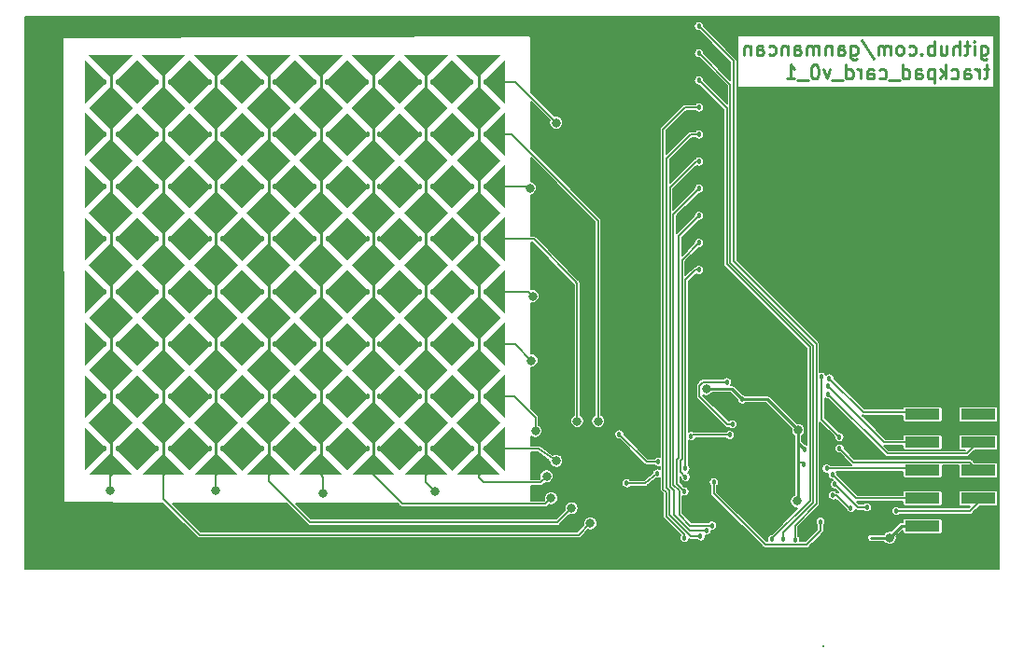
<source format=gbl>
G04 #@! TF.GenerationSoftware,KiCad,Pcbnew,(5.1.8)-1*
G04 #@! TF.CreationDate,2020-12-31T16:53:10-05:00*
G04 #@! TF.ProjectId,trackpad_test,74726163-6b70-4616-945f-746573742e6b,rev?*
G04 #@! TF.SameCoordinates,Original*
G04 #@! TF.FileFunction,Copper,L2,Bot*
G04 #@! TF.FilePolarity,Positive*
%FSLAX46Y46*%
G04 Gerber Fmt 4.6, Leading zero omitted, Abs format (unit mm)*
G04 Created by KiCad (PCBNEW (5.1.8)-1) date 2020-12-31 16:53:10*
%MOMM*%
%LPD*%
G01*
G04 APERTURE LIST*
G04 #@! TA.AperFunction,NonConductor*
%ADD10C,0.254000*%
G04 #@! TD*
G04 #@! TA.AperFunction,ComponentPad*
%ADD11C,0.508000*%
G04 #@! TD*
G04 #@! TA.AperFunction,SMDPad,CuDef*
%ADD12R,3.150000X1.000000*%
G04 #@! TD*
G04 #@! TA.AperFunction,SMDPad,CuDef*
%ADD13C,0.100000*%
G04 #@! TD*
G04 #@! TA.AperFunction,ViaPad*
%ADD14C,0.800000*%
G04 #@! TD*
G04 #@! TA.AperFunction,ViaPad*
%ADD15C,0.457200*%
G04 #@! TD*
G04 #@! TA.AperFunction,ViaPad*
%ADD16C,5.000000*%
G04 #@! TD*
G04 #@! TA.AperFunction,Conductor*
%ADD17C,0.152400*%
G04 #@! TD*
G04 #@! TA.AperFunction,Conductor*
%ADD18C,0.250000*%
G04 #@! TD*
G04 #@! TA.AperFunction,Conductor*
%ADD19C,0.100000*%
G04 #@! TD*
G04 APERTURE END LIST*
D10*
X145444633Y-92171157D02*
X145444633Y-93199252D01*
X145505109Y-93320204D01*
X145565585Y-93380680D01*
X145686538Y-93441157D01*
X145867966Y-93441157D01*
X145988919Y-93380680D01*
X145444633Y-92957347D02*
X145565585Y-93017823D01*
X145807490Y-93017823D01*
X145928442Y-92957347D01*
X145988919Y-92896871D01*
X146049395Y-92775919D01*
X146049395Y-92413061D01*
X145988919Y-92292109D01*
X145928442Y-92231633D01*
X145807490Y-92171157D01*
X145565585Y-92171157D01*
X145444633Y-92231633D01*
X144839871Y-93017823D02*
X144839871Y-92171157D01*
X144839871Y-91747823D02*
X144900347Y-91808300D01*
X144839871Y-91868776D01*
X144779395Y-91808300D01*
X144839871Y-91747823D01*
X144839871Y-91868776D01*
X144416538Y-92171157D02*
X143932728Y-92171157D01*
X144235109Y-91747823D02*
X144235109Y-92836395D01*
X144174633Y-92957347D01*
X144053680Y-93017823D01*
X143932728Y-93017823D01*
X143509395Y-93017823D02*
X143509395Y-91747823D01*
X142965109Y-93017823D02*
X142965109Y-92352585D01*
X143025585Y-92231633D01*
X143146538Y-92171157D01*
X143327966Y-92171157D01*
X143448919Y-92231633D01*
X143509395Y-92292109D01*
X141816061Y-92171157D02*
X141816061Y-93017823D01*
X142360347Y-92171157D02*
X142360347Y-92836395D01*
X142299871Y-92957347D01*
X142178919Y-93017823D01*
X141997490Y-93017823D01*
X141876538Y-92957347D01*
X141816061Y-92896871D01*
X141211300Y-93017823D02*
X141211300Y-91747823D01*
X141211300Y-92231633D02*
X141090347Y-92171157D01*
X140848442Y-92171157D01*
X140727490Y-92231633D01*
X140667014Y-92292109D01*
X140606538Y-92413061D01*
X140606538Y-92775919D01*
X140667014Y-92896871D01*
X140727490Y-92957347D01*
X140848442Y-93017823D01*
X141090347Y-93017823D01*
X141211300Y-92957347D01*
X140062252Y-92896871D02*
X140001776Y-92957347D01*
X140062252Y-93017823D01*
X140122728Y-92957347D01*
X140062252Y-92896871D01*
X140062252Y-93017823D01*
X138913204Y-92957347D02*
X139034157Y-93017823D01*
X139276061Y-93017823D01*
X139397014Y-92957347D01*
X139457490Y-92896871D01*
X139517966Y-92775919D01*
X139517966Y-92413061D01*
X139457490Y-92292109D01*
X139397014Y-92231633D01*
X139276061Y-92171157D01*
X139034157Y-92171157D01*
X138913204Y-92231633D01*
X138187490Y-93017823D02*
X138308442Y-92957347D01*
X138368919Y-92896871D01*
X138429395Y-92775919D01*
X138429395Y-92413061D01*
X138368919Y-92292109D01*
X138308442Y-92231633D01*
X138187490Y-92171157D01*
X138006061Y-92171157D01*
X137885109Y-92231633D01*
X137824633Y-92292109D01*
X137764157Y-92413061D01*
X137764157Y-92775919D01*
X137824633Y-92896871D01*
X137885109Y-92957347D01*
X138006061Y-93017823D01*
X138187490Y-93017823D01*
X137219871Y-93017823D02*
X137219871Y-92171157D01*
X137219871Y-92292109D02*
X137159395Y-92231633D01*
X137038442Y-92171157D01*
X136857014Y-92171157D01*
X136736061Y-92231633D01*
X136675585Y-92352585D01*
X136675585Y-93017823D01*
X136675585Y-92352585D02*
X136615109Y-92231633D01*
X136494157Y-92171157D01*
X136312728Y-92171157D01*
X136191776Y-92231633D01*
X136131300Y-92352585D01*
X136131300Y-93017823D01*
X134619395Y-91687347D02*
X135707966Y-93320204D01*
X133651776Y-92171157D02*
X133651776Y-93199252D01*
X133712252Y-93320204D01*
X133772728Y-93380680D01*
X133893680Y-93441157D01*
X134075109Y-93441157D01*
X134196061Y-93380680D01*
X133651776Y-92957347D02*
X133772728Y-93017823D01*
X134014633Y-93017823D01*
X134135585Y-92957347D01*
X134196061Y-92896871D01*
X134256538Y-92775919D01*
X134256538Y-92413061D01*
X134196061Y-92292109D01*
X134135585Y-92231633D01*
X134014633Y-92171157D01*
X133772728Y-92171157D01*
X133651776Y-92231633D01*
X132502728Y-93017823D02*
X132502728Y-92352585D01*
X132563204Y-92231633D01*
X132684157Y-92171157D01*
X132926061Y-92171157D01*
X133047014Y-92231633D01*
X132502728Y-92957347D02*
X132623680Y-93017823D01*
X132926061Y-93017823D01*
X133047014Y-92957347D01*
X133107490Y-92836395D01*
X133107490Y-92715442D01*
X133047014Y-92594490D01*
X132926061Y-92534014D01*
X132623680Y-92534014D01*
X132502728Y-92473538D01*
X131897966Y-92171157D02*
X131897966Y-93017823D01*
X131897966Y-92292109D02*
X131837490Y-92231633D01*
X131716538Y-92171157D01*
X131535109Y-92171157D01*
X131414157Y-92231633D01*
X131353680Y-92352585D01*
X131353680Y-93017823D01*
X130748919Y-93017823D02*
X130748919Y-92171157D01*
X130748919Y-92292109D02*
X130688442Y-92231633D01*
X130567490Y-92171157D01*
X130386061Y-92171157D01*
X130265109Y-92231633D01*
X130204633Y-92352585D01*
X130204633Y-93017823D01*
X130204633Y-92352585D02*
X130144157Y-92231633D01*
X130023204Y-92171157D01*
X129841776Y-92171157D01*
X129720823Y-92231633D01*
X129660347Y-92352585D01*
X129660347Y-93017823D01*
X128511300Y-93017823D02*
X128511300Y-92352585D01*
X128571776Y-92231633D01*
X128692728Y-92171157D01*
X128934633Y-92171157D01*
X129055585Y-92231633D01*
X128511300Y-92957347D02*
X128632252Y-93017823D01*
X128934633Y-93017823D01*
X129055585Y-92957347D01*
X129116061Y-92836395D01*
X129116061Y-92715442D01*
X129055585Y-92594490D01*
X128934633Y-92534014D01*
X128632252Y-92534014D01*
X128511300Y-92473538D01*
X127906538Y-92171157D02*
X127906538Y-93017823D01*
X127906538Y-92292109D02*
X127846061Y-92231633D01*
X127725109Y-92171157D01*
X127543680Y-92171157D01*
X127422728Y-92231633D01*
X127362252Y-92352585D01*
X127362252Y-93017823D01*
X126213204Y-92957347D02*
X126334157Y-93017823D01*
X126576061Y-93017823D01*
X126697014Y-92957347D01*
X126757490Y-92896871D01*
X126817966Y-92775919D01*
X126817966Y-92413061D01*
X126757490Y-92292109D01*
X126697014Y-92231633D01*
X126576061Y-92171157D01*
X126334157Y-92171157D01*
X126213204Y-92231633D01*
X125124633Y-93017823D02*
X125124633Y-92352585D01*
X125185109Y-92231633D01*
X125306061Y-92171157D01*
X125547966Y-92171157D01*
X125668919Y-92231633D01*
X125124633Y-92957347D02*
X125245585Y-93017823D01*
X125547966Y-93017823D01*
X125668919Y-92957347D01*
X125729395Y-92836395D01*
X125729395Y-92715442D01*
X125668919Y-92594490D01*
X125547966Y-92534014D01*
X125245585Y-92534014D01*
X125124633Y-92473538D01*
X124519871Y-92171157D02*
X124519871Y-93017823D01*
X124519871Y-92292109D02*
X124459395Y-92231633D01*
X124338442Y-92171157D01*
X124157014Y-92171157D01*
X124036061Y-92231633D01*
X123975585Y-92352585D01*
X123975585Y-93017823D01*
X146170347Y-94330157D02*
X145686538Y-94330157D01*
X145988919Y-93906823D02*
X145988919Y-94995395D01*
X145928442Y-95116347D01*
X145807490Y-95176823D01*
X145686538Y-95176823D01*
X145263204Y-95176823D02*
X145263204Y-94330157D01*
X145263204Y-94572061D02*
X145202728Y-94451109D01*
X145142252Y-94390633D01*
X145021300Y-94330157D01*
X144900347Y-94330157D01*
X143932728Y-95176823D02*
X143932728Y-94511585D01*
X143993204Y-94390633D01*
X144114157Y-94330157D01*
X144356061Y-94330157D01*
X144477014Y-94390633D01*
X143932728Y-95116347D02*
X144053680Y-95176823D01*
X144356061Y-95176823D01*
X144477014Y-95116347D01*
X144537490Y-94995395D01*
X144537490Y-94874442D01*
X144477014Y-94753490D01*
X144356061Y-94693014D01*
X144053680Y-94693014D01*
X143932728Y-94632538D01*
X142783680Y-95116347D02*
X142904633Y-95176823D01*
X143146538Y-95176823D01*
X143267490Y-95116347D01*
X143327966Y-95055871D01*
X143388442Y-94934919D01*
X143388442Y-94572061D01*
X143327966Y-94451109D01*
X143267490Y-94390633D01*
X143146538Y-94330157D01*
X142904633Y-94330157D01*
X142783680Y-94390633D01*
X142239395Y-95176823D02*
X142239395Y-93906823D01*
X142118442Y-94693014D02*
X141755585Y-95176823D01*
X141755585Y-94330157D02*
X142239395Y-94813966D01*
X141211300Y-94330157D02*
X141211300Y-95600157D01*
X141211300Y-94390633D02*
X141090347Y-94330157D01*
X140848442Y-94330157D01*
X140727490Y-94390633D01*
X140667014Y-94451109D01*
X140606538Y-94572061D01*
X140606538Y-94934919D01*
X140667014Y-95055871D01*
X140727490Y-95116347D01*
X140848442Y-95176823D01*
X141090347Y-95176823D01*
X141211300Y-95116347D01*
X139517966Y-95176823D02*
X139517966Y-94511585D01*
X139578442Y-94390633D01*
X139699395Y-94330157D01*
X139941300Y-94330157D01*
X140062252Y-94390633D01*
X139517966Y-95116347D02*
X139638919Y-95176823D01*
X139941300Y-95176823D01*
X140062252Y-95116347D01*
X140122728Y-94995395D01*
X140122728Y-94874442D01*
X140062252Y-94753490D01*
X139941300Y-94693014D01*
X139638919Y-94693014D01*
X139517966Y-94632538D01*
X138368919Y-95176823D02*
X138368919Y-93906823D01*
X138368919Y-95116347D02*
X138489871Y-95176823D01*
X138731776Y-95176823D01*
X138852728Y-95116347D01*
X138913204Y-95055871D01*
X138973680Y-94934919D01*
X138973680Y-94572061D01*
X138913204Y-94451109D01*
X138852728Y-94390633D01*
X138731776Y-94330157D01*
X138489871Y-94330157D01*
X138368919Y-94390633D01*
X138066538Y-95297776D02*
X137098919Y-95297776D01*
X136252252Y-95116347D02*
X136373204Y-95176823D01*
X136615109Y-95176823D01*
X136736061Y-95116347D01*
X136796538Y-95055871D01*
X136857014Y-94934919D01*
X136857014Y-94572061D01*
X136796538Y-94451109D01*
X136736061Y-94390633D01*
X136615109Y-94330157D01*
X136373204Y-94330157D01*
X136252252Y-94390633D01*
X135163680Y-95176823D02*
X135163680Y-94511585D01*
X135224157Y-94390633D01*
X135345109Y-94330157D01*
X135587014Y-94330157D01*
X135707966Y-94390633D01*
X135163680Y-95116347D02*
X135284633Y-95176823D01*
X135587014Y-95176823D01*
X135707966Y-95116347D01*
X135768442Y-94995395D01*
X135768442Y-94874442D01*
X135707966Y-94753490D01*
X135587014Y-94693014D01*
X135284633Y-94693014D01*
X135163680Y-94632538D01*
X134558919Y-95176823D02*
X134558919Y-94330157D01*
X134558919Y-94572061D02*
X134498442Y-94451109D01*
X134437966Y-94390633D01*
X134317014Y-94330157D01*
X134196061Y-94330157D01*
X133228442Y-95176823D02*
X133228442Y-93906823D01*
X133228442Y-95116347D02*
X133349395Y-95176823D01*
X133591299Y-95176823D01*
X133712252Y-95116347D01*
X133772728Y-95055871D01*
X133833204Y-94934919D01*
X133833204Y-94572061D01*
X133772728Y-94451109D01*
X133712252Y-94390633D01*
X133591299Y-94330157D01*
X133349395Y-94330157D01*
X133228442Y-94390633D01*
X132926061Y-95297776D02*
X131958442Y-95297776D01*
X131777014Y-94330157D02*
X131474633Y-95176823D01*
X131172252Y-94330157D01*
X130446538Y-93906823D02*
X130325585Y-93906823D01*
X130204633Y-93967300D01*
X130144157Y-94027776D01*
X130083680Y-94148728D01*
X130023204Y-94390633D01*
X130023204Y-94693014D01*
X130083680Y-94934919D01*
X130144157Y-95055871D01*
X130204633Y-95116347D01*
X130325585Y-95176823D01*
X130446538Y-95176823D01*
X130567490Y-95116347D01*
X130627966Y-95055871D01*
X130688442Y-94934919D01*
X130748919Y-94693014D01*
X130748919Y-94390633D01*
X130688442Y-94148728D01*
X130627966Y-94027776D01*
X130567490Y-93967300D01*
X130446538Y-93906823D01*
X129781299Y-95297776D02*
X128813680Y-95297776D01*
X127846061Y-95176823D02*
X128571776Y-95176823D01*
X128208919Y-95176823D02*
X128208919Y-93906823D01*
X128329871Y-94088252D01*
X128450823Y-94209204D01*
X128571776Y-94269680D01*
D11*
X125476000Y-128975800D03*
X125476000Y-131475800D03*
X123726000Y-130225800D03*
X124601000Y-130225800D03*
X125476000Y-130225800D03*
X126351000Y-130225800D03*
X127226000Y-130225800D03*
D12*
X145207200Y-125628400D03*
X140157200Y-125628400D03*
X145207200Y-128168400D03*
X140157200Y-128168400D03*
X145207200Y-130708400D03*
X140157200Y-130708400D03*
X145207200Y-133248400D03*
X140157200Y-133248400D03*
X145207200Y-135788400D03*
X140157200Y-135788400D03*
G04 #@! TA.AperFunction,SMDPad,CuDef*
D13*
G36*
X99880547Y-129180082D02*
G01*
X101858191Y-131157980D01*
X97902649Y-131157980D01*
X99880293Y-129180082D01*
X99880547Y-129180082D01*
G37*
G04 #@! TD.AperFunction*
G04 #@! TA.AperFunction,SMDPad,CuDef*
G36*
X95118047Y-129180082D02*
G01*
X97095691Y-131157980D01*
X93140149Y-131157980D01*
X95117793Y-129180082D01*
X95118047Y-129180082D01*
G37*
G04 #@! TD.AperFunction*
G04 #@! TA.AperFunction,SMDPad,CuDef*
G36*
X90355547Y-129180082D02*
G01*
X92333191Y-131157980D01*
X88377649Y-131157980D01*
X90355293Y-129180082D01*
X90355547Y-129180082D01*
G37*
G04 #@! TD.AperFunction*
G04 #@! TA.AperFunction,SMDPad,CuDef*
G36*
X85593047Y-129180082D02*
G01*
X87570691Y-131157980D01*
X83615149Y-131157980D01*
X85592793Y-129180082D01*
X85593047Y-129180082D01*
G37*
G04 #@! TD.AperFunction*
G04 #@! TA.AperFunction,SMDPad,CuDef*
G36*
X80830547Y-129180082D02*
G01*
X82808191Y-131157980D01*
X78852649Y-131157980D01*
X80830293Y-129180082D01*
X80830547Y-129180082D01*
G37*
G04 #@! TD.AperFunction*
G04 #@! TA.AperFunction,SMDPad,CuDef*
G36*
X76068047Y-129180082D02*
G01*
X78045691Y-131157980D01*
X74090149Y-131157980D01*
X76067793Y-129180082D01*
X76068047Y-129180082D01*
G37*
G04 #@! TD.AperFunction*
G04 #@! TA.AperFunction,SMDPad,CuDef*
G36*
X71305547Y-129180082D02*
G01*
X73283191Y-131157980D01*
X69327649Y-131157980D01*
X71305293Y-129180082D01*
X71305547Y-129180082D01*
G37*
G04 #@! TD.AperFunction*
G04 #@! TA.AperFunction,SMDPad,CuDef*
G36*
X100282502Y-128777873D02*
G01*
X102260400Y-126800229D01*
X102260400Y-130755771D01*
X100282502Y-128778127D01*
X100282502Y-128777873D01*
G37*
G04 #@! TD.AperFunction*
G04 #@! TA.AperFunction,SMDPad,CuDef*
G36*
X100282502Y-124015373D02*
G01*
X102260400Y-122037729D01*
X102260400Y-125993271D01*
X100282502Y-124015627D01*
X100282502Y-124015373D01*
G37*
G04 #@! TD.AperFunction*
G04 #@! TA.AperFunction,SMDPad,CuDef*
G36*
X100282502Y-119252873D02*
G01*
X102260400Y-117275229D01*
X102260400Y-121230771D01*
X100282502Y-119253127D01*
X100282502Y-119252873D01*
G37*
G04 #@! TD.AperFunction*
G04 #@! TA.AperFunction,SMDPad,CuDef*
G36*
X100282502Y-114490373D02*
G01*
X102260400Y-112512729D01*
X102260400Y-116468271D01*
X100282502Y-114490627D01*
X100282502Y-114490373D01*
G37*
G04 #@! TD.AperFunction*
G04 #@! TA.AperFunction,SMDPad,CuDef*
G36*
X100282502Y-109727873D02*
G01*
X102260400Y-107750229D01*
X102260400Y-111705771D01*
X100282502Y-109728127D01*
X100282502Y-109727873D01*
G37*
G04 #@! TD.AperFunction*
G04 #@! TA.AperFunction,SMDPad,CuDef*
G36*
X100282502Y-104965373D02*
G01*
X102260400Y-102987729D01*
X102260400Y-106943271D01*
X100282502Y-104965627D01*
X100282502Y-104965373D01*
G37*
G04 #@! TD.AperFunction*
G04 #@! TA.AperFunction,SMDPad,CuDef*
G36*
X100282502Y-100202873D02*
G01*
X102260400Y-98225229D01*
X102260400Y-102180771D01*
X100282502Y-100203127D01*
X100282502Y-100202873D01*
G37*
G04 #@! TD.AperFunction*
G04 #@! TA.AperFunction,SMDPad,CuDef*
G36*
X66543047Y-129180082D02*
G01*
X68520691Y-131157980D01*
X64565149Y-131157980D01*
X66542793Y-129180082D01*
X66543047Y-129180082D01*
G37*
G04 #@! TD.AperFunction*
G04 #@! TA.AperFunction,SMDPad,CuDef*
G36*
X100282502Y-95440373D02*
G01*
X102260400Y-93462729D01*
X102260400Y-97418271D01*
X100282502Y-95440627D01*
X100282502Y-95440373D01*
G37*
G04 #@! TD.AperFunction*
G04 #@! TA.AperFunction,SMDPad,CuDef*
G36*
X66140838Y-128778127D02*
G01*
X64162940Y-130755771D01*
X64162940Y-126800229D01*
X66140838Y-128777873D01*
X66140838Y-128778127D01*
G37*
G04 #@! TD.AperFunction*
G04 #@! TA.AperFunction,SMDPad,CuDef*
G36*
X66140838Y-124015627D02*
G01*
X64162940Y-125993271D01*
X64162940Y-122037729D01*
X66140838Y-124015373D01*
X66140838Y-124015627D01*
G37*
G04 #@! TD.AperFunction*
G04 #@! TA.AperFunction,SMDPad,CuDef*
G36*
X66140838Y-119253127D02*
G01*
X64162940Y-121230771D01*
X64162940Y-117275229D01*
X66140838Y-119252873D01*
X66140838Y-119253127D01*
G37*
G04 #@! TD.AperFunction*
G04 #@! TA.AperFunction,SMDPad,CuDef*
G36*
X66140838Y-114490627D02*
G01*
X64162940Y-116468271D01*
X64162940Y-112512729D01*
X66140838Y-114490373D01*
X66140838Y-114490627D01*
G37*
G04 #@! TD.AperFunction*
G04 #@! TA.AperFunction,SMDPad,CuDef*
G36*
X66140838Y-109728127D02*
G01*
X64162940Y-111705771D01*
X64162940Y-107750229D01*
X66140838Y-109727873D01*
X66140838Y-109728127D01*
G37*
G04 #@! TD.AperFunction*
G04 #@! TA.AperFunction,SMDPad,CuDef*
G36*
X66140838Y-104965627D02*
G01*
X64162940Y-106943271D01*
X64162940Y-102987729D01*
X66140838Y-104965373D01*
X66140838Y-104965627D01*
G37*
G04 #@! TD.AperFunction*
G04 #@! TA.AperFunction,SMDPad,CuDef*
G36*
X66140838Y-100203127D02*
G01*
X64162940Y-102180771D01*
X64162940Y-98225229D01*
X66140838Y-100202873D01*
X66140838Y-100203127D01*
G37*
G04 #@! TD.AperFunction*
G04 #@! TA.AperFunction,SMDPad,CuDef*
G36*
X99880293Y-95038418D02*
G01*
X97902649Y-93060520D01*
X101858191Y-93060520D01*
X99880547Y-95038418D01*
X99880293Y-95038418D01*
G37*
G04 #@! TD.AperFunction*
G04 #@! TA.AperFunction,SMDPad,CuDef*
G36*
X95117793Y-95038418D02*
G01*
X93140149Y-93060520D01*
X97095691Y-93060520D01*
X95118047Y-95038418D01*
X95117793Y-95038418D01*
G37*
G04 #@! TD.AperFunction*
G04 #@! TA.AperFunction,SMDPad,CuDef*
G36*
X90355293Y-95038418D02*
G01*
X88377649Y-93060520D01*
X92333191Y-93060520D01*
X90355547Y-95038418D01*
X90355293Y-95038418D01*
G37*
G04 #@! TD.AperFunction*
G04 #@! TA.AperFunction,SMDPad,CuDef*
G36*
X85592793Y-95038418D02*
G01*
X83615149Y-93060520D01*
X87570691Y-93060520D01*
X85593047Y-95038418D01*
X85592793Y-95038418D01*
G37*
G04 #@! TD.AperFunction*
G04 #@! TA.AperFunction,SMDPad,CuDef*
G36*
X80830293Y-95038418D02*
G01*
X78852649Y-93060520D01*
X82808191Y-93060520D01*
X80830547Y-95038418D01*
X80830293Y-95038418D01*
G37*
G04 #@! TD.AperFunction*
G04 #@! TA.AperFunction,SMDPad,CuDef*
G36*
X76067793Y-95038418D02*
G01*
X74090149Y-93060520D01*
X78045691Y-93060520D01*
X76068047Y-95038418D01*
X76067793Y-95038418D01*
G37*
G04 #@! TD.AperFunction*
G04 #@! TA.AperFunction,SMDPad,CuDef*
G36*
X71305293Y-95038418D02*
G01*
X69327649Y-93060520D01*
X73283191Y-93060520D01*
X71305547Y-95038418D01*
X71305293Y-95038418D01*
G37*
G04 #@! TD.AperFunction*
G04 #@! TA.AperFunction,SMDPad,CuDef*
G36*
X66140838Y-95440627D02*
G01*
X64162940Y-97418271D01*
X64162940Y-93462729D01*
X66140838Y-95440373D01*
X66140838Y-95440627D01*
G37*
G04 #@! TD.AperFunction*
G04 #@! TA.AperFunction,SMDPad,CuDef*
G36*
X68922900Y-93464844D02*
G01*
X70898556Y-95440500D01*
X68922900Y-97416156D01*
X66947244Y-95440500D01*
X68922900Y-93464844D01*
G37*
G04 #@! TD.AperFunction*
G04 #@! TA.AperFunction,SMDPad,CuDef*
G36*
X68922900Y-98227344D02*
G01*
X70898556Y-100203000D01*
X68922900Y-102178656D01*
X66947244Y-100203000D01*
X68922900Y-98227344D01*
G37*
G04 #@! TD.AperFunction*
G04 #@! TA.AperFunction,SMDPad,CuDef*
G36*
X68922900Y-102989844D02*
G01*
X70898556Y-104965500D01*
X68922900Y-106941156D01*
X66947244Y-104965500D01*
X68922900Y-102989844D01*
G37*
G04 #@! TD.AperFunction*
G04 #@! TA.AperFunction,SMDPad,CuDef*
G36*
X68922900Y-107752344D02*
G01*
X70898556Y-109728000D01*
X68922900Y-111703656D01*
X66947244Y-109728000D01*
X68922900Y-107752344D01*
G37*
G04 #@! TD.AperFunction*
G04 #@! TA.AperFunction,SMDPad,CuDef*
G36*
X68922900Y-112514844D02*
G01*
X70898556Y-114490500D01*
X68922900Y-116466156D01*
X66947244Y-114490500D01*
X68922900Y-112514844D01*
G37*
G04 #@! TD.AperFunction*
G04 #@! TA.AperFunction,SMDPad,CuDef*
G36*
X68922900Y-117277344D02*
G01*
X70898556Y-119253000D01*
X68922900Y-121228656D01*
X66947244Y-119253000D01*
X68922900Y-117277344D01*
G37*
G04 #@! TD.AperFunction*
G04 #@! TA.AperFunction,SMDPad,CuDef*
G36*
X68922900Y-122039844D02*
G01*
X70898556Y-124015500D01*
X68922900Y-125991156D01*
X66947244Y-124015500D01*
X68922900Y-122039844D01*
G37*
G04 #@! TD.AperFunction*
G04 #@! TA.AperFunction,SMDPad,CuDef*
G36*
X68922900Y-126802344D02*
G01*
X70898556Y-128778000D01*
X68922900Y-130753656D01*
X66947244Y-128778000D01*
X68922900Y-126802344D01*
G37*
G04 #@! TD.AperFunction*
G04 #@! TA.AperFunction,SMDPad,CuDef*
G36*
X73685400Y-93464844D02*
G01*
X75661056Y-95440500D01*
X73685400Y-97416156D01*
X71709744Y-95440500D01*
X73685400Y-93464844D01*
G37*
G04 #@! TD.AperFunction*
G04 #@! TA.AperFunction,SMDPad,CuDef*
G36*
X73685400Y-98227344D02*
G01*
X75661056Y-100203000D01*
X73685400Y-102178656D01*
X71709744Y-100203000D01*
X73685400Y-98227344D01*
G37*
G04 #@! TD.AperFunction*
G04 #@! TA.AperFunction,SMDPad,CuDef*
G36*
X73685400Y-102989844D02*
G01*
X75661056Y-104965500D01*
X73685400Y-106941156D01*
X71709744Y-104965500D01*
X73685400Y-102989844D01*
G37*
G04 #@! TD.AperFunction*
G04 #@! TA.AperFunction,SMDPad,CuDef*
G36*
X73685400Y-107752344D02*
G01*
X75661056Y-109728000D01*
X73685400Y-111703656D01*
X71709744Y-109728000D01*
X73685400Y-107752344D01*
G37*
G04 #@! TD.AperFunction*
G04 #@! TA.AperFunction,SMDPad,CuDef*
G36*
X73685400Y-112514844D02*
G01*
X75661056Y-114490500D01*
X73685400Y-116466156D01*
X71709744Y-114490500D01*
X73685400Y-112514844D01*
G37*
G04 #@! TD.AperFunction*
G04 #@! TA.AperFunction,SMDPad,CuDef*
G36*
X73685400Y-117277344D02*
G01*
X75661056Y-119253000D01*
X73685400Y-121228656D01*
X71709744Y-119253000D01*
X73685400Y-117277344D01*
G37*
G04 #@! TD.AperFunction*
G04 #@! TA.AperFunction,SMDPad,CuDef*
G36*
X73685400Y-122039844D02*
G01*
X75661056Y-124015500D01*
X73685400Y-125991156D01*
X71709744Y-124015500D01*
X73685400Y-122039844D01*
G37*
G04 #@! TD.AperFunction*
G04 #@! TA.AperFunction,SMDPad,CuDef*
G36*
X73685400Y-126802344D02*
G01*
X75661056Y-128778000D01*
X73685400Y-130753656D01*
X71709744Y-128778000D01*
X73685400Y-126802344D01*
G37*
G04 #@! TD.AperFunction*
G04 #@! TA.AperFunction,SMDPad,CuDef*
G36*
X78447900Y-93464844D02*
G01*
X80423556Y-95440500D01*
X78447900Y-97416156D01*
X76472244Y-95440500D01*
X78447900Y-93464844D01*
G37*
G04 #@! TD.AperFunction*
G04 #@! TA.AperFunction,SMDPad,CuDef*
G36*
X78447900Y-98227344D02*
G01*
X80423556Y-100203000D01*
X78447900Y-102178656D01*
X76472244Y-100203000D01*
X78447900Y-98227344D01*
G37*
G04 #@! TD.AperFunction*
G04 #@! TA.AperFunction,SMDPad,CuDef*
G36*
X78447900Y-102989844D02*
G01*
X80423556Y-104965500D01*
X78447900Y-106941156D01*
X76472244Y-104965500D01*
X78447900Y-102989844D01*
G37*
G04 #@! TD.AperFunction*
G04 #@! TA.AperFunction,SMDPad,CuDef*
G36*
X78447900Y-107752344D02*
G01*
X80423556Y-109728000D01*
X78447900Y-111703656D01*
X76472244Y-109728000D01*
X78447900Y-107752344D01*
G37*
G04 #@! TD.AperFunction*
G04 #@! TA.AperFunction,SMDPad,CuDef*
G36*
X78447900Y-112514844D02*
G01*
X80423556Y-114490500D01*
X78447900Y-116466156D01*
X76472244Y-114490500D01*
X78447900Y-112514844D01*
G37*
G04 #@! TD.AperFunction*
G04 #@! TA.AperFunction,SMDPad,CuDef*
G36*
X78447900Y-117277344D02*
G01*
X80423556Y-119253000D01*
X78447900Y-121228656D01*
X76472244Y-119253000D01*
X78447900Y-117277344D01*
G37*
G04 #@! TD.AperFunction*
G04 #@! TA.AperFunction,SMDPad,CuDef*
G36*
X78447900Y-122039844D02*
G01*
X80423556Y-124015500D01*
X78447900Y-125991156D01*
X76472244Y-124015500D01*
X78447900Y-122039844D01*
G37*
G04 #@! TD.AperFunction*
G04 #@! TA.AperFunction,SMDPad,CuDef*
G36*
X78447900Y-126802344D02*
G01*
X80423556Y-128778000D01*
X78447900Y-130753656D01*
X76472244Y-128778000D01*
X78447900Y-126802344D01*
G37*
G04 #@! TD.AperFunction*
G04 #@! TA.AperFunction,SMDPad,CuDef*
G36*
X83210400Y-93464844D02*
G01*
X85186056Y-95440500D01*
X83210400Y-97416156D01*
X81234744Y-95440500D01*
X83210400Y-93464844D01*
G37*
G04 #@! TD.AperFunction*
G04 #@! TA.AperFunction,SMDPad,CuDef*
G36*
X83210400Y-98227344D02*
G01*
X85186056Y-100203000D01*
X83210400Y-102178656D01*
X81234744Y-100203000D01*
X83210400Y-98227344D01*
G37*
G04 #@! TD.AperFunction*
G04 #@! TA.AperFunction,SMDPad,CuDef*
G36*
X83210400Y-102989844D02*
G01*
X85186056Y-104965500D01*
X83210400Y-106941156D01*
X81234744Y-104965500D01*
X83210400Y-102989844D01*
G37*
G04 #@! TD.AperFunction*
G04 #@! TA.AperFunction,SMDPad,CuDef*
G36*
X83210400Y-107752344D02*
G01*
X85186056Y-109728000D01*
X83210400Y-111703656D01*
X81234744Y-109728000D01*
X83210400Y-107752344D01*
G37*
G04 #@! TD.AperFunction*
G04 #@! TA.AperFunction,SMDPad,CuDef*
G36*
X83210400Y-112514844D02*
G01*
X85186056Y-114490500D01*
X83210400Y-116466156D01*
X81234744Y-114490500D01*
X83210400Y-112514844D01*
G37*
G04 #@! TD.AperFunction*
G04 #@! TA.AperFunction,SMDPad,CuDef*
G36*
X83210400Y-117277344D02*
G01*
X85186056Y-119253000D01*
X83210400Y-121228656D01*
X81234744Y-119253000D01*
X83210400Y-117277344D01*
G37*
G04 #@! TD.AperFunction*
G04 #@! TA.AperFunction,SMDPad,CuDef*
G36*
X83210400Y-122039844D02*
G01*
X85186056Y-124015500D01*
X83210400Y-125991156D01*
X81234744Y-124015500D01*
X83210400Y-122039844D01*
G37*
G04 #@! TD.AperFunction*
G04 #@! TA.AperFunction,SMDPad,CuDef*
G36*
X83210400Y-126802344D02*
G01*
X85186056Y-128778000D01*
X83210400Y-130753656D01*
X81234744Y-128778000D01*
X83210400Y-126802344D01*
G37*
G04 #@! TD.AperFunction*
G04 #@! TA.AperFunction,SMDPad,CuDef*
G36*
X87972900Y-93464844D02*
G01*
X89948556Y-95440500D01*
X87972900Y-97416156D01*
X85997244Y-95440500D01*
X87972900Y-93464844D01*
G37*
G04 #@! TD.AperFunction*
G04 #@! TA.AperFunction,SMDPad,CuDef*
G36*
X87972900Y-98227344D02*
G01*
X89948556Y-100203000D01*
X87972900Y-102178656D01*
X85997244Y-100203000D01*
X87972900Y-98227344D01*
G37*
G04 #@! TD.AperFunction*
G04 #@! TA.AperFunction,SMDPad,CuDef*
G36*
X87972900Y-102989844D02*
G01*
X89948556Y-104965500D01*
X87972900Y-106941156D01*
X85997244Y-104965500D01*
X87972900Y-102989844D01*
G37*
G04 #@! TD.AperFunction*
G04 #@! TA.AperFunction,SMDPad,CuDef*
G36*
X87972900Y-107752344D02*
G01*
X89948556Y-109728000D01*
X87972900Y-111703656D01*
X85997244Y-109728000D01*
X87972900Y-107752344D01*
G37*
G04 #@! TD.AperFunction*
G04 #@! TA.AperFunction,SMDPad,CuDef*
G36*
X87972900Y-112514844D02*
G01*
X89948556Y-114490500D01*
X87972900Y-116466156D01*
X85997244Y-114490500D01*
X87972900Y-112514844D01*
G37*
G04 #@! TD.AperFunction*
G04 #@! TA.AperFunction,SMDPad,CuDef*
G36*
X87972900Y-117277344D02*
G01*
X89948556Y-119253000D01*
X87972900Y-121228656D01*
X85997244Y-119253000D01*
X87972900Y-117277344D01*
G37*
G04 #@! TD.AperFunction*
G04 #@! TA.AperFunction,SMDPad,CuDef*
G36*
X87972900Y-122039844D02*
G01*
X89948556Y-124015500D01*
X87972900Y-125991156D01*
X85997244Y-124015500D01*
X87972900Y-122039844D01*
G37*
G04 #@! TD.AperFunction*
G04 #@! TA.AperFunction,SMDPad,CuDef*
G36*
X87972900Y-126802344D02*
G01*
X89948556Y-128778000D01*
X87972900Y-130753656D01*
X85997244Y-128778000D01*
X87972900Y-126802344D01*
G37*
G04 #@! TD.AperFunction*
G04 #@! TA.AperFunction,SMDPad,CuDef*
G36*
X92735400Y-93464844D02*
G01*
X94711056Y-95440500D01*
X92735400Y-97416156D01*
X90759744Y-95440500D01*
X92735400Y-93464844D01*
G37*
G04 #@! TD.AperFunction*
G04 #@! TA.AperFunction,SMDPad,CuDef*
G36*
X92735400Y-98227344D02*
G01*
X94711056Y-100203000D01*
X92735400Y-102178656D01*
X90759744Y-100203000D01*
X92735400Y-98227344D01*
G37*
G04 #@! TD.AperFunction*
G04 #@! TA.AperFunction,SMDPad,CuDef*
G36*
X92735400Y-102989844D02*
G01*
X94711056Y-104965500D01*
X92735400Y-106941156D01*
X90759744Y-104965500D01*
X92735400Y-102989844D01*
G37*
G04 #@! TD.AperFunction*
G04 #@! TA.AperFunction,SMDPad,CuDef*
G36*
X92735400Y-107752344D02*
G01*
X94711056Y-109728000D01*
X92735400Y-111703656D01*
X90759744Y-109728000D01*
X92735400Y-107752344D01*
G37*
G04 #@! TD.AperFunction*
G04 #@! TA.AperFunction,SMDPad,CuDef*
G36*
X92735400Y-112514844D02*
G01*
X94711056Y-114490500D01*
X92735400Y-116466156D01*
X90759744Y-114490500D01*
X92735400Y-112514844D01*
G37*
G04 #@! TD.AperFunction*
G04 #@! TA.AperFunction,SMDPad,CuDef*
G36*
X92735400Y-117277344D02*
G01*
X94711056Y-119253000D01*
X92735400Y-121228656D01*
X90759744Y-119253000D01*
X92735400Y-117277344D01*
G37*
G04 #@! TD.AperFunction*
G04 #@! TA.AperFunction,SMDPad,CuDef*
G36*
X92735400Y-122039844D02*
G01*
X94711056Y-124015500D01*
X92735400Y-125991156D01*
X90759744Y-124015500D01*
X92735400Y-122039844D01*
G37*
G04 #@! TD.AperFunction*
G04 #@! TA.AperFunction,SMDPad,CuDef*
G36*
X92735400Y-126802344D02*
G01*
X94711056Y-128778000D01*
X92735400Y-130753656D01*
X90759744Y-128778000D01*
X92735400Y-126802344D01*
G37*
G04 #@! TD.AperFunction*
G04 #@! TA.AperFunction,SMDPad,CuDef*
G36*
X97497900Y-93464844D02*
G01*
X99473556Y-95440500D01*
X97497900Y-97416156D01*
X95522244Y-95440500D01*
X97497900Y-93464844D01*
G37*
G04 #@! TD.AperFunction*
G04 #@! TA.AperFunction,SMDPad,CuDef*
G36*
X97497900Y-98227344D02*
G01*
X99473556Y-100203000D01*
X97497900Y-102178656D01*
X95522244Y-100203000D01*
X97497900Y-98227344D01*
G37*
G04 #@! TD.AperFunction*
G04 #@! TA.AperFunction,SMDPad,CuDef*
G36*
X97497900Y-102989844D02*
G01*
X99473556Y-104965500D01*
X97497900Y-106941156D01*
X95522244Y-104965500D01*
X97497900Y-102989844D01*
G37*
G04 #@! TD.AperFunction*
G04 #@! TA.AperFunction,SMDPad,CuDef*
G36*
X97497900Y-107752344D02*
G01*
X99473556Y-109728000D01*
X97497900Y-111703656D01*
X95522244Y-109728000D01*
X97497900Y-107752344D01*
G37*
G04 #@! TD.AperFunction*
G04 #@! TA.AperFunction,SMDPad,CuDef*
G36*
X97497900Y-112514844D02*
G01*
X99473556Y-114490500D01*
X97497900Y-116466156D01*
X95522244Y-114490500D01*
X97497900Y-112514844D01*
G37*
G04 #@! TD.AperFunction*
G04 #@! TA.AperFunction,SMDPad,CuDef*
G36*
X97497900Y-117277344D02*
G01*
X99473556Y-119253000D01*
X97497900Y-121228656D01*
X95522244Y-119253000D01*
X97497900Y-117277344D01*
G37*
G04 #@! TD.AperFunction*
G04 #@! TA.AperFunction,SMDPad,CuDef*
G36*
X97497900Y-122039844D02*
G01*
X99473556Y-124015500D01*
X97497900Y-125991156D01*
X95522244Y-124015500D01*
X97497900Y-122039844D01*
G37*
G04 #@! TD.AperFunction*
G04 #@! TA.AperFunction,SMDPad,CuDef*
G36*
X97497900Y-126802344D02*
G01*
X99473556Y-128778000D01*
X97497900Y-130753656D01*
X95522244Y-128778000D01*
X97497900Y-126802344D01*
G37*
G04 #@! TD.AperFunction*
G04 #@! TA.AperFunction,SMDPad,CuDef*
G36*
X66542920Y-95844824D02*
G01*
X68518576Y-97820480D01*
X66542920Y-99796136D01*
X64567264Y-97820480D01*
X66542920Y-95844824D01*
G37*
G04 #@! TD.AperFunction*
G04 #@! TA.AperFunction,SMDPad,CuDef*
G36*
X66542920Y-100607324D02*
G01*
X68518576Y-102582980D01*
X66542920Y-104558636D01*
X64567264Y-102582980D01*
X66542920Y-100607324D01*
G37*
G04 #@! TD.AperFunction*
G04 #@! TA.AperFunction,SMDPad,CuDef*
G36*
X66542920Y-105369824D02*
G01*
X68518576Y-107345480D01*
X66542920Y-109321136D01*
X64567264Y-107345480D01*
X66542920Y-105369824D01*
G37*
G04 #@! TD.AperFunction*
G04 #@! TA.AperFunction,SMDPad,CuDef*
G36*
X66542920Y-110132324D02*
G01*
X68518576Y-112107980D01*
X66542920Y-114083636D01*
X64567264Y-112107980D01*
X66542920Y-110132324D01*
G37*
G04 #@! TD.AperFunction*
G04 #@! TA.AperFunction,SMDPad,CuDef*
G36*
X66542920Y-114894824D02*
G01*
X68518576Y-116870480D01*
X66542920Y-118846136D01*
X64567264Y-116870480D01*
X66542920Y-114894824D01*
G37*
G04 #@! TD.AperFunction*
G04 #@! TA.AperFunction,SMDPad,CuDef*
G36*
X66542920Y-119657324D02*
G01*
X68518576Y-121632980D01*
X66542920Y-123608636D01*
X64567264Y-121632980D01*
X66542920Y-119657324D01*
G37*
G04 #@! TD.AperFunction*
G04 #@! TA.AperFunction,SMDPad,CuDef*
G36*
X66542920Y-124419824D02*
G01*
X68518576Y-126395480D01*
X66542920Y-128371136D01*
X64567264Y-126395480D01*
X66542920Y-124419824D01*
G37*
G04 #@! TD.AperFunction*
G04 #@! TA.AperFunction,SMDPad,CuDef*
G36*
X71305420Y-95844824D02*
G01*
X73281076Y-97820480D01*
X71305420Y-99796136D01*
X69329764Y-97820480D01*
X71305420Y-95844824D01*
G37*
G04 #@! TD.AperFunction*
G04 #@! TA.AperFunction,SMDPad,CuDef*
G36*
X71305420Y-100607324D02*
G01*
X73281076Y-102582980D01*
X71305420Y-104558636D01*
X69329764Y-102582980D01*
X71305420Y-100607324D01*
G37*
G04 #@! TD.AperFunction*
G04 #@! TA.AperFunction,SMDPad,CuDef*
G36*
X71305420Y-105369824D02*
G01*
X73281076Y-107345480D01*
X71305420Y-109321136D01*
X69329764Y-107345480D01*
X71305420Y-105369824D01*
G37*
G04 #@! TD.AperFunction*
G04 #@! TA.AperFunction,SMDPad,CuDef*
G36*
X71305420Y-110132324D02*
G01*
X73281076Y-112107980D01*
X71305420Y-114083636D01*
X69329764Y-112107980D01*
X71305420Y-110132324D01*
G37*
G04 #@! TD.AperFunction*
G04 #@! TA.AperFunction,SMDPad,CuDef*
G36*
X71305420Y-114894824D02*
G01*
X73281076Y-116870480D01*
X71305420Y-118846136D01*
X69329764Y-116870480D01*
X71305420Y-114894824D01*
G37*
G04 #@! TD.AperFunction*
G04 #@! TA.AperFunction,SMDPad,CuDef*
G36*
X71305420Y-119657324D02*
G01*
X73281076Y-121632980D01*
X71305420Y-123608636D01*
X69329764Y-121632980D01*
X71305420Y-119657324D01*
G37*
G04 #@! TD.AperFunction*
G04 #@! TA.AperFunction,SMDPad,CuDef*
G36*
X71305420Y-124419824D02*
G01*
X73281076Y-126395480D01*
X71305420Y-128371136D01*
X69329764Y-126395480D01*
X71305420Y-124419824D01*
G37*
G04 #@! TD.AperFunction*
G04 #@! TA.AperFunction,SMDPad,CuDef*
G36*
X76067920Y-95844824D02*
G01*
X78043576Y-97820480D01*
X76067920Y-99796136D01*
X74092264Y-97820480D01*
X76067920Y-95844824D01*
G37*
G04 #@! TD.AperFunction*
G04 #@! TA.AperFunction,SMDPad,CuDef*
G36*
X76067920Y-100607324D02*
G01*
X78043576Y-102582980D01*
X76067920Y-104558636D01*
X74092264Y-102582980D01*
X76067920Y-100607324D01*
G37*
G04 #@! TD.AperFunction*
G04 #@! TA.AperFunction,SMDPad,CuDef*
G36*
X76067920Y-105369824D02*
G01*
X78043576Y-107345480D01*
X76067920Y-109321136D01*
X74092264Y-107345480D01*
X76067920Y-105369824D01*
G37*
G04 #@! TD.AperFunction*
G04 #@! TA.AperFunction,SMDPad,CuDef*
G36*
X76067920Y-110132324D02*
G01*
X78043576Y-112107980D01*
X76067920Y-114083636D01*
X74092264Y-112107980D01*
X76067920Y-110132324D01*
G37*
G04 #@! TD.AperFunction*
G04 #@! TA.AperFunction,SMDPad,CuDef*
G36*
X76067920Y-114894824D02*
G01*
X78043576Y-116870480D01*
X76067920Y-118846136D01*
X74092264Y-116870480D01*
X76067920Y-114894824D01*
G37*
G04 #@! TD.AperFunction*
G04 #@! TA.AperFunction,SMDPad,CuDef*
G36*
X76067920Y-119657324D02*
G01*
X78043576Y-121632980D01*
X76067920Y-123608636D01*
X74092264Y-121632980D01*
X76067920Y-119657324D01*
G37*
G04 #@! TD.AperFunction*
G04 #@! TA.AperFunction,SMDPad,CuDef*
G36*
X76067920Y-124419824D02*
G01*
X78043576Y-126395480D01*
X76067920Y-128371136D01*
X74092264Y-126395480D01*
X76067920Y-124419824D01*
G37*
G04 #@! TD.AperFunction*
G04 #@! TA.AperFunction,SMDPad,CuDef*
G36*
X80830420Y-95844824D02*
G01*
X82806076Y-97820480D01*
X80830420Y-99796136D01*
X78854764Y-97820480D01*
X80830420Y-95844824D01*
G37*
G04 #@! TD.AperFunction*
G04 #@! TA.AperFunction,SMDPad,CuDef*
G36*
X80830420Y-100607324D02*
G01*
X82806076Y-102582980D01*
X80830420Y-104558636D01*
X78854764Y-102582980D01*
X80830420Y-100607324D01*
G37*
G04 #@! TD.AperFunction*
G04 #@! TA.AperFunction,SMDPad,CuDef*
G36*
X80830420Y-105369824D02*
G01*
X82806076Y-107345480D01*
X80830420Y-109321136D01*
X78854764Y-107345480D01*
X80830420Y-105369824D01*
G37*
G04 #@! TD.AperFunction*
G04 #@! TA.AperFunction,SMDPad,CuDef*
G36*
X80830420Y-110132324D02*
G01*
X82806076Y-112107980D01*
X80830420Y-114083636D01*
X78854764Y-112107980D01*
X80830420Y-110132324D01*
G37*
G04 #@! TD.AperFunction*
G04 #@! TA.AperFunction,SMDPad,CuDef*
G36*
X80830420Y-114894824D02*
G01*
X82806076Y-116870480D01*
X80830420Y-118846136D01*
X78854764Y-116870480D01*
X80830420Y-114894824D01*
G37*
G04 #@! TD.AperFunction*
G04 #@! TA.AperFunction,SMDPad,CuDef*
G36*
X80830420Y-119657324D02*
G01*
X82806076Y-121632980D01*
X80830420Y-123608636D01*
X78854764Y-121632980D01*
X80830420Y-119657324D01*
G37*
G04 #@! TD.AperFunction*
G04 #@! TA.AperFunction,SMDPad,CuDef*
G36*
X80830420Y-124419824D02*
G01*
X82806076Y-126395480D01*
X80830420Y-128371136D01*
X78854764Y-126395480D01*
X80830420Y-124419824D01*
G37*
G04 #@! TD.AperFunction*
G04 #@! TA.AperFunction,SMDPad,CuDef*
G36*
X85592920Y-95844824D02*
G01*
X87568576Y-97820480D01*
X85592920Y-99796136D01*
X83617264Y-97820480D01*
X85592920Y-95844824D01*
G37*
G04 #@! TD.AperFunction*
G04 #@! TA.AperFunction,SMDPad,CuDef*
G36*
X85592920Y-100607324D02*
G01*
X87568576Y-102582980D01*
X85592920Y-104558636D01*
X83617264Y-102582980D01*
X85592920Y-100607324D01*
G37*
G04 #@! TD.AperFunction*
G04 #@! TA.AperFunction,SMDPad,CuDef*
G36*
X85592920Y-105369824D02*
G01*
X87568576Y-107345480D01*
X85592920Y-109321136D01*
X83617264Y-107345480D01*
X85592920Y-105369824D01*
G37*
G04 #@! TD.AperFunction*
G04 #@! TA.AperFunction,SMDPad,CuDef*
G36*
X85592920Y-110132324D02*
G01*
X87568576Y-112107980D01*
X85592920Y-114083636D01*
X83617264Y-112107980D01*
X85592920Y-110132324D01*
G37*
G04 #@! TD.AperFunction*
G04 #@! TA.AperFunction,SMDPad,CuDef*
G36*
X85592920Y-114894824D02*
G01*
X87568576Y-116870480D01*
X85592920Y-118846136D01*
X83617264Y-116870480D01*
X85592920Y-114894824D01*
G37*
G04 #@! TD.AperFunction*
G04 #@! TA.AperFunction,SMDPad,CuDef*
G36*
X85592920Y-119657324D02*
G01*
X87568576Y-121632980D01*
X85592920Y-123608636D01*
X83617264Y-121632980D01*
X85592920Y-119657324D01*
G37*
G04 #@! TD.AperFunction*
G04 #@! TA.AperFunction,SMDPad,CuDef*
G36*
X85592920Y-124419824D02*
G01*
X87568576Y-126395480D01*
X85592920Y-128371136D01*
X83617264Y-126395480D01*
X85592920Y-124419824D01*
G37*
G04 #@! TD.AperFunction*
G04 #@! TA.AperFunction,SMDPad,CuDef*
G36*
X90355420Y-95844824D02*
G01*
X92331076Y-97820480D01*
X90355420Y-99796136D01*
X88379764Y-97820480D01*
X90355420Y-95844824D01*
G37*
G04 #@! TD.AperFunction*
G04 #@! TA.AperFunction,SMDPad,CuDef*
G36*
X90355420Y-100607324D02*
G01*
X92331076Y-102582980D01*
X90355420Y-104558636D01*
X88379764Y-102582980D01*
X90355420Y-100607324D01*
G37*
G04 #@! TD.AperFunction*
G04 #@! TA.AperFunction,SMDPad,CuDef*
G36*
X90355420Y-105369824D02*
G01*
X92331076Y-107345480D01*
X90355420Y-109321136D01*
X88379764Y-107345480D01*
X90355420Y-105369824D01*
G37*
G04 #@! TD.AperFunction*
G04 #@! TA.AperFunction,SMDPad,CuDef*
G36*
X90355420Y-110132324D02*
G01*
X92331076Y-112107980D01*
X90355420Y-114083636D01*
X88379764Y-112107980D01*
X90355420Y-110132324D01*
G37*
G04 #@! TD.AperFunction*
G04 #@! TA.AperFunction,SMDPad,CuDef*
G36*
X90355420Y-114894824D02*
G01*
X92331076Y-116870480D01*
X90355420Y-118846136D01*
X88379764Y-116870480D01*
X90355420Y-114894824D01*
G37*
G04 #@! TD.AperFunction*
G04 #@! TA.AperFunction,SMDPad,CuDef*
G36*
X90355420Y-119657324D02*
G01*
X92331076Y-121632980D01*
X90355420Y-123608636D01*
X88379764Y-121632980D01*
X90355420Y-119657324D01*
G37*
G04 #@! TD.AperFunction*
G04 #@! TA.AperFunction,SMDPad,CuDef*
G36*
X90355420Y-124419824D02*
G01*
X92331076Y-126395480D01*
X90355420Y-128371136D01*
X88379764Y-126395480D01*
X90355420Y-124419824D01*
G37*
G04 #@! TD.AperFunction*
G04 #@! TA.AperFunction,SMDPad,CuDef*
G36*
X95117920Y-95844824D02*
G01*
X97093576Y-97820480D01*
X95117920Y-99796136D01*
X93142264Y-97820480D01*
X95117920Y-95844824D01*
G37*
G04 #@! TD.AperFunction*
G04 #@! TA.AperFunction,SMDPad,CuDef*
G36*
X95117920Y-100607324D02*
G01*
X97093576Y-102582980D01*
X95117920Y-104558636D01*
X93142264Y-102582980D01*
X95117920Y-100607324D01*
G37*
G04 #@! TD.AperFunction*
G04 #@! TA.AperFunction,SMDPad,CuDef*
G36*
X95117920Y-105369824D02*
G01*
X97093576Y-107345480D01*
X95117920Y-109321136D01*
X93142264Y-107345480D01*
X95117920Y-105369824D01*
G37*
G04 #@! TD.AperFunction*
G04 #@! TA.AperFunction,SMDPad,CuDef*
G36*
X95117920Y-110132324D02*
G01*
X97093576Y-112107980D01*
X95117920Y-114083636D01*
X93142264Y-112107980D01*
X95117920Y-110132324D01*
G37*
G04 #@! TD.AperFunction*
G04 #@! TA.AperFunction,SMDPad,CuDef*
G36*
X95117920Y-114894824D02*
G01*
X97093576Y-116870480D01*
X95117920Y-118846136D01*
X93142264Y-116870480D01*
X95117920Y-114894824D01*
G37*
G04 #@! TD.AperFunction*
G04 #@! TA.AperFunction,SMDPad,CuDef*
G36*
X95117920Y-119657324D02*
G01*
X97093576Y-121632980D01*
X95117920Y-123608636D01*
X93142264Y-121632980D01*
X95117920Y-119657324D01*
G37*
G04 #@! TD.AperFunction*
G04 #@! TA.AperFunction,SMDPad,CuDef*
G36*
X95117920Y-124419824D02*
G01*
X97093576Y-126395480D01*
X95117920Y-128371136D01*
X93142264Y-126395480D01*
X95117920Y-124419824D01*
G37*
G04 #@! TD.AperFunction*
G04 #@! TA.AperFunction,SMDPad,CuDef*
G36*
X99880420Y-95844824D02*
G01*
X101856076Y-97820480D01*
X99880420Y-99796136D01*
X97904764Y-97820480D01*
X99880420Y-95844824D01*
G37*
G04 #@! TD.AperFunction*
G04 #@! TA.AperFunction,SMDPad,CuDef*
G36*
X99880420Y-100607324D02*
G01*
X101856076Y-102582980D01*
X99880420Y-104558636D01*
X97904764Y-102582980D01*
X99880420Y-100607324D01*
G37*
G04 #@! TD.AperFunction*
G04 #@! TA.AperFunction,SMDPad,CuDef*
G36*
X99880420Y-105369824D02*
G01*
X101856076Y-107345480D01*
X99880420Y-109321136D01*
X97904764Y-107345480D01*
X99880420Y-105369824D01*
G37*
G04 #@! TD.AperFunction*
G04 #@! TA.AperFunction,SMDPad,CuDef*
G36*
X99880420Y-110132324D02*
G01*
X101856076Y-112107980D01*
X99880420Y-114083636D01*
X97904764Y-112107980D01*
X99880420Y-110132324D01*
G37*
G04 #@! TD.AperFunction*
G04 #@! TA.AperFunction,SMDPad,CuDef*
G36*
X99880420Y-114894824D02*
G01*
X101856076Y-116870480D01*
X99880420Y-118846136D01*
X97904764Y-116870480D01*
X99880420Y-114894824D01*
G37*
G04 #@! TD.AperFunction*
G04 #@! TA.AperFunction,SMDPad,CuDef*
G36*
X99880420Y-119657324D02*
G01*
X101856076Y-121632980D01*
X99880420Y-123608636D01*
X97904764Y-121632980D01*
X99880420Y-119657324D01*
G37*
G04 #@! TD.AperFunction*
G04 #@! TA.AperFunction,SMDPad,CuDef*
G36*
X99880420Y-124419824D02*
G01*
X101856076Y-126395480D01*
X99880420Y-128371136D01*
X97904764Y-126395480D01*
X99880420Y-124419824D01*
G37*
G04 #@! TD.AperFunction*
G04 #@! TA.AperFunction,SMDPad,CuDef*
G36*
X66542793Y-95038418D02*
G01*
X64565149Y-93060520D01*
X68520691Y-93060520D01*
X66543047Y-95038418D01*
X66542793Y-95038418D01*
G37*
G04 #@! TD.AperFunction*
D14*
X59944000Y-94589600D03*
X60198000Y-119430800D03*
X109423200Y-103962200D03*
X109499400Y-108458000D03*
X60350400Y-127254000D03*
X143306800Y-137058400D03*
X131318000Y-133858000D03*
X113512600Y-133832600D03*
X114757200Y-135153400D03*
X112268000Y-135077200D03*
X113512600Y-136448800D03*
X116255800Y-133527800D03*
X119278400Y-125476000D03*
X115697000Y-126288800D03*
X114325400Y-125247400D03*
X115697000Y-124256800D03*
X112953800Y-124256800D03*
X112953800Y-126288800D03*
X70180200Y-136398000D03*
X75615800Y-135178800D03*
X108686600Y-111912400D03*
X60452000Y-106832400D03*
X70713600Y-90297000D03*
X98729800Y-90297000D03*
D15*
X111404400Y-119888000D03*
D14*
X112953800Y-106908600D03*
X81483200Y-135026400D03*
X85699600Y-134645400D03*
X87731600Y-139014200D03*
D15*
X90678000Y-134061200D03*
X106807000Y-125628400D03*
X106426000Y-127711200D03*
D14*
X110464600Y-130403600D03*
X112268000Y-137668000D03*
X114757200Y-137642600D03*
X114325400Y-123113800D03*
X115697000Y-122072400D03*
X112953800Y-122072400D03*
X113512600Y-138861800D03*
D15*
X121462800Y-129844800D03*
X127812800Y-124333000D03*
D14*
X105308400Y-130022600D03*
X120819333Y-120446800D03*
X123503266Y-120446800D03*
X126187199Y-120446800D03*
X128871132Y-120446800D03*
X131555065Y-120446800D03*
X134239000Y-120446800D03*
X112953800Y-115570000D03*
X125958600Y-113360200D03*
X128278466Y-113360200D03*
X130598332Y-113360200D03*
X132918200Y-113360200D03*
X112953800Y-113131600D03*
X139141200Y-115062000D03*
X138912600Y-124307600D03*
X125933200Y-90297000D03*
X125095000Y-105664000D03*
X112953800Y-90297000D03*
X144932400Y-113233200D03*
X112953800Y-118668800D03*
X105892600Y-118364000D03*
D15*
X131775200Y-126034800D03*
D14*
X145618200Y-90297000D03*
D15*
X129413000Y-130225800D03*
X132054600Y-128270000D03*
X131953000Y-128955800D03*
X131953000Y-129743200D03*
D16*
X61645800Y-136779000D03*
D14*
X131622800Y-136956800D03*
X137718800Y-132029200D03*
X126339600Y-98552000D03*
X112953800Y-100076000D03*
X126136400Y-138887200D03*
X114325400Y-120446800D03*
X137185400Y-136855200D03*
D15*
X123799600Y-124279990D03*
D14*
X120548400Y-123342400D03*
X128879600Y-127076200D03*
X128778000Y-133527800D03*
D15*
X129463800Y-128803400D03*
D14*
X66497200Y-132537200D03*
X110032800Y-135534400D03*
X76047600Y-132537200D03*
X108331000Y-134162800D03*
X85801200Y-132842000D03*
X106476800Y-133248400D03*
X95961200Y-132638800D03*
X106070400Y-131267200D03*
D15*
X99339401Y-128778000D03*
X80289400Y-128778001D03*
X67144899Y-128778000D03*
X90893900Y-128778000D03*
X66001900Y-128778000D03*
X75526899Y-128778000D03*
X70700900Y-128778000D03*
X71907399Y-128778000D03*
X95656399Y-128778000D03*
X86194900Y-128778001D03*
X89814400Y-128778001D03*
X94576901Y-128778000D03*
X84988400Y-128778000D03*
X76669900Y-128778001D03*
X81368900Y-128778000D03*
X100482400Y-128778000D03*
D14*
X106934000Y-129870200D03*
D15*
X99339401Y-124015500D03*
X80289399Y-124015500D03*
X67144899Y-124015500D03*
X90893900Y-124015500D03*
X66001900Y-124015500D03*
X75526899Y-124015500D03*
X70700900Y-124015500D03*
X71907399Y-124015500D03*
X95656399Y-124015500D03*
X86194901Y-124015500D03*
X89814401Y-124015500D03*
X94576901Y-124015500D03*
X84988400Y-124015500D03*
X76669899Y-124015500D03*
X81368900Y-124015500D03*
X100482400Y-124015500D03*
D14*
X105054400Y-127152400D03*
D15*
X99339401Y-119253000D03*
X80289399Y-119253000D03*
X67144899Y-119253000D03*
X90893900Y-119253000D03*
X66001900Y-119253000D03*
X75526899Y-119253000D03*
X70700900Y-119253000D03*
X71907399Y-119253000D03*
X95656399Y-119253000D03*
X86194901Y-119253000D03*
X89814401Y-119253000D03*
X94576901Y-119253000D03*
X84988400Y-119253000D03*
X76669899Y-119253000D03*
X81368900Y-119253000D03*
X100482400Y-119253000D03*
D14*
X104698800Y-120751600D03*
D15*
X99339401Y-114490500D03*
X80289400Y-114490501D03*
X67144900Y-114490501D03*
X90893900Y-114490500D03*
X66001900Y-114490500D03*
X75526900Y-114490501D03*
X70700900Y-114490500D03*
X71907400Y-114490501D03*
X95656400Y-114490501D03*
X86194900Y-114490501D03*
X89814400Y-114490501D03*
X94576900Y-114490501D03*
X84988400Y-114490500D03*
X76669900Y-114490501D03*
X81368900Y-114490500D03*
X100482400Y-114490500D03*
D14*
X104800400Y-114909600D03*
D15*
X99339401Y-109728000D03*
X80289400Y-109728001D03*
X67144899Y-109728000D03*
X90893900Y-109728000D03*
X66001900Y-109728000D03*
X75526900Y-109728001D03*
X70700900Y-109728000D03*
X71907400Y-109728001D03*
X95656399Y-109728000D03*
X86194900Y-109728001D03*
X89814400Y-109728001D03*
X94576901Y-109728000D03*
X84988400Y-109728000D03*
X76669900Y-109728001D03*
X81368900Y-109728000D03*
X100482400Y-109728000D03*
D14*
X108839000Y-126263400D03*
D15*
X99339400Y-104965500D03*
X80289400Y-104965501D03*
X67144899Y-104965500D03*
X90893900Y-104965500D03*
X66001900Y-104965500D03*
X75526899Y-104965500D03*
X70700900Y-104965500D03*
X71907399Y-104965500D03*
X95656399Y-104965500D03*
X86194901Y-104965500D03*
X89814401Y-104965500D03*
X94576901Y-104965500D03*
X84988400Y-104965500D03*
X76669900Y-104965501D03*
X81368900Y-104965500D03*
X100482400Y-104965500D03*
D14*
X104546400Y-105105200D03*
D15*
X66001900Y-100203000D03*
X67144899Y-100203000D03*
X70700900Y-100203000D03*
X71907399Y-100203000D03*
X75526899Y-100203000D03*
X76669899Y-100203000D03*
X80289399Y-100203000D03*
X81368900Y-100203000D03*
X84988400Y-100203000D03*
X86194901Y-100203000D03*
X89814401Y-100203000D03*
X90893900Y-100203000D03*
X94576901Y-100203000D03*
X95656399Y-100203000D03*
X99339400Y-100203000D03*
X100482400Y-100203000D03*
D14*
X110744000Y-126263400D03*
D15*
X65938400Y-95440500D03*
X67144899Y-95440500D03*
X70700900Y-95440500D03*
X71907399Y-95440500D03*
X75526899Y-95440500D03*
X76606400Y-95440500D03*
X80289400Y-95440500D03*
X81381600Y-95440500D03*
X84988400Y-95440500D03*
X86131400Y-95440500D03*
X89763600Y-95440500D03*
X90957401Y-95440500D03*
X94576901Y-95440500D03*
X95719900Y-95440500D03*
X99275899Y-95440500D03*
X100482400Y-95440500D03*
D14*
X106934000Y-99161600D03*
D15*
X131597400Y-123825000D03*
X122682000Y-127508000D03*
X119176800Y-127609600D03*
X116179570Y-129946400D03*
X112649000Y-127457200D03*
X131699000Y-122377200D03*
X113309400Y-131902200D03*
X131597400Y-123088400D03*
X116103400Y-131013200D03*
X127508000Y-136982200D03*
X119888000Y-92856755D03*
X126517400Y-136956800D03*
X119888000Y-95314910D03*
X118567200Y-136880600D03*
X119888000Y-97773065D03*
X120015000Y-136728200D03*
X119888000Y-100231220D03*
X120573800Y-136194800D03*
X119888000Y-102689375D03*
X121081800Y-135737600D03*
X119888000Y-105147530D03*
X118567200Y-132638800D03*
X119888000Y-107605685D03*
X118668800Y-131343400D03*
X119888000Y-110063840D03*
X118643400Y-130556000D03*
X119888000Y-112522000D03*
X128600200Y-137007600D03*
X119888000Y-90398600D03*
X131470400Y-130556000D03*
X132003800Y-131114800D03*
X121234200Y-131800600D03*
X130911600Y-135407400D03*
X122910600Y-126542800D03*
X132613400Y-127711200D03*
X131013220Y-122250200D03*
X122434399Y-122713799D03*
X137769600Y-134416800D03*
X132638800Y-128752600D03*
X132029200Y-132994400D03*
X133654800Y-134137400D03*
X132207000Y-132003800D03*
X135128000Y-134086600D03*
D17*
X131191000Y-146608800D02*
X131191000Y-146710400D01*
D18*
X144576800Y-135788400D02*
X143306800Y-137058400D01*
X145207200Y-135788400D02*
X144576800Y-135788400D01*
X60883800Y-136398000D02*
X60579000Y-136702800D01*
X70180200Y-136398000D02*
X60883800Y-136398000D01*
X108686600Y-109270800D02*
X109499400Y-108458000D01*
X108686600Y-111912400D02*
X108686600Y-109270800D01*
X112369600Y-106908600D02*
X109423200Y-103962200D01*
X113690400Y-106908600D02*
X112369600Y-106908600D01*
X75768200Y-135026400D02*
X75615800Y-135178800D01*
X81483200Y-135026400D02*
X75768200Y-135026400D01*
X89255600Y-134645400D02*
X89662000Y-134239000D01*
X85699600Y-134645400D02*
X89255600Y-134645400D01*
X138252200Y-135788400D02*
X140157200Y-135788400D01*
X137185400Y-136855200D02*
X138252200Y-135788400D01*
X122862010Y-123342400D02*
X120548400Y-123342400D01*
X123799600Y-124279990D02*
X122862010Y-123342400D01*
X120548400Y-123342400D02*
X120548400Y-123342400D01*
X126083390Y-124279990D02*
X128879600Y-127076200D01*
X123799600Y-124279990D02*
X126083390Y-124279990D01*
X128778000Y-127177800D02*
X128879600Y-127076200D01*
X137185400Y-136855200D02*
X135483600Y-136855200D01*
X128879600Y-128219200D02*
X129463800Y-128803400D01*
X128879600Y-127076200D02*
X128879600Y-128219200D01*
X128879600Y-133426200D02*
X128778000Y-133527800D01*
D17*
X129184400Y-129997200D02*
X128879600Y-129997200D01*
X129413000Y-130225800D02*
X129184400Y-129997200D01*
D18*
X128879600Y-129997200D02*
X128879600Y-133426200D01*
X128879600Y-128219200D02*
X128879600Y-129997200D01*
X66542920Y-97820480D02*
X66542920Y-102582980D01*
X66542920Y-102582980D02*
X66542920Y-131157980D01*
D17*
X66497200Y-131203700D02*
X66542920Y-131157980D01*
X66497200Y-132537200D02*
X66497200Y-131203700D01*
D18*
X66522600Y-93421200D02*
X66542920Y-97820480D01*
D17*
X71305420Y-131157980D02*
X71305420Y-133129020D01*
X71305420Y-133129020D02*
X71305420Y-133332220D01*
X71305420Y-133332220D02*
X74574400Y-136601200D01*
X108966000Y-136601200D02*
X110032800Y-135534400D01*
X74574400Y-136601200D02*
X108966000Y-136601200D01*
D18*
X71305420Y-131157980D02*
X71305420Y-93370400D01*
D17*
X76047600Y-131178300D02*
X76067920Y-131157980D01*
X76047600Y-132537200D02*
X76047600Y-131178300D01*
D18*
X76067920Y-105059480D02*
X76067920Y-93319600D01*
X76067920Y-131157980D02*
X76067920Y-105059480D01*
D17*
X80830420Y-131157980D02*
X80830420Y-131681220D01*
X80830420Y-131681220D02*
X84582000Y-135432800D01*
X108331000Y-134162800D02*
X107061000Y-135432800D01*
X107061000Y-135432800D02*
X106553000Y-135432800D01*
X84582000Y-135432800D02*
X106553000Y-135432800D01*
D18*
X80830419Y-109885480D02*
X80830419Y-93294200D01*
X80830419Y-131157980D02*
X80830419Y-109885480D01*
D17*
X85801200Y-131366260D02*
X85592920Y-131157980D01*
X85801200Y-132842000D02*
X85801200Y-131366260D01*
D18*
X85592919Y-131157980D02*
X85592919Y-93319600D01*
X90355420Y-131157981D02*
X90355419Y-93565980D01*
D17*
X106476800Y-133248400D02*
X105968800Y-133756400D01*
X92953840Y-133756400D02*
X90355420Y-131157980D01*
X105968800Y-133756400D02*
X92953840Y-133756400D01*
X95117920Y-131795520D02*
X95961200Y-132638800D01*
X95117920Y-131157981D02*
X95117920Y-131795520D01*
D18*
X95117920Y-131157981D02*
X95123000Y-93268800D01*
D17*
X99880420Y-131157980D02*
X99880420Y-131376420D01*
X99880420Y-131376420D02*
X100330000Y-131826000D01*
X105511600Y-131826000D02*
X106070400Y-131267200D01*
X100330000Y-131826000D02*
X105511600Y-131826000D01*
D18*
X99880420Y-124109481D02*
X99880421Y-93599000D01*
X99880420Y-131157981D02*
X99880420Y-124109481D01*
D17*
X105308400Y-128778000D02*
X102260400Y-128778000D01*
X106934000Y-129870200D02*
X105308400Y-128778000D01*
X102260401Y-124015500D02*
X102450899Y-124015500D01*
X105054400Y-127152400D02*
X105054400Y-125933200D01*
X103136700Y-124015500D02*
X102260400Y-124015500D01*
X105054400Y-125933200D02*
X103136700Y-124015500D01*
X103200200Y-119253000D02*
X104698800Y-120751600D01*
X102260400Y-119253000D02*
X103200200Y-119253000D01*
X104381300Y-114490500D02*
X102260400Y-114490500D01*
X104800400Y-114909600D02*
X104381300Y-114490500D01*
X104911213Y-109728000D02*
X102260400Y-109728000D01*
X108610400Y-113538000D02*
X104911213Y-109728000D01*
X108839000Y-113766600D02*
X108610400Y-113538000D01*
X108839000Y-126263400D02*
X108839000Y-113766600D01*
X104406700Y-104965500D02*
X104546400Y-105105200D01*
X102260400Y-104965500D02*
X104406700Y-104965500D01*
X102260401Y-100203000D02*
X102895399Y-100203000D01*
X110744000Y-108051601D02*
X102895399Y-100203000D01*
X110744000Y-126085600D02*
X110744000Y-108051601D01*
X103212900Y-95440500D02*
X106934000Y-99161600D01*
X102260400Y-95440500D02*
X103212900Y-95440500D01*
X131597400Y-123825000D02*
X136982200Y-129209800D01*
X144165800Y-129209800D02*
X145207200Y-128168400D01*
X136982200Y-129209800D02*
X144165800Y-129209800D01*
X119278400Y-127508000D02*
X119176800Y-127609600D01*
X122682000Y-127508000D02*
X119278400Y-127508000D01*
X115138200Y-129946400D02*
X112649000Y-127457200D01*
X116179570Y-129946400D02*
X115138200Y-129946400D01*
X131699000Y-122377200D02*
X134772400Y-125450600D01*
X139979400Y-125450600D02*
X140157200Y-125628400D01*
X134772400Y-125450600D02*
X139979400Y-125450600D01*
X136677400Y-128168400D02*
X140157200Y-128168400D01*
X131597400Y-123088400D02*
X136677400Y-128168400D01*
X114985800Y-131902200D02*
X113309400Y-131902200D01*
X116103400Y-131013200D02*
X114985800Y-131902200D01*
X127508000Y-136397266D02*
X130251210Y-133654056D01*
X127508000Y-136982200D02*
X127508000Y-136397266D01*
X130251190Y-133476990D02*
X130251210Y-133477010D01*
X130251210Y-133477010D02*
X130251210Y-133654056D01*
X130251210Y-133477010D02*
X130251191Y-133476991D01*
X119888000Y-92988666D02*
X119822045Y-92922711D01*
X122732790Y-95701545D02*
X119888000Y-92856755D01*
X122732790Y-111886256D02*
X122732790Y-95701545D01*
X130251190Y-119404656D02*
X122732790Y-111886256D01*
X130251190Y-132130790D02*
X130251190Y-119404656D01*
X130251210Y-132130810D02*
X130251190Y-132130790D01*
X130251210Y-133477010D02*
X130251210Y-132130810D01*
X119888000Y-95314910D02*
X122427980Y-97854890D01*
X122427980Y-97854890D02*
X122427980Y-99161600D01*
X122427980Y-99161600D02*
X122427981Y-112012513D01*
X122427981Y-112012513D02*
X129946380Y-119530912D01*
X129946380Y-119530912D02*
X129946380Y-127127000D01*
X129946380Y-127127000D02*
X129946380Y-127457200D01*
X129946380Y-132384780D02*
X129946400Y-132384800D01*
X129946380Y-127457200D02*
X129946380Y-132384780D01*
X126517400Y-136880600D02*
X126517400Y-136956800D01*
X129946400Y-133451600D02*
X126517400Y-136880600D01*
X129946400Y-132791200D02*
X129946400Y-133451600D01*
X129946380Y-132791180D02*
X129946400Y-132791200D01*
X129946380Y-132384780D02*
X129946380Y-132791180D01*
X118567200Y-136880600D02*
X118567200Y-136548932D01*
X116916190Y-132712054D02*
X116636770Y-132432634D01*
X116916190Y-134897922D02*
X116916190Y-132712054D01*
X118567200Y-136548932D02*
X116916190Y-134897922D01*
X116636770Y-132432634D02*
X116636770Y-99771230D01*
X116636770Y-99771230D02*
X118618000Y-97790000D01*
X119871065Y-97790000D02*
X119888000Y-97773065D01*
X118618000Y-97790000D02*
X119871065Y-97790000D01*
X119097780Y-100231220D02*
X119888000Y-100231220D01*
X116941580Y-102387420D02*
X119097780Y-100231220D01*
X116941580Y-132306378D02*
X116941580Y-102387420D01*
X117221000Y-132585798D02*
X116941580Y-132306378D01*
X117221000Y-134771666D02*
X117221000Y-132585798D01*
X119177534Y-136728200D02*
X117221000Y-134771666D01*
X120015000Y-136728200D02*
X119177534Y-136728200D01*
X119611425Y-102689375D02*
X119888000Y-102689375D01*
X117246390Y-105054410D02*
X119611425Y-102689375D01*
X117246390Y-132180122D02*
X117246390Y-105054410D01*
X117652800Y-132586532D02*
X117246390Y-132180122D01*
X117652800Y-134772400D02*
X117652800Y-132586532D01*
X119075200Y-136194800D02*
X117652800Y-134772400D01*
X120573800Y-136194800D02*
X119075200Y-136194800D01*
X117551200Y-107484330D02*
X119888000Y-105147530D01*
X117551200Y-132053866D02*
X117551200Y-107484330D01*
X118084600Y-132587266D02*
X117551200Y-132053866D01*
X118084600Y-134747000D02*
X118084600Y-132587266D01*
X119075200Y-135737600D02*
X118084600Y-134747000D01*
X121081800Y-135737600D02*
X119075200Y-135737600D01*
X118033780Y-129591554D02*
X118033780Y-109459905D01*
X118033780Y-109459905D02*
X119888000Y-107605685D01*
X117881390Y-129743944D02*
X118033780Y-129591554D01*
X117881389Y-131952989D02*
X117881390Y-129743944D01*
X118567200Y-132638800D02*
X117881389Y-131952989D01*
X118338590Y-111613250D02*
X119888000Y-110063840D01*
X118338590Y-129717810D02*
X118338590Y-111613250D01*
X118186199Y-129870201D02*
X118338590Y-129717810D01*
X118186199Y-130860799D02*
X118186199Y-129870201D01*
X118668800Y-131343400D02*
X118186199Y-130860799D01*
X119583200Y-112522000D02*
X119888000Y-112522000D01*
X118643400Y-113461800D02*
X119583200Y-112522000D01*
X118643400Y-130556000D02*
X118643400Y-113461800D01*
X128600200Y-135736132D02*
X130556020Y-133780312D01*
X128600200Y-137007600D02*
X128600200Y-135736132D01*
X130556020Y-121201358D02*
X130556000Y-121201338D01*
X130556000Y-121201338D02*
X130556000Y-119278400D01*
X130556000Y-119278400D02*
X123037600Y-111760000D01*
X123037600Y-93548200D02*
X119888000Y-90398600D01*
X123037600Y-111760000D02*
X123037600Y-93548200D01*
X130556020Y-133780312D02*
X130557488Y-133780312D01*
X130556019Y-121201357D02*
X130556000Y-121201338D01*
X130556019Y-133778843D02*
X130556019Y-121201357D01*
X130557488Y-133780312D02*
X130556019Y-133778843D01*
X140004800Y-130556000D02*
X140157200Y-130708400D01*
X131470400Y-130556000D02*
X140004800Y-130556000D01*
X134137400Y-133248400D02*
X140157200Y-133248400D01*
X132003800Y-131114800D02*
X134137400Y-133248400D01*
X130911600Y-136220200D02*
X130911600Y-135407400D01*
X129666999Y-137464801D02*
X130911600Y-136220200D01*
X125882401Y-137464801D02*
X129666999Y-137464801D01*
X121234200Y-132816600D02*
X125882401Y-137464801D01*
X121234200Y-131800600D02*
X121234200Y-132816600D01*
X122910600Y-126542800D02*
X122453400Y-126542800D01*
X119919799Y-123040671D02*
X120246671Y-122713799D01*
X119919799Y-124009199D02*
X119919799Y-123040671D01*
X122453400Y-126542800D02*
X119919799Y-124009199D01*
X131013220Y-126111020D02*
X131013220Y-122250200D01*
X132613400Y-127711200D02*
X131013220Y-126111020D01*
X120246671Y-122713799D02*
X122434399Y-122713799D01*
X137769600Y-134416800D02*
X144475200Y-134416800D01*
X145207200Y-133684800D02*
X145207200Y-133248400D01*
X144475200Y-134416800D02*
X145207200Y-133684800D01*
X133865999Y-129979799D02*
X132638800Y-128752600D01*
X144478599Y-129979799D02*
X133865999Y-129979799D01*
X145207200Y-130708400D02*
X144478599Y-129979799D01*
X133502400Y-134137400D02*
X133654800Y-134137400D01*
X132029200Y-132994400D02*
X132359400Y-132994400D01*
X132626100Y-133261100D02*
X133502400Y-134137400D01*
X132359400Y-132994400D02*
X132626100Y-133261100D01*
X134289800Y-134086600D02*
X135128000Y-134086600D01*
X132207000Y-132003800D02*
X134289800Y-134086600D01*
X147067201Y-139701200D02*
X58774400Y-139701200D01*
X58774400Y-91465492D01*
X62179200Y-91465492D01*
X62230000Y-133604092D01*
X62231482Y-133618956D01*
X62235836Y-133633245D01*
X62242893Y-133646411D01*
X62252383Y-133657946D01*
X62263942Y-133667409D01*
X62277124Y-133674435D01*
X62291424Y-133678754D01*
X62305971Y-133680200D01*
X71249238Y-133707089D01*
X74348292Y-136806144D01*
X74357832Y-136817768D01*
X74404243Y-136855858D01*
X74457194Y-136884160D01*
X74514648Y-136901589D01*
X74519803Y-136902097D01*
X74559434Y-136906000D01*
X74559442Y-136906000D01*
X74574400Y-136907473D01*
X74589358Y-136906000D01*
X108951042Y-136906000D01*
X108966000Y-136907473D01*
X108980958Y-136906000D01*
X108980966Y-136906000D01*
X109025751Y-136901589D01*
X109083206Y-136884160D01*
X109136157Y-136855858D01*
X109182568Y-136817768D01*
X109192112Y-136806139D01*
X109857755Y-136140497D01*
X109970888Y-136163000D01*
X110094712Y-136163000D01*
X110216156Y-136138844D01*
X110330554Y-136091459D01*
X110433509Y-136022666D01*
X110521066Y-135935109D01*
X110589859Y-135832154D01*
X110637244Y-135717756D01*
X110661400Y-135596312D01*
X110661400Y-135472488D01*
X110637244Y-135351044D01*
X110589859Y-135236646D01*
X110521066Y-135133691D01*
X110433509Y-135046134D01*
X110330554Y-134977341D01*
X110216156Y-134929956D01*
X110094712Y-134905800D01*
X109970888Y-134905800D01*
X109849444Y-134929956D01*
X109735046Y-134977341D01*
X109632091Y-135046134D01*
X109544534Y-135133691D01*
X109475741Y-135236646D01*
X109428356Y-135351044D01*
X109404200Y-135472488D01*
X109404200Y-135596312D01*
X109426703Y-135709445D01*
X108839749Y-136296400D01*
X74700652Y-136296400D01*
X72113940Y-133709689D01*
X82458941Y-133740792D01*
X84355892Y-135637744D01*
X84365432Y-135649368D01*
X84411843Y-135687458D01*
X84464794Y-135715760D01*
X84504819Y-135727902D01*
X84522248Y-135733189D01*
X84527889Y-135733745D01*
X84567034Y-135737600D01*
X84567041Y-135737600D01*
X84581999Y-135739073D01*
X84596957Y-135737600D01*
X107046042Y-135737600D01*
X107061000Y-135739073D01*
X107075958Y-135737600D01*
X107075966Y-135737600D01*
X107120751Y-135733189D01*
X107178206Y-135715760D01*
X107231157Y-135687458D01*
X107277568Y-135649368D01*
X107287112Y-135637739D01*
X108155955Y-134768897D01*
X108269088Y-134791400D01*
X108392912Y-134791400D01*
X108514356Y-134767244D01*
X108628754Y-134719859D01*
X108731709Y-134651066D01*
X108819266Y-134563509D01*
X108888059Y-134460554D01*
X108935444Y-134346156D01*
X108959600Y-134224712D01*
X108959600Y-134100888D01*
X108935444Y-133979444D01*
X108888059Y-133865046D01*
X108819266Y-133762091D01*
X108731709Y-133674534D01*
X108628754Y-133605741D01*
X108514356Y-133558356D01*
X108392912Y-133534200D01*
X108269088Y-133534200D01*
X108147644Y-133558356D01*
X108033246Y-133605741D01*
X107930291Y-133674534D01*
X107842734Y-133762091D01*
X107773941Y-133865046D01*
X107726556Y-133979444D01*
X107702400Y-134100888D01*
X107702400Y-134224712D01*
X107724903Y-134337845D01*
X106934749Y-135128000D01*
X84708252Y-135128000D01*
X83323644Y-133743392D01*
X92537483Y-133771095D01*
X92727732Y-133961344D01*
X92737272Y-133972968D01*
X92783683Y-134011058D01*
X92828419Y-134034969D01*
X92836634Y-134039360D01*
X92894088Y-134056789D01*
X92899243Y-134057297D01*
X92938874Y-134061200D01*
X92938882Y-134061200D01*
X92953840Y-134062673D01*
X92968798Y-134061200D01*
X105953842Y-134061200D01*
X105968800Y-134062673D01*
X105983758Y-134061200D01*
X105983766Y-134061200D01*
X106028551Y-134056789D01*
X106086006Y-134039360D01*
X106138957Y-134011058D01*
X106185368Y-133972968D01*
X106194912Y-133961339D01*
X106301754Y-133854497D01*
X106414888Y-133877000D01*
X106538712Y-133877000D01*
X106660156Y-133852844D01*
X106774554Y-133805459D01*
X106877509Y-133736666D01*
X106965066Y-133649109D01*
X107033859Y-133546154D01*
X107081244Y-133431756D01*
X107105400Y-133310312D01*
X107105400Y-133186488D01*
X107081244Y-133065044D01*
X107033859Y-132950646D01*
X106965066Y-132847691D01*
X106877509Y-132760134D01*
X106774554Y-132691341D01*
X106660156Y-132643956D01*
X106538712Y-132619800D01*
X106414888Y-132619800D01*
X106293444Y-132643956D01*
X106179046Y-132691341D01*
X106076091Y-132760134D01*
X105988534Y-132847691D01*
X105919741Y-132950646D01*
X105872356Y-133065044D01*
X105848200Y-133186488D01*
X105848200Y-133310312D01*
X105870703Y-133423446D01*
X105842549Y-133451600D01*
X104622600Y-133451600D01*
X104622600Y-132130800D01*
X105496642Y-132130800D01*
X105511600Y-132132273D01*
X105526558Y-132130800D01*
X105526566Y-132130800D01*
X105571351Y-132126389D01*
X105628806Y-132108960D01*
X105681757Y-132080658D01*
X105728168Y-132042568D01*
X105737712Y-132030939D01*
X105895355Y-131873297D01*
X106008488Y-131895800D01*
X106132312Y-131895800D01*
X106253756Y-131871644D01*
X106368154Y-131824259D01*
X106471109Y-131755466D01*
X106558666Y-131667909D01*
X106627459Y-131564954D01*
X106674844Y-131450556D01*
X106699000Y-131329112D01*
X106699000Y-131205288D01*
X106674844Y-131083844D01*
X106627459Y-130969446D01*
X106558666Y-130866491D01*
X106471109Y-130778934D01*
X106368154Y-130710141D01*
X106253756Y-130662756D01*
X106132312Y-130638600D01*
X106008488Y-130638600D01*
X105887044Y-130662756D01*
X105772646Y-130710141D01*
X105669691Y-130778934D01*
X105582134Y-130866491D01*
X105513341Y-130969446D01*
X105465956Y-131083844D01*
X105441800Y-131205288D01*
X105441800Y-131329112D01*
X105464303Y-131442245D01*
X105385349Y-131521200D01*
X104622600Y-131521200D01*
X104622600Y-129082800D01*
X105215517Y-129082800D01*
X106305400Y-129815066D01*
X106305400Y-129932112D01*
X106329556Y-130053556D01*
X106376941Y-130167954D01*
X106445734Y-130270909D01*
X106533291Y-130358466D01*
X106636246Y-130427259D01*
X106750644Y-130474644D01*
X106872088Y-130498800D01*
X106995912Y-130498800D01*
X107117356Y-130474644D01*
X107231754Y-130427259D01*
X107334709Y-130358466D01*
X107422266Y-130270909D01*
X107491059Y-130167954D01*
X107538444Y-130053556D01*
X107562600Y-129932112D01*
X107562600Y-129808288D01*
X107538444Y-129686844D01*
X107491059Y-129572446D01*
X107422266Y-129469491D01*
X107334709Y-129381934D01*
X107231754Y-129313141D01*
X107117356Y-129265756D01*
X106995912Y-129241600D01*
X106872088Y-129241600D01*
X106750644Y-129265756D01*
X106645639Y-129309250D01*
X105490489Y-128533135D01*
X105478557Y-128523342D01*
X105452184Y-128509246D01*
X105426327Y-128495340D01*
X105425953Y-128495226D01*
X105425606Y-128495040D01*
X105397097Y-128486392D01*
X105368917Y-128477765D01*
X105368530Y-128477726D01*
X105368151Y-128477611D01*
X105338532Y-128474694D01*
X105309181Y-128471727D01*
X105293828Y-128473200D01*
X104622600Y-128473200D01*
X104622600Y-127609575D01*
X104653691Y-127640666D01*
X104756646Y-127709459D01*
X104871044Y-127756844D01*
X104992488Y-127781000D01*
X105116312Y-127781000D01*
X105237756Y-127756844D01*
X105352154Y-127709459D01*
X105455109Y-127640666D01*
X105542666Y-127553109D01*
X105611459Y-127450154D01*
X105627192Y-127412170D01*
X112191800Y-127412170D01*
X112191800Y-127502230D01*
X112209370Y-127590560D01*
X112243835Y-127673765D01*
X112293870Y-127748648D01*
X112357552Y-127812330D01*
X112432435Y-127862365D01*
X112515640Y-127896830D01*
X112603970Y-127914400D01*
X112675149Y-127914400D01*
X114912092Y-130151344D01*
X114921632Y-130162968D01*
X114968043Y-130201058D01*
X115020994Y-130229360D01*
X115061019Y-130241502D01*
X115078448Y-130246789D01*
X115084089Y-130247345D01*
X115123234Y-130251200D01*
X115123241Y-130251200D01*
X115138199Y-130252673D01*
X115153157Y-130251200D01*
X115837792Y-130251200D01*
X115888122Y-130301530D01*
X115963005Y-130351565D01*
X116046210Y-130386030D01*
X116134540Y-130403600D01*
X116224600Y-130403600D01*
X116312930Y-130386030D01*
X116331970Y-130378143D01*
X116331970Y-130616056D01*
X116319965Y-130608035D01*
X116236760Y-130573570D01*
X116148430Y-130556000D01*
X116058370Y-130556000D01*
X115970040Y-130573570D01*
X115886835Y-130608035D01*
X115811952Y-130658070D01*
X115748270Y-130721752D01*
X115698235Y-130796635D01*
X115663770Y-130879840D01*
X115646200Y-130968170D01*
X115646200Y-130987411D01*
X114879358Y-131597400D01*
X113651178Y-131597400D01*
X113600848Y-131547070D01*
X113525965Y-131497035D01*
X113442760Y-131462570D01*
X113354430Y-131445000D01*
X113264370Y-131445000D01*
X113176040Y-131462570D01*
X113092835Y-131497035D01*
X113017952Y-131547070D01*
X112954270Y-131610752D01*
X112904235Y-131685635D01*
X112869770Y-131768840D01*
X112852200Y-131857170D01*
X112852200Y-131947230D01*
X112869770Y-132035560D01*
X112904235Y-132118765D01*
X112954270Y-132193648D01*
X113017952Y-132257330D01*
X113092835Y-132307365D01*
X113176040Y-132341830D01*
X113264370Y-132359400D01*
X113354430Y-132359400D01*
X113442760Y-132341830D01*
X113525965Y-132307365D01*
X113600848Y-132257330D01*
X113651178Y-132207000D01*
X114983538Y-132207000D01*
X115011165Y-132207422D01*
X115028257Y-132204292D01*
X115045551Y-132202589D01*
X115057721Y-132198897D01*
X115070223Y-132196608D01*
X115086372Y-132190206D01*
X115103006Y-132185160D01*
X115114221Y-132179166D01*
X115126038Y-132174481D01*
X115140624Y-132165053D01*
X115155957Y-132156858D01*
X115177369Y-132139285D01*
X116026279Y-131464017D01*
X116058370Y-131470400D01*
X116148430Y-131470400D01*
X116236760Y-131452830D01*
X116319965Y-131418365D01*
X116331970Y-131410344D01*
X116331970Y-132417676D01*
X116330497Y-132432634D01*
X116331970Y-132447592D01*
X116331970Y-132447599D01*
X116334697Y-132475288D01*
X116336381Y-132492385D01*
X116343609Y-132516211D01*
X116353810Y-132549839D01*
X116382112Y-132602790D01*
X116420202Y-132649202D01*
X116431830Y-132658746D01*
X116611391Y-132838307D01*
X116611390Y-134882964D01*
X116609917Y-134897922D01*
X116611390Y-134912880D01*
X116611390Y-134912887D01*
X116614240Y-134941822D01*
X116615801Y-134957673D01*
X116621768Y-134977343D01*
X116633230Y-135015127D01*
X116661532Y-135068078D01*
X116699622Y-135114490D01*
X116711251Y-135124034D01*
X118197770Y-136610554D01*
X118162035Y-136664035D01*
X118127570Y-136747240D01*
X118110000Y-136835570D01*
X118110000Y-136925630D01*
X118127570Y-137013960D01*
X118162035Y-137097165D01*
X118212070Y-137172048D01*
X118275752Y-137235730D01*
X118350635Y-137285765D01*
X118433840Y-137320230D01*
X118522170Y-137337800D01*
X118612230Y-137337800D01*
X118700560Y-137320230D01*
X118783765Y-137285765D01*
X118858648Y-137235730D01*
X118922330Y-137172048D01*
X118972365Y-137097165D01*
X119006830Y-137013960D01*
X119012475Y-136985583D01*
X119060328Y-137011160D01*
X119117782Y-137028589D01*
X119122937Y-137029097D01*
X119162568Y-137033000D01*
X119162576Y-137033000D01*
X119177534Y-137034473D01*
X119192492Y-137033000D01*
X119673222Y-137033000D01*
X119723552Y-137083330D01*
X119798435Y-137133365D01*
X119881640Y-137167830D01*
X119969970Y-137185400D01*
X120060030Y-137185400D01*
X120148360Y-137167830D01*
X120231565Y-137133365D01*
X120306448Y-137083330D01*
X120370130Y-137019648D01*
X120420165Y-136944765D01*
X120454630Y-136861560D01*
X120472200Y-136773230D01*
X120472200Y-136683170D01*
X120463414Y-136639000D01*
X120528770Y-136652000D01*
X120618830Y-136652000D01*
X120707160Y-136634430D01*
X120790365Y-136599965D01*
X120865248Y-136549930D01*
X120928930Y-136486248D01*
X120978965Y-136411365D01*
X121013430Y-136328160D01*
X121031000Y-136239830D01*
X121031000Y-136193652D01*
X121036770Y-136194800D01*
X121126830Y-136194800D01*
X121215160Y-136177230D01*
X121298365Y-136142765D01*
X121373248Y-136092730D01*
X121436930Y-136029048D01*
X121486965Y-135954165D01*
X121521430Y-135870960D01*
X121539000Y-135782630D01*
X121539000Y-135692570D01*
X121521430Y-135604240D01*
X121486965Y-135521035D01*
X121436930Y-135446152D01*
X121373248Y-135382470D01*
X121298365Y-135332435D01*
X121215160Y-135297970D01*
X121126830Y-135280400D01*
X121036770Y-135280400D01*
X120948440Y-135297970D01*
X120865235Y-135332435D01*
X120790352Y-135382470D01*
X120740022Y-135432800D01*
X119201452Y-135432800D01*
X118389400Y-134620749D01*
X118389400Y-133060022D01*
X118433840Y-133078430D01*
X118522170Y-133096000D01*
X118612230Y-133096000D01*
X118700560Y-133078430D01*
X118783765Y-133043965D01*
X118858648Y-132993930D01*
X118922330Y-132930248D01*
X118972365Y-132855365D01*
X119006830Y-132772160D01*
X119024400Y-132683830D01*
X119024400Y-132593770D01*
X119006830Y-132505440D01*
X118972365Y-132422235D01*
X118922330Y-132347352D01*
X118858648Y-132283670D01*
X118783765Y-132233635D01*
X118700560Y-132199170D01*
X118612230Y-132181600D01*
X118541052Y-132181600D01*
X118186188Y-131826737D01*
X118186189Y-131291840D01*
X118211600Y-131317251D01*
X118211600Y-131388430D01*
X118229170Y-131476760D01*
X118263635Y-131559965D01*
X118313670Y-131634848D01*
X118377352Y-131698530D01*
X118452235Y-131748565D01*
X118535440Y-131783030D01*
X118623770Y-131800600D01*
X118713830Y-131800600D01*
X118802160Y-131783030D01*
X118885365Y-131748565D01*
X118960248Y-131698530D01*
X119023930Y-131634848D01*
X119073965Y-131559965D01*
X119108430Y-131476760D01*
X119126000Y-131388430D01*
X119126000Y-131298370D01*
X119108430Y-131210040D01*
X119073965Y-131126835D01*
X119023930Y-131051952D01*
X118960248Y-130988270D01*
X118889824Y-130941214D01*
X118934848Y-130911130D01*
X118998530Y-130847448D01*
X119048565Y-130772565D01*
X119083030Y-130689360D01*
X119100600Y-130601030D01*
X119100600Y-130510970D01*
X119083030Y-130422640D01*
X119048565Y-130339435D01*
X118998530Y-130264552D01*
X118948200Y-130214222D01*
X118948200Y-128006724D01*
X118960235Y-128014765D01*
X119043440Y-128049230D01*
X119131770Y-128066800D01*
X119221830Y-128066800D01*
X119310160Y-128049230D01*
X119393365Y-128014765D01*
X119468248Y-127964730D01*
X119531930Y-127901048D01*
X119581965Y-127826165D01*
X119587501Y-127812800D01*
X122340222Y-127812800D01*
X122390552Y-127863130D01*
X122465435Y-127913165D01*
X122548640Y-127947630D01*
X122636970Y-127965200D01*
X122727030Y-127965200D01*
X122815360Y-127947630D01*
X122898565Y-127913165D01*
X122973448Y-127863130D01*
X123037130Y-127799448D01*
X123087165Y-127724565D01*
X123121630Y-127641360D01*
X123139200Y-127553030D01*
X123139200Y-127462970D01*
X123121630Y-127374640D01*
X123087165Y-127291435D01*
X123037130Y-127216552D01*
X122973448Y-127152870D01*
X122898565Y-127102835D01*
X122815360Y-127068370D01*
X122727030Y-127050800D01*
X122636970Y-127050800D01*
X122548640Y-127068370D01*
X122465435Y-127102835D01*
X122390552Y-127152870D01*
X122340222Y-127203200D01*
X119390383Y-127203200D01*
X119310160Y-127169970D01*
X119221830Y-127152400D01*
X119131770Y-127152400D01*
X119043440Y-127169970D01*
X118960235Y-127204435D01*
X118948200Y-127212476D01*
X118948200Y-113588051D01*
X119634060Y-112902192D01*
X119671435Y-112927165D01*
X119754640Y-112961630D01*
X119842970Y-112979200D01*
X119933030Y-112979200D01*
X120021360Y-112961630D01*
X120104565Y-112927165D01*
X120179448Y-112877130D01*
X120243130Y-112813448D01*
X120293165Y-112738565D01*
X120327630Y-112655360D01*
X120345200Y-112567030D01*
X120345200Y-112476970D01*
X120327630Y-112388640D01*
X120293165Y-112305435D01*
X120243130Y-112230552D01*
X120179448Y-112166870D01*
X120104565Y-112116835D01*
X120021360Y-112082370D01*
X119933030Y-112064800D01*
X119842970Y-112064800D01*
X119754640Y-112082370D01*
X119671435Y-112116835D01*
X119596552Y-112166870D01*
X119543817Y-112219605D01*
X119528603Y-112221103D01*
X119523448Y-112221611D01*
X119465994Y-112239040D01*
X119413043Y-112267342D01*
X119366632Y-112305432D01*
X119357092Y-112317056D01*
X118643390Y-113030759D01*
X118643390Y-111739501D01*
X119861852Y-110521040D01*
X119933030Y-110521040D01*
X120021360Y-110503470D01*
X120104565Y-110469005D01*
X120179448Y-110418970D01*
X120243130Y-110355288D01*
X120293165Y-110280405D01*
X120327630Y-110197200D01*
X120345200Y-110108870D01*
X120345200Y-110018810D01*
X120327630Y-109930480D01*
X120293165Y-109847275D01*
X120243130Y-109772392D01*
X120179448Y-109708710D01*
X120104565Y-109658675D01*
X120021360Y-109624210D01*
X119933030Y-109606640D01*
X119842970Y-109606640D01*
X119754640Y-109624210D01*
X119671435Y-109658675D01*
X119596552Y-109708710D01*
X119532870Y-109772392D01*
X119482835Y-109847275D01*
X119448370Y-109930480D01*
X119430800Y-110018810D01*
X119430800Y-110089988D01*
X118338580Y-111182209D01*
X118338580Y-109586156D01*
X119861852Y-108062885D01*
X119933030Y-108062885D01*
X120021360Y-108045315D01*
X120104565Y-108010850D01*
X120179448Y-107960815D01*
X120243130Y-107897133D01*
X120293165Y-107822250D01*
X120327630Y-107739045D01*
X120345200Y-107650715D01*
X120345200Y-107560655D01*
X120327630Y-107472325D01*
X120293165Y-107389120D01*
X120243130Y-107314237D01*
X120179448Y-107250555D01*
X120104565Y-107200520D01*
X120021360Y-107166055D01*
X119933030Y-107148485D01*
X119842970Y-107148485D01*
X119754640Y-107166055D01*
X119671435Y-107200520D01*
X119596552Y-107250555D01*
X119532870Y-107314237D01*
X119482835Y-107389120D01*
X119448370Y-107472325D01*
X119430800Y-107560655D01*
X119430800Y-107631833D01*
X117856000Y-109206634D01*
X117856000Y-107610581D01*
X119861852Y-105604730D01*
X119933030Y-105604730D01*
X120021360Y-105587160D01*
X120104565Y-105552695D01*
X120179448Y-105502660D01*
X120243130Y-105438978D01*
X120293165Y-105364095D01*
X120327630Y-105280890D01*
X120345200Y-105192560D01*
X120345200Y-105102500D01*
X120327630Y-105014170D01*
X120293165Y-104930965D01*
X120243130Y-104856082D01*
X120179448Y-104792400D01*
X120104565Y-104742365D01*
X120021360Y-104707900D01*
X119933030Y-104690330D01*
X119842970Y-104690330D01*
X119754640Y-104707900D01*
X119671435Y-104742365D01*
X119596552Y-104792400D01*
X119532870Y-104856082D01*
X119482835Y-104930965D01*
X119448370Y-105014170D01*
X119430800Y-105102500D01*
X119430800Y-105173678D01*
X117551190Y-107053289D01*
X117551190Y-105180661D01*
X119650980Y-103080873D01*
X119671435Y-103094540D01*
X119754640Y-103129005D01*
X119842970Y-103146575D01*
X119933030Y-103146575D01*
X120021360Y-103129005D01*
X120104565Y-103094540D01*
X120179448Y-103044505D01*
X120243130Y-102980823D01*
X120293165Y-102905940D01*
X120327630Y-102822735D01*
X120345200Y-102734405D01*
X120345200Y-102644345D01*
X120327630Y-102556015D01*
X120293165Y-102472810D01*
X120243130Y-102397927D01*
X120179448Y-102334245D01*
X120104565Y-102284210D01*
X120021360Y-102249745D01*
X119933030Y-102232175D01*
X119842970Y-102232175D01*
X119754640Y-102249745D01*
X119671435Y-102284210D01*
X119596552Y-102334245D01*
X119537516Y-102393281D01*
X119494219Y-102406415D01*
X119441268Y-102434717D01*
X119426291Y-102447009D01*
X119406481Y-102463266D01*
X119406475Y-102463272D01*
X119394857Y-102472807D01*
X119385322Y-102484425D01*
X117246380Y-104623369D01*
X117246380Y-102513671D01*
X119224032Y-100536020D01*
X119546222Y-100536020D01*
X119596552Y-100586350D01*
X119671435Y-100636385D01*
X119754640Y-100670850D01*
X119842970Y-100688420D01*
X119933030Y-100688420D01*
X120021360Y-100670850D01*
X120104565Y-100636385D01*
X120179448Y-100586350D01*
X120243130Y-100522668D01*
X120293165Y-100447785D01*
X120327630Y-100364580D01*
X120345200Y-100276250D01*
X120345200Y-100186190D01*
X120327630Y-100097860D01*
X120293165Y-100014655D01*
X120243130Y-99939772D01*
X120179448Y-99876090D01*
X120104565Y-99826055D01*
X120021360Y-99791590D01*
X119933030Y-99774020D01*
X119842970Y-99774020D01*
X119754640Y-99791590D01*
X119671435Y-99826055D01*
X119596552Y-99876090D01*
X119546222Y-99926420D01*
X119112737Y-99926420D01*
X119097779Y-99924947D01*
X119082821Y-99926420D01*
X119082814Y-99926420D01*
X119043669Y-99930275D01*
X119038028Y-99930831D01*
X119024656Y-99934888D01*
X118980574Y-99948260D01*
X118927623Y-99976562D01*
X118881212Y-100014652D01*
X118871672Y-100026276D01*
X116941570Y-101956379D01*
X116941570Y-99897481D01*
X118744252Y-98094800D01*
X119563157Y-98094800D01*
X119596552Y-98128195D01*
X119671435Y-98178230D01*
X119754640Y-98212695D01*
X119842970Y-98230265D01*
X119933030Y-98230265D01*
X120021360Y-98212695D01*
X120104565Y-98178230D01*
X120179448Y-98128195D01*
X120243130Y-98064513D01*
X120293165Y-97989630D01*
X120327630Y-97906425D01*
X120345200Y-97818095D01*
X120345200Y-97728035D01*
X120327630Y-97639705D01*
X120293165Y-97556500D01*
X120243130Y-97481617D01*
X120179448Y-97417935D01*
X120104565Y-97367900D01*
X120021360Y-97333435D01*
X119933030Y-97315865D01*
X119842970Y-97315865D01*
X119754640Y-97333435D01*
X119671435Y-97367900D01*
X119596552Y-97417935D01*
X119532870Y-97481617D01*
X119530476Y-97485200D01*
X118632957Y-97485200D01*
X118617999Y-97483727D01*
X118603041Y-97485200D01*
X118603034Y-97485200D01*
X118563889Y-97489055D01*
X118558248Y-97489611D01*
X118540819Y-97494898D01*
X118500794Y-97507040D01*
X118447843Y-97535342D01*
X118401432Y-97573432D01*
X118391892Y-97585056D01*
X116431827Y-99545122D01*
X116420203Y-99554662D01*
X116382113Y-99601073D01*
X116366985Y-99629376D01*
X116353810Y-99654025D01*
X116336381Y-99711479D01*
X116330497Y-99771230D01*
X116331971Y-99786198D01*
X116331970Y-129514657D01*
X116312930Y-129506770D01*
X116224600Y-129489200D01*
X116134540Y-129489200D01*
X116046210Y-129506770D01*
X115963005Y-129541235D01*
X115888122Y-129591270D01*
X115837792Y-129641600D01*
X115264452Y-129641600D01*
X113106200Y-127483349D01*
X113106200Y-127412170D01*
X113088630Y-127323840D01*
X113054165Y-127240635D01*
X113004130Y-127165752D01*
X112940448Y-127102070D01*
X112865565Y-127052035D01*
X112782360Y-127017570D01*
X112694030Y-127000000D01*
X112603970Y-127000000D01*
X112515640Y-127017570D01*
X112432435Y-127052035D01*
X112357552Y-127102070D01*
X112293870Y-127165752D01*
X112243835Y-127240635D01*
X112209370Y-127323840D01*
X112191800Y-127412170D01*
X105627192Y-127412170D01*
X105658844Y-127335756D01*
X105683000Y-127214312D01*
X105683000Y-127090488D01*
X105658844Y-126969044D01*
X105611459Y-126854646D01*
X105542666Y-126751691D01*
X105455109Y-126664134D01*
X105359200Y-126600049D01*
X105359200Y-125948157D01*
X105360673Y-125933199D01*
X105359200Y-125918241D01*
X105359200Y-125918234D01*
X105354789Y-125873449D01*
X105337360Y-125815994D01*
X105309058Y-125763043D01*
X105270968Y-125716632D01*
X105259344Y-125707092D01*
X104622600Y-125070348D01*
X104622600Y-121377358D01*
X104636888Y-121380200D01*
X104760712Y-121380200D01*
X104882156Y-121356044D01*
X104996554Y-121308659D01*
X105099509Y-121239866D01*
X105187066Y-121152309D01*
X105255859Y-121049354D01*
X105303244Y-120934956D01*
X105327400Y-120813512D01*
X105327400Y-120689688D01*
X105303244Y-120568244D01*
X105255859Y-120453846D01*
X105187066Y-120350891D01*
X105099509Y-120263334D01*
X104996554Y-120194541D01*
X104882156Y-120147156D01*
X104760712Y-120123000D01*
X104636888Y-120123000D01*
X104622600Y-120125842D01*
X104622600Y-115515149D01*
X104738488Y-115538200D01*
X104862312Y-115538200D01*
X104983756Y-115514044D01*
X105098154Y-115466659D01*
X105201109Y-115397866D01*
X105288666Y-115310309D01*
X105357459Y-115207354D01*
X105404844Y-115092956D01*
X105429000Y-114971512D01*
X105429000Y-114847688D01*
X105404844Y-114726244D01*
X105357459Y-114611846D01*
X105288666Y-114508891D01*
X105201109Y-114421334D01*
X105098154Y-114352541D01*
X104983756Y-114305156D01*
X104862312Y-114281000D01*
X104738488Y-114281000D01*
X104625354Y-114303503D01*
X104622600Y-114300749D01*
X104622600Y-110032800D01*
X104782319Y-110032800D01*
X108382867Y-113741206D01*
X108384292Y-113742943D01*
X108393264Y-113751915D01*
X108402142Y-113761059D01*
X108403865Y-113762516D01*
X108534201Y-113892853D01*
X108534200Y-125711049D01*
X108438291Y-125775134D01*
X108350734Y-125862691D01*
X108281941Y-125965646D01*
X108234556Y-126080044D01*
X108210400Y-126201488D01*
X108210400Y-126325312D01*
X108234556Y-126446756D01*
X108281941Y-126561154D01*
X108350734Y-126664109D01*
X108438291Y-126751666D01*
X108541246Y-126820459D01*
X108655644Y-126867844D01*
X108777088Y-126892000D01*
X108900912Y-126892000D01*
X109022356Y-126867844D01*
X109136754Y-126820459D01*
X109239709Y-126751666D01*
X109327266Y-126664109D01*
X109396059Y-126561154D01*
X109443444Y-126446756D01*
X109467600Y-126325312D01*
X109467600Y-126201488D01*
X109443444Y-126080044D01*
X109396059Y-125965646D01*
X109327266Y-125862691D01*
X109239709Y-125775134D01*
X109143800Y-125711049D01*
X109143800Y-113781557D01*
X109145273Y-113766599D01*
X109143800Y-113751641D01*
X109143800Y-113751634D01*
X109139389Y-113706849D01*
X109121960Y-113649394D01*
X109093658Y-113596443D01*
X109055568Y-113550032D01*
X109043944Y-113540492D01*
X108827554Y-113324103D01*
X105138752Y-109524799D01*
X105127781Y-109511432D01*
X105106278Y-109493784D01*
X105085108Y-109475882D01*
X105083132Y-109474788D01*
X105081370Y-109473342D01*
X105056794Y-109460207D01*
X105032581Y-109446801D01*
X105030424Y-109446112D01*
X105028419Y-109445040D01*
X105001832Y-109436975D01*
X104975390Y-109428525D01*
X104973134Y-109428269D01*
X104970964Y-109427611D01*
X104943312Y-109424888D01*
X104915732Y-109421760D01*
X104898508Y-109423200D01*
X104622600Y-109423200D01*
X104622600Y-105730958D01*
X104729756Y-105709644D01*
X104844154Y-105662259D01*
X104947109Y-105593466D01*
X105034666Y-105505909D01*
X105103459Y-105402954D01*
X105150844Y-105288556D01*
X105175000Y-105167112D01*
X105175000Y-105043288D01*
X105150844Y-104921844D01*
X105103459Y-104807446D01*
X105034666Y-104704491D01*
X104947109Y-104616934D01*
X104844154Y-104548141D01*
X104729756Y-104500756D01*
X104622600Y-104479442D01*
X104622600Y-102361252D01*
X110439201Y-108177854D01*
X110439200Y-125711049D01*
X110343291Y-125775134D01*
X110255734Y-125862691D01*
X110186941Y-125965646D01*
X110139556Y-126080044D01*
X110115400Y-126201488D01*
X110115400Y-126325312D01*
X110139556Y-126446756D01*
X110186941Y-126561154D01*
X110255734Y-126664109D01*
X110343291Y-126751666D01*
X110446246Y-126820459D01*
X110560644Y-126867844D01*
X110682088Y-126892000D01*
X110805912Y-126892000D01*
X110927356Y-126867844D01*
X111041754Y-126820459D01*
X111144709Y-126751666D01*
X111232266Y-126664109D01*
X111301059Y-126561154D01*
X111348444Y-126446756D01*
X111372600Y-126325312D01*
X111372600Y-126201488D01*
X111348444Y-126080044D01*
X111301059Y-125965646D01*
X111232266Y-125862691D01*
X111144709Y-125775134D01*
X111048800Y-125711049D01*
X111048800Y-108066559D01*
X111050273Y-108051601D01*
X111048800Y-108036643D01*
X111048800Y-108036635D01*
X111044389Y-107991850D01*
X111026960Y-107934395D01*
X110998658Y-107881444D01*
X110960568Y-107835033D01*
X110948944Y-107825493D01*
X104622600Y-101499150D01*
X104622600Y-97281251D01*
X106327903Y-98986555D01*
X106305400Y-99099688D01*
X106305400Y-99223512D01*
X106329556Y-99344956D01*
X106376941Y-99459354D01*
X106445734Y-99562309D01*
X106533291Y-99649866D01*
X106636246Y-99718659D01*
X106750644Y-99766044D01*
X106872088Y-99790200D01*
X106995912Y-99790200D01*
X107117356Y-99766044D01*
X107231754Y-99718659D01*
X107334709Y-99649866D01*
X107422266Y-99562309D01*
X107491059Y-99459354D01*
X107538444Y-99344956D01*
X107562600Y-99223512D01*
X107562600Y-99099688D01*
X107538444Y-98978244D01*
X107491059Y-98863846D01*
X107422266Y-98760891D01*
X107334709Y-98673334D01*
X107231754Y-98604541D01*
X107117356Y-98557156D01*
X106995912Y-98533000D01*
X106872088Y-98533000D01*
X106758955Y-98555503D01*
X104622600Y-96419149D01*
X104622600Y-91338400D01*
X104621136Y-91323534D01*
X104616800Y-91309240D01*
X104609758Y-91296066D01*
X104600282Y-91284518D01*
X104588734Y-91275042D01*
X104575560Y-91268000D01*
X104561266Y-91263664D01*
X104546171Y-91262200D01*
X62255171Y-91389200D01*
X62240310Y-91390709D01*
X62226028Y-91395088D01*
X62212875Y-91402169D01*
X62201357Y-91411681D01*
X62191915Y-91423256D01*
X62184913Y-91436451D01*
X62180620Y-91450759D01*
X62179200Y-91465492D01*
X58774400Y-91465492D01*
X58774400Y-90353570D01*
X119430800Y-90353570D01*
X119430800Y-90443630D01*
X119448370Y-90531960D01*
X119482835Y-90615165D01*
X119532870Y-90690048D01*
X119596552Y-90753730D01*
X119671435Y-90803765D01*
X119754640Y-90838230D01*
X119842970Y-90855800D01*
X119914149Y-90855800D01*
X122732801Y-93674453D01*
X122732801Y-95270504D01*
X120345200Y-92882904D01*
X120345200Y-92811725D01*
X120327630Y-92723395D01*
X120293165Y-92640190D01*
X120243130Y-92565307D01*
X120179448Y-92501625D01*
X120104565Y-92451590D01*
X120021360Y-92417125D01*
X119933030Y-92399555D01*
X119842970Y-92399555D01*
X119754640Y-92417125D01*
X119671435Y-92451590D01*
X119596552Y-92501625D01*
X119532870Y-92565307D01*
X119482835Y-92640190D01*
X119448370Y-92723395D01*
X119430800Y-92811725D01*
X119430800Y-92901785D01*
X119448370Y-92990115D01*
X119482835Y-93073320D01*
X119532870Y-93148203D01*
X119596552Y-93211885D01*
X119671435Y-93261920D01*
X119754640Y-93296385D01*
X119842970Y-93313955D01*
X119914149Y-93313955D01*
X122427991Y-95827798D01*
X122427991Y-97423849D01*
X120345200Y-95341059D01*
X120345200Y-95269880D01*
X120327630Y-95181550D01*
X120293165Y-95098345D01*
X120243130Y-95023462D01*
X120179448Y-94959780D01*
X120104565Y-94909745D01*
X120021360Y-94875280D01*
X119933030Y-94857710D01*
X119842970Y-94857710D01*
X119754640Y-94875280D01*
X119671435Y-94909745D01*
X119596552Y-94959780D01*
X119532870Y-95023462D01*
X119482835Y-95098345D01*
X119448370Y-95181550D01*
X119430800Y-95269880D01*
X119430800Y-95359940D01*
X119448370Y-95448270D01*
X119482835Y-95531475D01*
X119532870Y-95606358D01*
X119596552Y-95670040D01*
X119671435Y-95720075D01*
X119754640Y-95754540D01*
X119842970Y-95772110D01*
X119914149Y-95772110D01*
X122123180Y-97981142D01*
X122123181Y-99146625D01*
X122123180Y-99146635D01*
X122123182Y-111997545D01*
X122121708Y-112012513D01*
X122127592Y-112072264D01*
X122145021Y-112129718D01*
X122157355Y-112152793D01*
X122173324Y-112182670D01*
X122211414Y-112229081D01*
X122223038Y-112238621D01*
X129641580Y-119657164D01*
X129641581Y-127112025D01*
X129641580Y-127112035D01*
X129641580Y-128382170D01*
X129597160Y-128363770D01*
X129508830Y-128346200D01*
X129506666Y-128346200D01*
X129233200Y-128072735D01*
X129233200Y-127595944D01*
X129280309Y-127564466D01*
X129367866Y-127476909D01*
X129436659Y-127373954D01*
X129484044Y-127259556D01*
X129508200Y-127138112D01*
X129508200Y-127014288D01*
X129484044Y-126892844D01*
X129436659Y-126778446D01*
X129367866Y-126675491D01*
X129280309Y-126587934D01*
X129177354Y-126519141D01*
X129062956Y-126471756D01*
X128941512Y-126447600D01*
X128817688Y-126447600D01*
X128762119Y-126458653D01*
X126345703Y-124042238D01*
X126334632Y-124028748D01*
X126280790Y-123984561D01*
X126219361Y-123951726D01*
X126152708Y-123931507D01*
X126100752Y-123926390D01*
X126100742Y-123926390D01*
X126083390Y-123924681D01*
X126066038Y-123926390D01*
X124092578Y-123926390D01*
X124091048Y-123924860D01*
X124016165Y-123874825D01*
X123932960Y-123840360D01*
X123844630Y-123822790D01*
X123842466Y-123822790D01*
X123124323Y-123104648D01*
X123113252Y-123091158D01*
X123059410Y-123046971D01*
X122997981Y-123014136D01*
X122931328Y-122993917D01*
X122879372Y-122988800D01*
X122879362Y-122988800D01*
X122862010Y-122987091D01*
X122844658Y-122988800D01*
X122800518Y-122988800D01*
X122839564Y-122930364D01*
X122874029Y-122847159D01*
X122891599Y-122758829D01*
X122891599Y-122668769D01*
X122874029Y-122580439D01*
X122839564Y-122497234D01*
X122789529Y-122422351D01*
X122725847Y-122358669D01*
X122650964Y-122308634D01*
X122567759Y-122274169D01*
X122479429Y-122256599D01*
X122389369Y-122256599D01*
X122301039Y-122274169D01*
X122217834Y-122308634D01*
X122142951Y-122358669D01*
X122092621Y-122408999D01*
X120261629Y-122408999D01*
X120246671Y-122407526D01*
X120231713Y-122408999D01*
X120231705Y-122408999D01*
X120192074Y-122412902D01*
X120186919Y-122413410D01*
X120129465Y-122430839D01*
X120076514Y-122459141D01*
X120030103Y-122497231D01*
X120020563Y-122508855D01*
X119714855Y-122814564D01*
X119703232Y-122824103D01*
X119665142Y-122870514D01*
X119650014Y-122898817D01*
X119636839Y-122923466D01*
X119619410Y-122980920D01*
X119613526Y-123040671D01*
X119615000Y-123055639D01*
X119614999Y-123994241D01*
X119613526Y-124009199D01*
X119614999Y-124024157D01*
X119614999Y-124024164D01*
X119616575Y-124040163D01*
X119619410Y-124068950D01*
X119629862Y-124103405D01*
X119636839Y-124126404D01*
X119665141Y-124179355D01*
X119703231Y-124225767D01*
X119714860Y-124235311D01*
X122227292Y-126747744D01*
X122236832Y-126759368D01*
X122283243Y-126797458D01*
X122326776Y-126820726D01*
X122336194Y-126825760D01*
X122393648Y-126843189D01*
X122398803Y-126843697D01*
X122438434Y-126847600D01*
X122438442Y-126847600D01*
X122453400Y-126849073D01*
X122468358Y-126847600D01*
X122568822Y-126847600D01*
X122619152Y-126897930D01*
X122694035Y-126947965D01*
X122777240Y-126982430D01*
X122865570Y-127000000D01*
X122955630Y-127000000D01*
X123043960Y-126982430D01*
X123127165Y-126947965D01*
X123202048Y-126897930D01*
X123265730Y-126834248D01*
X123315765Y-126759365D01*
X123350230Y-126676160D01*
X123367800Y-126587830D01*
X123367800Y-126497770D01*
X123350230Y-126409440D01*
X123315765Y-126326235D01*
X123265730Y-126251352D01*
X123202048Y-126187670D01*
X123127165Y-126137635D01*
X123043960Y-126103170D01*
X122955630Y-126085600D01*
X122865570Y-126085600D01*
X122777240Y-126103170D01*
X122694035Y-126137635D01*
X122619152Y-126187670D01*
X122574237Y-126232585D01*
X120224599Y-123882948D01*
X120224599Y-123882055D01*
X120250646Y-123899459D01*
X120365044Y-123946844D01*
X120486488Y-123971000D01*
X120610312Y-123971000D01*
X120731756Y-123946844D01*
X120846154Y-123899459D01*
X120949109Y-123830666D01*
X121036666Y-123743109D01*
X121068144Y-123696000D01*
X122715545Y-123696000D01*
X123342400Y-124322856D01*
X123342400Y-124325020D01*
X123359970Y-124413350D01*
X123394435Y-124496555D01*
X123444470Y-124571438D01*
X123508152Y-124635120D01*
X123583035Y-124685155D01*
X123666240Y-124719620D01*
X123754570Y-124737190D01*
X123844630Y-124737190D01*
X123932960Y-124719620D01*
X124016165Y-124685155D01*
X124091048Y-124635120D01*
X124092578Y-124633590D01*
X125936925Y-124633590D01*
X128262053Y-126958719D01*
X128251000Y-127014288D01*
X128251000Y-127138112D01*
X128275156Y-127259556D01*
X128322541Y-127373954D01*
X128391334Y-127476909D01*
X128478891Y-127564466D01*
X128526000Y-127595944D01*
X128526001Y-128201829D01*
X128526000Y-128201839D01*
X128526000Y-128201848D01*
X128524291Y-128219200D01*
X128526000Y-128236552D01*
X128526001Y-129979829D01*
X128526000Y-129979839D01*
X128526001Y-132951789D01*
X128480246Y-132970741D01*
X128377291Y-133039534D01*
X128289734Y-133127091D01*
X128220941Y-133230046D01*
X128173556Y-133344444D01*
X128149400Y-133465888D01*
X128149400Y-133589712D01*
X128173556Y-133711156D01*
X128220941Y-133825554D01*
X128289734Y-133928509D01*
X128377291Y-134016066D01*
X128480246Y-134084859D01*
X128594644Y-134132244D01*
X128716088Y-134156400D01*
X128810548Y-134156400D01*
X126466102Y-136500847D01*
X126384040Y-136517170D01*
X126300835Y-136551635D01*
X126225952Y-136601670D01*
X126162270Y-136665352D01*
X126112235Y-136740235D01*
X126077770Y-136823440D01*
X126060200Y-136911770D01*
X126060200Y-137001830D01*
X126077770Y-137090160D01*
X126106699Y-137160001D01*
X126008653Y-137160001D01*
X121539000Y-132690349D01*
X121539000Y-132142378D01*
X121589330Y-132092048D01*
X121639365Y-132017165D01*
X121673830Y-131933960D01*
X121691400Y-131845630D01*
X121691400Y-131755570D01*
X121673830Y-131667240D01*
X121639365Y-131584035D01*
X121589330Y-131509152D01*
X121525648Y-131445470D01*
X121450765Y-131395435D01*
X121367560Y-131360970D01*
X121279230Y-131343400D01*
X121189170Y-131343400D01*
X121100840Y-131360970D01*
X121017635Y-131395435D01*
X120942752Y-131445470D01*
X120879070Y-131509152D01*
X120829035Y-131584035D01*
X120794570Y-131667240D01*
X120777000Y-131755570D01*
X120777000Y-131845630D01*
X120794570Y-131933960D01*
X120829035Y-132017165D01*
X120879070Y-132092048D01*
X120929400Y-132142378D01*
X120929401Y-132801632D01*
X120927927Y-132816600D01*
X120933811Y-132876351D01*
X120951240Y-132933805D01*
X120956476Y-132943600D01*
X120979543Y-132986757D01*
X120985816Y-132994400D01*
X121004617Y-133017308D01*
X121017633Y-133033168D01*
X121029257Y-133042708D01*
X125656293Y-137669745D01*
X125665833Y-137681369D01*
X125712244Y-137719459D01*
X125765195Y-137747761D01*
X125822649Y-137765190D01*
X125827804Y-137765698D01*
X125867435Y-137769601D01*
X125867443Y-137769601D01*
X125882401Y-137771074D01*
X125897359Y-137769601D01*
X129652041Y-137769601D01*
X129666999Y-137771074D01*
X129681957Y-137769601D01*
X129681965Y-137769601D01*
X129726750Y-137765190D01*
X129784205Y-137747761D01*
X129837156Y-137719459D01*
X129883567Y-137681369D01*
X129893111Y-137669740D01*
X130707651Y-136855200D01*
X135128290Y-136855200D01*
X135135117Y-136924518D01*
X135155336Y-136991171D01*
X135188171Y-137052600D01*
X135232358Y-137106442D01*
X135286200Y-137150629D01*
X135347629Y-137183464D01*
X135414282Y-137203683D01*
X135466238Y-137208800D01*
X136665656Y-137208800D01*
X136697134Y-137255909D01*
X136784691Y-137343466D01*
X136887646Y-137412259D01*
X137002044Y-137459644D01*
X137123488Y-137483800D01*
X137247312Y-137483800D01*
X137368756Y-137459644D01*
X137483154Y-137412259D01*
X137586109Y-137343466D01*
X137673666Y-137255909D01*
X137742459Y-137152954D01*
X137789844Y-137038556D01*
X137814000Y-136917112D01*
X137814000Y-136793288D01*
X137802947Y-136737718D01*
X138352494Y-136188172D01*
X138352494Y-136288400D01*
X138356908Y-136333213D01*
X138369979Y-136376305D01*
X138391206Y-136416018D01*
X138419773Y-136450827D01*
X138454582Y-136479394D01*
X138494295Y-136500621D01*
X138537387Y-136513692D01*
X138582200Y-136518106D01*
X141732200Y-136518106D01*
X141777013Y-136513692D01*
X141820105Y-136500621D01*
X141859818Y-136479394D01*
X141894627Y-136450827D01*
X141923194Y-136416018D01*
X141944421Y-136376305D01*
X141957492Y-136333213D01*
X141961906Y-136288400D01*
X141961906Y-135288400D01*
X141957492Y-135243587D01*
X141944421Y-135200495D01*
X141923194Y-135160782D01*
X141894627Y-135125973D01*
X141859818Y-135097406D01*
X141820105Y-135076179D01*
X141777013Y-135063108D01*
X141732200Y-135058694D01*
X138582200Y-135058694D01*
X138537387Y-135063108D01*
X138494295Y-135076179D01*
X138454582Y-135097406D01*
X138419773Y-135125973D01*
X138391206Y-135160782D01*
X138369979Y-135200495D01*
X138356908Y-135243587D01*
X138352494Y-135288400D01*
X138352494Y-135434800D01*
X138269551Y-135434800D01*
X138252199Y-135433091D01*
X138234847Y-135434800D01*
X138234838Y-135434800D01*
X138182882Y-135439917D01*
X138116229Y-135460136D01*
X138089078Y-135474649D01*
X138054800Y-135492971D01*
X138020608Y-135521032D01*
X138000958Y-135537158D01*
X137989892Y-135550642D01*
X137302882Y-136237653D01*
X137247312Y-136226600D01*
X137123488Y-136226600D01*
X137002044Y-136250756D01*
X136887646Y-136298141D01*
X136784691Y-136366934D01*
X136697134Y-136454491D01*
X136665656Y-136501600D01*
X135466238Y-136501600D01*
X135414282Y-136506717D01*
X135347629Y-136526936D01*
X135286200Y-136559771D01*
X135232358Y-136603958D01*
X135188171Y-136657800D01*
X135155336Y-136719229D01*
X135135117Y-136785882D01*
X135128290Y-136855200D01*
X130707651Y-136855200D01*
X131116545Y-136446307D01*
X131128168Y-136436768D01*
X131166258Y-136390357D01*
X131194560Y-136337406D01*
X131211989Y-136279951D01*
X131216400Y-136235166D01*
X131216400Y-136235158D01*
X131217873Y-136220200D01*
X131216400Y-136205242D01*
X131216400Y-135749178D01*
X131266730Y-135698848D01*
X131316765Y-135623965D01*
X131351230Y-135540760D01*
X131368800Y-135452430D01*
X131368800Y-135362370D01*
X131351230Y-135274040D01*
X131316765Y-135190835D01*
X131266730Y-135115952D01*
X131203048Y-135052270D01*
X131128165Y-135002235D01*
X131044960Y-134967770D01*
X130956630Y-134950200D01*
X130866570Y-134950200D01*
X130778240Y-134967770D01*
X130695035Y-135002235D01*
X130620152Y-135052270D01*
X130556470Y-135115952D01*
X130506435Y-135190835D01*
X130471970Y-135274040D01*
X130454400Y-135362370D01*
X130454400Y-135452430D01*
X130471970Y-135540760D01*
X130506435Y-135623965D01*
X130556470Y-135698848D01*
X130606801Y-135749179D01*
X130606800Y-136093948D01*
X129540748Y-137160001D01*
X129031943Y-137160001D01*
X129039830Y-137140960D01*
X129057400Y-137052630D01*
X129057400Y-136962570D01*
X129039830Y-136874240D01*
X129005365Y-136791035D01*
X128955330Y-136716152D01*
X128905000Y-136665822D01*
X128905000Y-135862383D01*
X130754244Y-134013140D01*
X130774056Y-133996880D01*
X130812146Y-133950469D01*
X130840448Y-133897518D01*
X130857877Y-133840063D01*
X130863762Y-133780312D01*
X130860819Y-133750431D01*
X130860819Y-130510970D01*
X131013200Y-130510970D01*
X131013200Y-130601030D01*
X131030770Y-130689360D01*
X131065235Y-130772565D01*
X131115270Y-130847448D01*
X131178952Y-130911130D01*
X131253835Y-130961165D01*
X131337040Y-130995630D01*
X131425370Y-131013200D01*
X131515430Y-131013200D01*
X131559600Y-131004414D01*
X131546600Y-131069770D01*
X131546600Y-131159830D01*
X131564170Y-131248160D01*
X131598635Y-131331365D01*
X131648670Y-131406248D01*
X131712352Y-131469930D01*
X131787235Y-131519965D01*
X131870440Y-131554430D01*
X131958770Y-131572000D01*
X132029949Y-131572000D01*
X132037209Y-131579260D01*
X131990435Y-131598635D01*
X131915552Y-131648670D01*
X131851870Y-131712352D01*
X131801835Y-131787235D01*
X131767370Y-131870440D01*
X131749800Y-131958770D01*
X131749800Y-132048830D01*
X131767370Y-132137160D01*
X131801835Y-132220365D01*
X131851870Y-132295248D01*
X131915552Y-132358930D01*
X131990435Y-132408965D01*
X132073640Y-132443430D01*
X132161970Y-132461000D01*
X132233149Y-132461000D01*
X132491606Y-132719458D01*
X132476606Y-132711440D01*
X132419151Y-132694011D01*
X132374366Y-132689600D01*
X132374358Y-132689600D01*
X132370609Y-132689231D01*
X132320648Y-132639270D01*
X132245765Y-132589235D01*
X132162560Y-132554770D01*
X132074230Y-132537200D01*
X131984170Y-132537200D01*
X131895840Y-132554770D01*
X131812635Y-132589235D01*
X131737752Y-132639270D01*
X131674070Y-132702952D01*
X131624035Y-132777835D01*
X131589570Y-132861040D01*
X131572000Y-132949370D01*
X131572000Y-133039430D01*
X131589570Y-133127760D01*
X131624035Y-133210965D01*
X131674070Y-133285848D01*
X131737752Y-133349530D01*
X131812635Y-133399565D01*
X131895840Y-133434030D01*
X131984170Y-133451600D01*
X132074230Y-133451600D01*
X132162560Y-133434030D01*
X132245765Y-133399565D01*
X132298366Y-133364418D01*
X132421156Y-133487208D01*
X132421161Y-133487212D01*
X133222568Y-134288620D01*
X133249635Y-134353965D01*
X133299670Y-134428848D01*
X133363352Y-134492530D01*
X133438235Y-134542565D01*
X133521440Y-134577030D01*
X133609770Y-134594600D01*
X133699830Y-134594600D01*
X133788160Y-134577030D01*
X133871365Y-134542565D01*
X133946248Y-134492530D01*
X134009930Y-134428848D01*
X134059965Y-134353965D01*
X134079034Y-134307930D01*
X134119643Y-134341258D01*
X134172594Y-134369560D01*
X134230048Y-134386989D01*
X134235689Y-134387545D01*
X134274834Y-134391400D01*
X134274841Y-134391400D01*
X134289799Y-134392873D01*
X134304757Y-134391400D01*
X134786222Y-134391400D01*
X134836552Y-134441730D01*
X134911435Y-134491765D01*
X134994640Y-134526230D01*
X135082970Y-134543800D01*
X135173030Y-134543800D01*
X135261360Y-134526230D01*
X135344565Y-134491765D01*
X135419448Y-134441730D01*
X135483130Y-134378048D01*
X135487324Y-134371770D01*
X137312400Y-134371770D01*
X137312400Y-134461830D01*
X137329970Y-134550160D01*
X137364435Y-134633365D01*
X137414470Y-134708248D01*
X137478152Y-134771930D01*
X137553035Y-134821965D01*
X137636240Y-134856430D01*
X137724570Y-134874000D01*
X137814630Y-134874000D01*
X137902960Y-134856430D01*
X137986165Y-134821965D01*
X138061048Y-134771930D01*
X138111378Y-134721600D01*
X144460242Y-134721600D01*
X144475200Y-134723073D01*
X144490158Y-134721600D01*
X144490166Y-134721600D01*
X144534951Y-134717189D01*
X144592406Y-134699760D01*
X144645357Y-134671458D01*
X144691768Y-134633368D01*
X144701312Y-134621739D01*
X145344946Y-133978106D01*
X146782200Y-133978106D01*
X146827013Y-133973692D01*
X146870105Y-133960621D01*
X146909818Y-133939394D01*
X146944627Y-133910827D01*
X146973194Y-133876018D01*
X146994421Y-133836305D01*
X147007492Y-133793213D01*
X147011906Y-133748400D01*
X147011906Y-132748400D01*
X147007492Y-132703587D01*
X146994421Y-132660495D01*
X146973194Y-132620782D01*
X146944627Y-132585973D01*
X146909818Y-132557406D01*
X146870105Y-132536179D01*
X146827013Y-132523108D01*
X146782200Y-132518694D01*
X143632200Y-132518694D01*
X143587387Y-132523108D01*
X143544295Y-132536179D01*
X143504582Y-132557406D01*
X143469773Y-132585973D01*
X143441206Y-132620782D01*
X143419979Y-132660495D01*
X143406908Y-132703587D01*
X143402494Y-132748400D01*
X143402494Y-133748400D01*
X143406908Y-133793213D01*
X143419979Y-133836305D01*
X143441206Y-133876018D01*
X143469773Y-133910827D01*
X143504582Y-133939394D01*
X143544295Y-133960621D01*
X143587387Y-133973692D01*
X143632200Y-133978106D01*
X144482843Y-133978106D01*
X144348949Y-134112000D01*
X138111378Y-134112000D01*
X138061048Y-134061670D01*
X137986165Y-134011635D01*
X137902960Y-133977170D01*
X137814630Y-133959600D01*
X137724570Y-133959600D01*
X137636240Y-133977170D01*
X137553035Y-134011635D01*
X137478152Y-134061670D01*
X137414470Y-134125352D01*
X137364435Y-134200235D01*
X137329970Y-134283440D01*
X137312400Y-134371770D01*
X135487324Y-134371770D01*
X135533165Y-134303165D01*
X135567630Y-134219960D01*
X135585200Y-134131630D01*
X135585200Y-134041570D01*
X135567630Y-133953240D01*
X135533165Y-133870035D01*
X135483130Y-133795152D01*
X135419448Y-133731470D01*
X135344565Y-133681435D01*
X135261360Y-133646970D01*
X135173030Y-133629400D01*
X135082970Y-133629400D01*
X134994640Y-133646970D01*
X134911435Y-133681435D01*
X134836552Y-133731470D01*
X134786222Y-133781800D01*
X134416052Y-133781800D01*
X134187452Y-133553200D01*
X138352494Y-133553200D01*
X138352494Y-133748400D01*
X138356908Y-133793213D01*
X138369979Y-133836305D01*
X138391206Y-133876018D01*
X138419773Y-133910827D01*
X138454582Y-133939394D01*
X138494295Y-133960621D01*
X138537387Y-133973692D01*
X138582200Y-133978106D01*
X141732200Y-133978106D01*
X141777013Y-133973692D01*
X141820105Y-133960621D01*
X141859818Y-133939394D01*
X141894627Y-133910827D01*
X141923194Y-133876018D01*
X141944421Y-133836305D01*
X141957492Y-133793213D01*
X141961906Y-133748400D01*
X141961906Y-132748400D01*
X141957492Y-132703587D01*
X141944421Y-132660495D01*
X141923194Y-132620782D01*
X141894627Y-132585973D01*
X141859818Y-132557406D01*
X141820105Y-132536179D01*
X141777013Y-132523108D01*
X141732200Y-132518694D01*
X138582200Y-132518694D01*
X138537387Y-132523108D01*
X138494295Y-132536179D01*
X138454582Y-132557406D01*
X138419773Y-132585973D01*
X138391206Y-132620782D01*
X138369979Y-132660495D01*
X138356908Y-132703587D01*
X138352494Y-132748400D01*
X138352494Y-132943600D01*
X134263652Y-132943600D01*
X132461000Y-131140949D01*
X132461000Y-131069770D01*
X132443430Y-130981440D01*
X132408965Y-130898235D01*
X132383952Y-130860800D01*
X138352494Y-130860800D01*
X138352494Y-131208400D01*
X138356908Y-131253213D01*
X138369979Y-131296305D01*
X138391206Y-131336018D01*
X138419773Y-131370827D01*
X138454582Y-131399394D01*
X138494295Y-131420621D01*
X138537387Y-131433692D01*
X138582200Y-131438106D01*
X141732200Y-131438106D01*
X141777013Y-131433692D01*
X141820105Y-131420621D01*
X141859818Y-131399394D01*
X141894627Y-131370827D01*
X141923194Y-131336018D01*
X141944421Y-131296305D01*
X141957492Y-131253213D01*
X141961906Y-131208400D01*
X141961906Y-130284599D01*
X143402494Y-130284599D01*
X143402494Y-131208400D01*
X143406908Y-131253213D01*
X143419979Y-131296305D01*
X143441206Y-131336018D01*
X143469773Y-131370827D01*
X143504582Y-131399394D01*
X143544295Y-131420621D01*
X143587387Y-131433692D01*
X143632200Y-131438106D01*
X146782200Y-131438106D01*
X146827013Y-131433692D01*
X146870105Y-131420621D01*
X146909818Y-131399394D01*
X146944627Y-131370827D01*
X146973194Y-131336018D01*
X146994421Y-131296305D01*
X147007492Y-131253213D01*
X147011906Y-131208400D01*
X147011906Y-130208400D01*
X147007492Y-130163587D01*
X146994421Y-130120495D01*
X146973194Y-130080782D01*
X146944627Y-130045973D01*
X146909818Y-130017406D01*
X146870105Y-129996179D01*
X146827013Y-129983108D01*
X146782200Y-129978694D01*
X144908545Y-129978694D01*
X144704711Y-129774860D01*
X144695167Y-129763231D01*
X144648756Y-129725141D01*
X144595805Y-129696839D01*
X144538350Y-129679410D01*
X144493565Y-129674999D01*
X144493557Y-129674999D01*
X144478599Y-129673526D01*
X144463641Y-129674999D01*
X133992251Y-129674999D01*
X133096000Y-128778749D01*
X133096000Y-128707570D01*
X133078430Y-128619240D01*
X133043965Y-128536035D01*
X132993930Y-128461152D01*
X132930248Y-128397470D01*
X132855365Y-128347435D01*
X132772160Y-128312970D01*
X132683830Y-128295400D01*
X132593770Y-128295400D01*
X132505440Y-128312970D01*
X132422235Y-128347435D01*
X132347352Y-128397470D01*
X132283670Y-128461152D01*
X132233635Y-128536035D01*
X132199170Y-128619240D01*
X132181600Y-128707570D01*
X132181600Y-128797630D01*
X132199170Y-128885960D01*
X132233635Y-128969165D01*
X132283670Y-129044048D01*
X132347352Y-129107730D01*
X132422235Y-129157765D01*
X132505440Y-129192230D01*
X132593770Y-129209800D01*
X132664949Y-129209800D01*
X133639890Y-130184742D01*
X133649431Y-130196367D01*
X133695842Y-130234457D01*
X133727167Y-130251200D01*
X131812178Y-130251200D01*
X131761848Y-130200870D01*
X131686965Y-130150835D01*
X131603760Y-130116370D01*
X131515430Y-130098800D01*
X131425370Y-130098800D01*
X131337040Y-130116370D01*
X131253835Y-130150835D01*
X131178952Y-130200870D01*
X131115270Y-130264552D01*
X131065235Y-130339435D01*
X131030770Y-130422640D01*
X131013200Y-130510970D01*
X130860819Y-130510970D01*
X130860819Y-126389670D01*
X132156200Y-127685052D01*
X132156200Y-127756230D01*
X132173770Y-127844560D01*
X132208235Y-127927765D01*
X132258270Y-128002648D01*
X132321952Y-128066330D01*
X132396835Y-128116365D01*
X132480040Y-128150830D01*
X132568370Y-128168400D01*
X132658430Y-128168400D01*
X132746760Y-128150830D01*
X132829965Y-128116365D01*
X132904848Y-128066330D01*
X132968530Y-128002648D01*
X133018565Y-127927765D01*
X133053030Y-127844560D01*
X133070600Y-127756230D01*
X133070600Y-127666170D01*
X133053030Y-127577840D01*
X133018565Y-127494635D01*
X132968530Y-127419752D01*
X132904848Y-127356070D01*
X132829965Y-127306035D01*
X132746760Y-127271570D01*
X132658430Y-127254000D01*
X132587252Y-127254000D01*
X131318020Y-125984769D01*
X131318020Y-124188194D01*
X131380835Y-124230165D01*
X131464040Y-124264630D01*
X131552370Y-124282200D01*
X131623549Y-124282200D01*
X136756092Y-129414744D01*
X136765632Y-129426368D01*
X136812043Y-129464458D01*
X136864994Y-129492760D01*
X136909076Y-129506132D01*
X136922448Y-129510189D01*
X136928089Y-129510745D01*
X136967234Y-129514600D01*
X136967241Y-129514600D01*
X136982199Y-129516073D01*
X136997157Y-129514600D01*
X144150842Y-129514600D01*
X144165800Y-129516073D01*
X144180758Y-129514600D01*
X144180766Y-129514600D01*
X144225551Y-129510189D01*
X144283006Y-129492760D01*
X144335957Y-129464458D01*
X144382368Y-129426368D01*
X144391912Y-129414739D01*
X144908546Y-128898106D01*
X146782200Y-128898106D01*
X146827013Y-128893692D01*
X146870105Y-128880621D01*
X146909818Y-128859394D01*
X146944627Y-128830827D01*
X146973194Y-128796018D01*
X146994421Y-128756305D01*
X147007492Y-128713213D01*
X147011906Y-128668400D01*
X147011906Y-127668400D01*
X147007492Y-127623587D01*
X146994421Y-127580495D01*
X146973194Y-127540782D01*
X146944627Y-127505973D01*
X146909818Y-127477406D01*
X146870105Y-127456179D01*
X146827013Y-127443108D01*
X146782200Y-127438694D01*
X143632200Y-127438694D01*
X143587387Y-127443108D01*
X143544295Y-127456179D01*
X143504582Y-127477406D01*
X143469773Y-127505973D01*
X143441206Y-127540782D01*
X143419979Y-127580495D01*
X143406908Y-127623587D01*
X143402494Y-127668400D01*
X143402494Y-128668400D01*
X143406908Y-128713213D01*
X143419979Y-128756305D01*
X143441206Y-128796018D01*
X143469773Y-128830827D01*
X143504582Y-128859394D01*
X143544295Y-128880621D01*
X143587387Y-128893692D01*
X143632200Y-128898106D01*
X144046443Y-128898106D01*
X144039549Y-128905000D01*
X137108452Y-128905000D01*
X136678060Y-128474608D01*
X136692358Y-128473200D01*
X138352494Y-128473200D01*
X138352494Y-128668400D01*
X138356908Y-128713213D01*
X138369979Y-128756305D01*
X138391206Y-128796018D01*
X138419773Y-128830827D01*
X138454582Y-128859394D01*
X138494295Y-128880621D01*
X138537387Y-128893692D01*
X138582200Y-128898106D01*
X141732200Y-128898106D01*
X141777013Y-128893692D01*
X141820105Y-128880621D01*
X141859818Y-128859394D01*
X141894627Y-128830827D01*
X141923194Y-128796018D01*
X141944421Y-128756305D01*
X141957492Y-128713213D01*
X141961906Y-128668400D01*
X141961906Y-127668400D01*
X141957492Y-127623587D01*
X141944421Y-127580495D01*
X141923194Y-127540782D01*
X141894627Y-127505973D01*
X141859818Y-127477406D01*
X141820105Y-127456179D01*
X141777013Y-127443108D01*
X141732200Y-127438694D01*
X138582200Y-127438694D01*
X138537387Y-127443108D01*
X138494295Y-127456179D01*
X138454582Y-127477406D01*
X138419773Y-127505973D01*
X138391206Y-127540782D01*
X138369979Y-127580495D01*
X138356908Y-127623587D01*
X138352494Y-127668400D01*
X138352494Y-127863600D01*
X136803652Y-127863600D01*
X134681632Y-125741580D01*
X134712648Y-125750989D01*
X134717803Y-125751497D01*
X134757434Y-125755400D01*
X134757442Y-125755400D01*
X134772400Y-125756873D01*
X134787358Y-125755400D01*
X138352494Y-125755400D01*
X138352494Y-126128400D01*
X138356908Y-126173213D01*
X138369979Y-126216305D01*
X138391206Y-126256018D01*
X138419773Y-126290827D01*
X138454582Y-126319394D01*
X138494295Y-126340621D01*
X138537387Y-126353692D01*
X138582200Y-126358106D01*
X141732200Y-126358106D01*
X141777013Y-126353692D01*
X141820105Y-126340621D01*
X141859818Y-126319394D01*
X141894627Y-126290827D01*
X141923194Y-126256018D01*
X141944421Y-126216305D01*
X141957492Y-126173213D01*
X141961906Y-126128400D01*
X141961906Y-125128400D01*
X143402494Y-125128400D01*
X143402494Y-126128400D01*
X143406908Y-126173213D01*
X143419979Y-126216305D01*
X143441206Y-126256018D01*
X143469773Y-126290827D01*
X143504582Y-126319394D01*
X143544295Y-126340621D01*
X143587387Y-126353692D01*
X143632200Y-126358106D01*
X146782200Y-126358106D01*
X146827013Y-126353692D01*
X146870105Y-126340621D01*
X146909818Y-126319394D01*
X146944627Y-126290827D01*
X146973194Y-126256018D01*
X146994421Y-126216305D01*
X147007492Y-126173213D01*
X147011906Y-126128400D01*
X147011906Y-125128400D01*
X147007492Y-125083587D01*
X146994421Y-125040495D01*
X146973194Y-125000782D01*
X146944627Y-124965973D01*
X146909818Y-124937406D01*
X146870105Y-124916179D01*
X146827013Y-124903108D01*
X146782200Y-124898694D01*
X143632200Y-124898694D01*
X143587387Y-124903108D01*
X143544295Y-124916179D01*
X143504582Y-124937406D01*
X143469773Y-124965973D01*
X143441206Y-125000782D01*
X143419979Y-125040495D01*
X143406908Y-125083587D01*
X143402494Y-125128400D01*
X141961906Y-125128400D01*
X141957492Y-125083587D01*
X141944421Y-125040495D01*
X141923194Y-125000782D01*
X141894627Y-124965973D01*
X141859818Y-124937406D01*
X141820105Y-124916179D01*
X141777013Y-124903108D01*
X141732200Y-124898694D01*
X138582200Y-124898694D01*
X138537387Y-124903108D01*
X138494295Y-124916179D01*
X138454582Y-124937406D01*
X138419773Y-124965973D01*
X138391206Y-125000782D01*
X138369979Y-125040495D01*
X138356908Y-125083587D01*
X138352494Y-125128400D01*
X138352494Y-125145800D01*
X134898652Y-125145800D01*
X132156200Y-122403349D01*
X132156200Y-122332170D01*
X132138630Y-122243840D01*
X132104165Y-122160635D01*
X132054130Y-122085752D01*
X131990448Y-122022070D01*
X131915565Y-121972035D01*
X131832360Y-121937570D01*
X131744030Y-121920000D01*
X131653970Y-121920000D01*
X131565640Y-121937570D01*
X131482435Y-121972035D01*
X131409699Y-122020635D01*
X131368350Y-121958752D01*
X131304668Y-121895070D01*
X131229785Y-121845035D01*
X131146580Y-121810570D01*
X131058250Y-121793000D01*
X130968190Y-121793000D01*
X130879860Y-121810570D01*
X130860819Y-121818457D01*
X130860819Y-121216325D01*
X130862293Y-121201357D01*
X130860800Y-121186196D01*
X130860800Y-119293357D01*
X130862273Y-119278399D01*
X130860800Y-119263441D01*
X130860800Y-119263434D01*
X130856389Y-119218649D01*
X130838960Y-119161194D01*
X130810658Y-119108243D01*
X130772568Y-119061832D01*
X130760944Y-119052292D01*
X123342400Y-111633749D01*
X123342400Y-93563157D01*
X123343873Y-93548199D01*
X123342400Y-93533241D01*
X123342400Y-93533234D01*
X123337989Y-93488449D01*
X123320560Y-93430994D01*
X123292258Y-93378043D01*
X123254168Y-93331632D01*
X123242544Y-93322092D01*
X121157252Y-91236800D01*
X123355705Y-91236800D01*
X123355705Y-96012000D01*
X146685000Y-96012000D01*
X146685000Y-91236800D01*
X123355705Y-91236800D01*
X121157252Y-91236800D01*
X120345200Y-90424749D01*
X120345200Y-90353570D01*
X120327630Y-90265240D01*
X120293165Y-90182035D01*
X120243130Y-90107152D01*
X120179448Y-90043470D01*
X120104565Y-89993435D01*
X120021360Y-89958970D01*
X119933030Y-89941400D01*
X119842970Y-89941400D01*
X119754640Y-89958970D01*
X119671435Y-89993435D01*
X119596552Y-90043470D01*
X119532870Y-90107152D01*
X119482835Y-90182035D01*
X119448370Y-90265240D01*
X119430800Y-90353570D01*
X58774400Y-90353570D01*
X58774400Y-89508400D01*
X147067200Y-89508400D01*
X147067201Y-139701200D01*
G04 #@! TA.AperFunction,Conductor*
D19*
G36*
X147067201Y-139701200D02*
G01*
X58774400Y-139701200D01*
X58774400Y-91465492D01*
X62179200Y-91465492D01*
X62230000Y-133604092D01*
X62231482Y-133618956D01*
X62235836Y-133633245D01*
X62242893Y-133646411D01*
X62252383Y-133657946D01*
X62263942Y-133667409D01*
X62277124Y-133674435D01*
X62291424Y-133678754D01*
X62305971Y-133680200D01*
X71249238Y-133707089D01*
X74348292Y-136806144D01*
X74357832Y-136817768D01*
X74404243Y-136855858D01*
X74457194Y-136884160D01*
X74514648Y-136901589D01*
X74519803Y-136902097D01*
X74559434Y-136906000D01*
X74559442Y-136906000D01*
X74574400Y-136907473D01*
X74589358Y-136906000D01*
X108951042Y-136906000D01*
X108966000Y-136907473D01*
X108980958Y-136906000D01*
X108980966Y-136906000D01*
X109025751Y-136901589D01*
X109083206Y-136884160D01*
X109136157Y-136855858D01*
X109182568Y-136817768D01*
X109192112Y-136806139D01*
X109857755Y-136140497D01*
X109970888Y-136163000D01*
X110094712Y-136163000D01*
X110216156Y-136138844D01*
X110330554Y-136091459D01*
X110433509Y-136022666D01*
X110521066Y-135935109D01*
X110589859Y-135832154D01*
X110637244Y-135717756D01*
X110661400Y-135596312D01*
X110661400Y-135472488D01*
X110637244Y-135351044D01*
X110589859Y-135236646D01*
X110521066Y-135133691D01*
X110433509Y-135046134D01*
X110330554Y-134977341D01*
X110216156Y-134929956D01*
X110094712Y-134905800D01*
X109970888Y-134905800D01*
X109849444Y-134929956D01*
X109735046Y-134977341D01*
X109632091Y-135046134D01*
X109544534Y-135133691D01*
X109475741Y-135236646D01*
X109428356Y-135351044D01*
X109404200Y-135472488D01*
X109404200Y-135596312D01*
X109426703Y-135709445D01*
X108839749Y-136296400D01*
X74700652Y-136296400D01*
X72113940Y-133709689D01*
X82458941Y-133740792D01*
X84355892Y-135637744D01*
X84365432Y-135649368D01*
X84411843Y-135687458D01*
X84464794Y-135715760D01*
X84504819Y-135727902D01*
X84522248Y-135733189D01*
X84527889Y-135733745D01*
X84567034Y-135737600D01*
X84567041Y-135737600D01*
X84581999Y-135739073D01*
X84596957Y-135737600D01*
X107046042Y-135737600D01*
X107061000Y-135739073D01*
X107075958Y-135737600D01*
X107075966Y-135737600D01*
X107120751Y-135733189D01*
X107178206Y-135715760D01*
X107231157Y-135687458D01*
X107277568Y-135649368D01*
X107287112Y-135637739D01*
X108155955Y-134768897D01*
X108269088Y-134791400D01*
X108392912Y-134791400D01*
X108514356Y-134767244D01*
X108628754Y-134719859D01*
X108731709Y-134651066D01*
X108819266Y-134563509D01*
X108888059Y-134460554D01*
X108935444Y-134346156D01*
X108959600Y-134224712D01*
X108959600Y-134100888D01*
X108935444Y-133979444D01*
X108888059Y-133865046D01*
X108819266Y-133762091D01*
X108731709Y-133674534D01*
X108628754Y-133605741D01*
X108514356Y-133558356D01*
X108392912Y-133534200D01*
X108269088Y-133534200D01*
X108147644Y-133558356D01*
X108033246Y-133605741D01*
X107930291Y-133674534D01*
X107842734Y-133762091D01*
X107773941Y-133865046D01*
X107726556Y-133979444D01*
X107702400Y-134100888D01*
X107702400Y-134224712D01*
X107724903Y-134337845D01*
X106934749Y-135128000D01*
X84708252Y-135128000D01*
X83323644Y-133743392D01*
X92537483Y-133771095D01*
X92727732Y-133961344D01*
X92737272Y-133972968D01*
X92783683Y-134011058D01*
X92828419Y-134034969D01*
X92836634Y-134039360D01*
X92894088Y-134056789D01*
X92899243Y-134057297D01*
X92938874Y-134061200D01*
X92938882Y-134061200D01*
X92953840Y-134062673D01*
X92968798Y-134061200D01*
X105953842Y-134061200D01*
X105968800Y-134062673D01*
X105983758Y-134061200D01*
X105983766Y-134061200D01*
X106028551Y-134056789D01*
X106086006Y-134039360D01*
X106138957Y-134011058D01*
X106185368Y-133972968D01*
X106194912Y-133961339D01*
X106301754Y-133854497D01*
X106414888Y-133877000D01*
X106538712Y-133877000D01*
X106660156Y-133852844D01*
X106774554Y-133805459D01*
X106877509Y-133736666D01*
X106965066Y-133649109D01*
X107033859Y-133546154D01*
X107081244Y-133431756D01*
X107105400Y-133310312D01*
X107105400Y-133186488D01*
X107081244Y-133065044D01*
X107033859Y-132950646D01*
X106965066Y-132847691D01*
X106877509Y-132760134D01*
X106774554Y-132691341D01*
X106660156Y-132643956D01*
X106538712Y-132619800D01*
X106414888Y-132619800D01*
X106293444Y-132643956D01*
X106179046Y-132691341D01*
X106076091Y-132760134D01*
X105988534Y-132847691D01*
X105919741Y-132950646D01*
X105872356Y-133065044D01*
X105848200Y-133186488D01*
X105848200Y-133310312D01*
X105870703Y-133423446D01*
X105842549Y-133451600D01*
X104622600Y-133451600D01*
X104622600Y-132130800D01*
X105496642Y-132130800D01*
X105511600Y-132132273D01*
X105526558Y-132130800D01*
X105526566Y-132130800D01*
X105571351Y-132126389D01*
X105628806Y-132108960D01*
X105681757Y-132080658D01*
X105728168Y-132042568D01*
X105737712Y-132030939D01*
X105895355Y-131873297D01*
X106008488Y-131895800D01*
X106132312Y-131895800D01*
X106253756Y-131871644D01*
X106368154Y-131824259D01*
X106471109Y-131755466D01*
X106558666Y-131667909D01*
X106627459Y-131564954D01*
X106674844Y-131450556D01*
X106699000Y-131329112D01*
X106699000Y-131205288D01*
X106674844Y-131083844D01*
X106627459Y-130969446D01*
X106558666Y-130866491D01*
X106471109Y-130778934D01*
X106368154Y-130710141D01*
X106253756Y-130662756D01*
X106132312Y-130638600D01*
X106008488Y-130638600D01*
X105887044Y-130662756D01*
X105772646Y-130710141D01*
X105669691Y-130778934D01*
X105582134Y-130866491D01*
X105513341Y-130969446D01*
X105465956Y-131083844D01*
X105441800Y-131205288D01*
X105441800Y-131329112D01*
X105464303Y-131442245D01*
X105385349Y-131521200D01*
X104622600Y-131521200D01*
X104622600Y-129082800D01*
X105215517Y-129082800D01*
X106305400Y-129815066D01*
X106305400Y-129932112D01*
X106329556Y-130053556D01*
X106376941Y-130167954D01*
X106445734Y-130270909D01*
X106533291Y-130358466D01*
X106636246Y-130427259D01*
X106750644Y-130474644D01*
X106872088Y-130498800D01*
X106995912Y-130498800D01*
X107117356Y-130474644D01*
X107231754Y-130427259D01*
X107334709Y-130358466D01*
X107422266Y-130270909D01*
X107491059Y-130167954D01*
X107538444Y-130053556D01*
X107562600Y-129932112D01*
X107562600Y-129808288D01*
X107538444Y-129686844D01*
X107491059Y-129572446D01*
X107422266Y-129469491D01*
X107334709Y-129381934D01*
X107231754Y-129313141D01*
X107117356Y-129265756D01*
X106995912Y-129241600D01*
X106872088Y-129241600D01*
X106750644Y-129265756D01*
X106645639Y-129309250D01*
X105490489Y-128533135D01*
X105478557Y-128523342D01*
X105452184Y-128509246D01*
X105426327Y-128495340D01*
X105425953Y-128495226D01*
X105425606Y-128495040D01*
X105397097Y-128486392D01*
X105368917Y-128477765D01*
X105368530Y-128477726D01*
X105368151Y-128477611D01*
X105338532Y-128474694D01*
X105309181Y-128471727D01*
X105293828Y-128473200D01*
X104622600Y-128473200D01*
X104622600Y-127609575D01*
X104653691Y-127640666D01*
X104756646Y-127709459D01*
X104871044Y-127756844D01*
X104992488Y-127781000D01*
X105116312Y-127781000D01*
X105237756Y-127756844D01*
X105352154Y-127709459D01*
X105455109Y-127640666D01*
X105542666Y-127553109D01*
X105611459Y-127450154D01*
X105627192Y-127412170D01*
X112191800Y-127412170D01*
X112191800Y-127502230D01*
X112209370Y-127590560D01*
X112243835Y-127673765D01*
X112293870Y-127748648D01*
X112357552Y-127812330D01*
X112432435Y-127862365D01*
X112515640Y-127896830D01*
X112603970Y-127914400D01*
X112675149Y-127914400D01*
X114912092Y-130151344D01*
X114921632Y-130162968D01*
X114968043Y-130201058D01*
X115020994Y-130229360D01*
X115061019Y-130241502D01*
X115078448Y-130246789D01*
X115084089Y-130247345D01*
X115123234Y-130251200D01*
X115123241Y-130251200D01*
X115138199Y-130252673D01*
X115153157Y-130251200D01*
X115837792Y-130251200D01*
X115888122Y-130301530D01*
X115963005Y-130351565D01*
X116046210Y-130386030D01*
X116134540Y-130403600D01*
X116224600Y-130403600D01*
X116312930Y-130386030D01*
X116331970Y-130378143D01*
X116331970Y-130616056D01*
X116319965Y-130608035D01*
X116236760Y-130573570D01*
X116148430Y-130556000D01*
X116058370Y-130556000D01*
X115970040Y-130573570D01*
X115886835Y-130608035D01*
X115811952Y-130658070D01*
X115748270Y-130721752D01*
X115698235Y-130796635D01*
X115663770Y-130879840D01*
X115646200Y-130968170D01*
X115646200Y-130987411D01*
X114879358Y-131597400D01*
X113651178Y-131597400D01*
X113600848Y-131547070D01*
X113525965Y-131497035D01*
X113442760Y-131462570D01*
X113354430Y-131445000D01*
X113264370Y-131445000D01*
X113176040Y-131462570D01*
X113092835Y-131497035D01*
X113017952Y-131547070D01*
X112954270Y-131610752D01*
X112904235Y-131685635D01*
X112869770Y-131768840D01*
X112852200Y-131857170D01*
X112852200Y-131947230D01*
X112869770Y-132035560D01*
X112904235Y-132118765D01*
X112954270Y-132193648D01*
X113017952Y-132257330D01*
X113092835Y-132307365D01*
X113176040Y-132341830D01*
X113264370Y-132359400D01*
X113354430Y-132359400D01*
X113442760Y-132341830D01*
X113525965Y-132307365D01*
X113600848Y-132257330D01*
X113651178Y-132207000D01*
X114983538Y-132207000D01*
X115011165Y-132207422D01*
X115028257Y-132204292D01*
X115045551Y-132202589D01*
X115057721Y-132198897D01*
X115070223Y-132196608D01*
X115086372Y-132190206D01*
X115103006Y-132185160D01*
X115114221Y-132179166D01*
X115126038Y-132174481D01*
X115140624Y-132165053D01*
X115155957Y-132156858D01*
X115177369Y-132139285D01*
X116026279Y-131464017D01*
X116058370Y-131470400D01*
X116148430Y-131470400D01*
X116236760Y-131452830D01*
X116319965Y-131418365D01*
X116331970Y-131410344D01*
X116331970Y-132417676D01*
X116330497Y-132432634D01*
X116331970Y-132447592D01*
X116331970Y-132447599D01*
X116334697Y-132475288D01*
X116336381Y-132492385D01*
X116343609Y-132516211D01*
X116353810Y-132549839D01*
X116382112Y-132602790D01*
X116420202Y-132649202D01*
X116431830Y-132658746D01*
X116611391Y-132838307D01*
X116611390Y-134882964D01*
X116609917Y-134897922D01*
X116611390Y-134912880D01*
X116611390Y-134912887D01*
X116614240Y-134941822D01*
X116615801Y-134957673D01*
X116621768Y-134977343D01*
X116633230Y-135015127D01*
X116661532Y-135068078D01*
X116699622Y-135114490D01*
X116711251Y-135124034D01*
X118197770Y-136610554D01*
X118162035Y-136664035D01*
X118127570Y-136747240D01*
X118110000Y-136835570D01*
X118110000Y-136925630D01*
X118127570Y-137013960D01*
X118162035Y-137097165D01*
X118212070Y-137172048D01*
X118275752Y-137235730D01*
X118350635Y-137285765D01*
X118433840Y-137320230D01*
X118522170Y-137337800D01*
X118612230Y-137337800D01*
X118700560Y-137320230D01*
X118783765Y-137285765D01*
X118858648Y-137235730D01*
X118922330Y-137172048D01*
X118972365Y-137097165D01*
X119006830Y-137013960D01*
X119012475Y-136985583D01*
X119060328Y-137011160D01*
X119117782Y-137028589D01*
X119122937Y-137029097D01*
X119162568Y-137033000D01*
X119162576Y-137033000D01*
X119177534Y-137034473D01*
X119192492Y-137033000D01*
X119673222Y-137033000D01*
X119723552Y-137083330D01*
X119798435Y-137133365D01*
X119881640Y-137167830D01*
X119969970Y-137185400D01*
X120060030Y-137185400D01*
X120148360Y-137167830D01*
X120231565Y-137133365D01*
X120306448Y-137083330D01*
X120370130Y-137019648D01*
X120420165Y-136944765D01*
X120454630Y-136861560D01*
X120472200Y-136773230D01*
X120472200Y-136683170D01*
X120463414Y-136639000D01*
X120528770Y-136652000D01*
X120618830Y-136652000D01*
X120707160Y-136634430D01*
X120790365Y-136599965D01*
X120865248Y-136549930D01*
X120928930Y-136486248D01*
X120978965Y-136411365D01*
X121013430Y-136328160D01*
X121031000Y-136239830D01*
X121031000Y-136193652D01*
X121036770Y-136194800D01*
X121126830Y-136194800D01*
X121215160Y-136177230D01*
X121298365Y-136142765D01*
X121373248Y-136092730D01*
X121436930Y-136029048D01*
X121486965Y-135954165D01*
X121521430Y-135870960D01*
X121539000Y-135782630D01*
X121539000Y-135692570D01*
X121521430Y-135604240D01*
X121486965Y-135521035D01*
X121436930Y-135446152D01*
X121373248Y-135382470D01*
X121298365Y-135332435D01*
X121215160Y-135297970D01*
X121126830Y-135280400D01*
X121036770Y-135280400D01*
X120948440Y-135297970D01*
X120865235Y-135332435D01*
X120790352Y-135382470D01*
X120740022Y-135432800D01*
X119201452Y-135432800D01*
X118389400Y-134620749D01*
X118389400Y-133060022D01*
X118433840Y-133078430D01*
X118522170Y-133096000D01*
X118612230Y-133096000D01*
X118700560Y-133078430D01*
X118783765Y-133043965D01*
X118858648Y-132993930D01*
X118922330Y-132930248D01*
X118972365Y-132855365D01*
X119006830Y-132772160D01*
X119024400Y-132683830D01*
X119024400Y-132593770D01*
X119006830Y-132505440D01*
X118972365Y-132422235D01*
X118922330Y-132347352D01*
X118858648Y-132283670D01*
X118783765Y-132233635D01*
X118700560Y-132199170D01*
X118612230Y-132181600D01*
X118541052Y-132181600D01*
X118186188Y-131826737D01*
X118186189Y-131291840D01*
X118211600Y-131317251D01*
X118211600Y-131388430D01*
X118229170Y-131476760D01*
X118263635Y-131559965D01*
X118313670Y-131634848D01*
X118377352Y-131698530D01*
X118452235Y-131748565D01*
X118535440Y-131783030D01*
X118623770Y-131800600D01*
X118713830Y-131800600D01*
X118802160Y-131783030D01*
X118885365Y-131748565D01*
X118960248Y-131698530D01*
X119023930Y-131634848D01*
X119073965Y-131559965D01*
X119108430Y-131476760D01*
X119126000Y-131388430D01*
X119126000Y-131298370D01*
X119108430Y-131210040D01*
X119073965Y-131126835D01*
X119023930Y-131051952D01*
X118960248Y-130988270D01*
X118889824Y-130941214D01*
X118934848Y-130911130D01*
X118998530Y-130847448D01*
X119048565Y-130772565D01*
X119083030Y-130689360D01*
X119100600Y-130601030D01*
X119100600Y-130510970D01*
X119083030Y-130422640D01*
X119048565Y-130339435D01*
X118998530Y-130264552D01*
X118948200Y-130214222D01*
X118948200Y-128006724D01*
X118960235Y-128014765D01*
X119043440Y-128049230D01*
X119131770Y-128066800D01*
X119221830Y-128066800D01*
X119310160Y-128049230D01*
X119393365Y-128014765D01*
X119468248Y-127964730D01*
X119531930Y-127901048D01*
X119581965Y-127826165D01*
X119587501Y-127812800D01*
X122340222Y-127812800D01*
X122390552Y-127863130D01*
X122465435Y-127913165D01*
X122548640Y-127947630D01*
X122636970Y-127965200D01*
X122727030Y-127965200D01*
X122815360Y-127947630D01*
X122898565Y-127913165D01*
X122973448Y-127863130D01*
X123037130Y-127799448D01*
X123087165Y-127724565D01*
X123121630Y-127641360D01*
X123139200Y-127553030D01*
X123139200Y-127462970D01*
X123121630Y-127374640D01*
X123087165Y-127291435D01*
X123037130Y-127216552D01*
X122973448Y-127152870D01*
X122898565Y-127102835D01*
X122815360Y-127068370D01*
X122727030Y-127050800D01*
X122636970Y-127050800D01*
X122548640Y-127068370D01*
X122465435Y-127102835D01*
X122390552Y-127152870D01*
X122340222Y-127203200D01*
X119390383Y-127203200D01*
X119310160Y-127169970D01*
X119221830Y-127152400D01*
X119131770Y-127152400D01*
X119043440Y-127169970D01*
X118960235Y-127204435D01*
X118948200Y-127212476D01*
X118948200Y-113588051D01*
X119634060Y-112902192D01*
X119671435Y-112927165D01*
X119754640Y-112961630D01*
X119842970Y-112979200D01*
X119933030Y-112979200D01*
X120021360Y-112961630D01*
X120104565Y-112927165D01*
X120179448Y-112877130D01*
X120243130Y-112813448D01*
X120293165Y-112738565D01*
X120327630Y-112655360D01*
X120345200Y-112567030D01*
X120345200Y-112476970D01*
X120327630Y-112388640D01*
X120293165Y-112305435D01*
X120243130Y-112230552D01*
X120179448Y-112166870D01*
X120104565Y-112116835D01*
X120021360Y-112082370D01*
X119933030Y-112064800D01*
X119842970Y-112064800D01*
X119754640Y-112082370D01*
X119671435Y-112116835D01*
X119596552Y-112166870D01*
X119543817Y-112219605D01*
X119528603Y-112221103D01*
X119523448Y-112221611D01*
X119465994Y-112239040D01*
X119413043Y-112267342D01*
X119366632Y-112305432D01*
X119357092Y-112317056D01*
X118643390Y-113030759D01*
X118643390Y-111739501D01*
X119861852Y-110521040D01*
X119933030Y-110521040D01*
X120021360Y-110503470D01*
X120104565Y-110469005D01*
X120179448Y-110418970D01*
X120243130Y-110355288D01*
X120293165Y-110280405D01*
X120327630Y-110197200D01*
X120345200Y-110108870D01*
X120345200Y-110018810D01*
X120327630Y-109930480D01*
X120293165Y-109847275D01*
X120243130Y-109772392D01*
X120179448Y-109708710D01*
X120104565Y-109658675D01*
X120021360Y-109624210D01*
X119933030Y-109606640D01*
X119842970Y-109606640D01*
X119754640Y-109624210D01*
X119671435Y-109658675D01*
X119596552Y-109708710D01*
X119532870Y-109772392D01*
X119482835Y-109847275D01*
X119448370Y-109930480D01*
X119430800Y-110018810D01*
X119430800Y-110089988D01*
X118338580Y-111182209D01*
X118338580Y-109586156D01*
X119861852Y-108062885D01*
X119933030Y-108062885D01*
X120021360Y-108045315D01*
X120104565Y-108010850D01*
X120179448Y-107960815D01*
X120243130Y-107897133D01*
X120293165Y-107822250D01*
X120327630Y-107739045D01*
X120345200Y-107650715D01*
X120345200Y-107560655D01*
X120327630Y-107472325D01*
X120293165Y-107389120D01*
X120243130Y-107314237D01*
X120179448Y-107250555D01*
X120104565Y-107200520D01*
X120021360Y-107166055D01*
X119933030Y-107148485D01*
X119842970Y-107148485D01*
X119754640Y-107166055D01*
X119671435Y-107200520D01*
X119596552Y-107250555D01*
X119532870Y-107314237D01*
X119482835Y-107389120D01*
X119448370Y-107472325D01*
X119430800Y-107560655D01*
X119430800Y-107631833D01*
X117856000Y-109206634D01*
X117856000Y-107610581D01*
X119861852Y-105604730D01*
X119933030Y-105604730D01*
X120021360Y-105587160D01*
X120104565Y-105552695D01*
X120179448Y-105502660D01*
X120243130Y-105438978D01*
X120293165Y-105364095D01*
X120327630Y-105280890D01*
X120345200Y-105192560D01*
X120345200Y-105102500D01*
X120327630Y-105014170D01*
X120293165Y-104930965D01*
X120243130Y-104856082D01*
X120179448Y-104792400D01*
X120104565Y-104742365D01*
X120021360Y-104707900D01*
X119933030Y-104690330D01*
X119842970Y-104690330D01*
X119754640Y-104707900D01*
X119671435Y-104742365D01*
X119596552Y-104792400D01*
X119532870Y-104856082D01*
X119482835Y-104930965D01*
X119448370Y-105014170D01*
X119430800Y-105102500D01*
X119430800Y-105173678D01*
X117551190Y-107053289D01*
X117551190Y-105180661D01*
X119650980Y-103080873D01*
X119671435Y-103094540D01*
X119754640Y-103129005D01*
X119842970Y-103146575D01*
X119933030Y-103146575D01*
X120021360Y-103129005D01*
X120104565Y-103094540D01*
X120179448Y-103044505D01*
X120243130Y-102980823D01*
X120293165Y-102905940D01*
X120327630Y-102822735D01*
X120345200Y-102734405D01*
X120345200Y-102644345D01*
X120327630Y-102556015D01*
X120293165Y-102472810D01*
X120243130Y-102397927D01*
X120179448Y-102334245D01*
X120104565Y-102284210D01*
X120021360Y-102249745D01*
X119933030Y-102232175D01*
X119842970Y-102232175D01*
X119754640Y-102249745D01*
X119671435Y-102284210D01*
X119596552Y-102334245D01*
X119537516Y-102393281D01*
X119494219Y-102406415D01*
X119441268Y-102434717D01*
X119426291Y-102447009D01*
X119406481Y-102463266D01*
X119406475Y-102463272D01*
X119394857Y-102472807D01*
X119385322Y-102484425D01*
X117246380Y-104623369D01*
X117246380Y-102513671D01*
X119224032Y-100536020D01*
X119546222Y-100536020D01*
X119596552Y-100586350D01*
X119671435Y-100636385D01*
X119754640Y-100670850D01*
X119842970Y-100688420D01*
X119933030Y-100688420D01*
X120021360Y-100670850D01*
X120104565Y-100636385D01*
X120179448Y-100586350D01*
X120243130Y-100522668D01*
X120293165Y-100447785D01*
X120327630Y-100364580D01*
X120345200Y-100276250D01*
X120345200Y-100186190D01*
X120327630Y-100097860D01*
X120293165Y-100014655D01*
X120243130Y-99939772D01*
X120179448Y-99876090D01*
X120104565Y-99826055D01*
X120021360Y-99791590D01*
X119933030Y-99774020D01*
X119842970Y-99774020D01*
X119754640Y-99791590D01*
X119671435Y-99826055D01*
X119596552Y-99876090D01*
X119546222Y-99926420D01*
X119112737Y-99926420D01*
X119097779Y-99924947D01*
X119082821Y-99926420D01*
X119082814Y-99926420D01*
X119043669Y-99930275D01*
X119038028Y-99930831D01*
X119024656Y-99934888D01*
X118980574Y-99948260D01*
X118927623Y-99976562D01*
X118881212Y-100014652D01*
X118871672Y-100026276D01*
X116941570Y-101956379D01*
X116941570Y-99897481D01*
X118744252Y-98094800D01*
X119563157Y-98094800D01*
X119596552Y-98128195D01*
X119671435Y-98178230D01*
X119754640Y-98212695D01*
X119842970Y-98230265D01*
X119933030Y-98230265D01*
X120021360Y-98212695D01*
X120104565Y-98178230D01*
X120179448Y-98128195D01*
X120243130Y-98064513D01*
X120293165Y-97989630D01*
X120327630Y-97906425D01*
X120345200Y-97818095D01*
X120345200Y-97728035D01*
X120327630Y-97639705D01*
X120293165Y-97556500D01*
X120243130Y-97481617D01*
X120179448Y-97417935D01*
X120104565Y-97367900D01*
X120021360Y-97333435D01*
X119933030Y-97315865D01*
X119842970Y-97315865D01*
X119754640Y-97333435D01*
X119671435Y-97367900D01*
X119596552Y-97417935D01*
X119532870Y-97481617D01*
X119530476Y-97485200D01*
X118632957Y-97485200D01*
X118617999Y-97483727D01*
X118603041Y-97485200D01*
X118603034Y-97485200D01*
X118563889Y-97489055D01*
X118558248Y-97489611D01*
X118540819Y-97494898D01*
X118500794Y-97507040D01*
X118447843Y-97535342D01*
X118401432Y-97573432D01*
X118391892Y-97585056D01*
X116431827Y-99545122D01*
X116420203Y-99554662D01*
X116382113Y-99601073D01*
X116366985Y-99629376D01*
X116353810Y-99654025D01*
X116336381Y-99711479D01*
X116330497Y-99771230D01*
X116331971Y-99786198D01*
X116331970Y-129514657D01*
X116312930Y-129506770D01*
X116224600Y-129489200D01*
X116134540Y-129489200D01*
X116046210Y-129506770D01*
X115963005Y-129541235D01*
X115888122Y-129591270D01*
X115837792Y-129641600D01*
X115264452Y-129641600D01*
X113106200Y-127483349D01*
X113106200Y-127412170D01*
X113088630Y-127323840D01*
X113054165Y-127240635D01*
X113004130Y-127165752D01*
X112940448Y-127102070D01*
X112865565Y-127052035D01*
X112782360Y-127017570D01*
X112694030Y-127000000D01*
X112603970Y-127000000D01*
X112515640Y-127017570D01*
X112432435Y-127052035D01*
X112357552Y-127102070D01*
X112293870Y-127165752D01*
X112243835Y-127240635D01*
X112209370Y-127323840D01*
X112191800Y-127412170D01*
X105627192Y-127412170D01*
X105658844Y-127335756D01*
X105683000Y-127214312D01*
X105683000Y-127090488D01*
X105658844Y-126969044D01*
X105611459Y-126854646D01*
X105542666Y-126751691D01*
X105455109Y-126664134D01*
X105359200Y-126600049D01*
X105359200Y-125948157D01*
X105360673Y-125933199D01*
X105359200Y-125918241D01*
X105359200Y-125918234D01*
X105354789Y-125873449D01*
X105337360Y-125815994D01*
X105309058Y-125763043D01*
X105270968Y-125716632D01*
X105259344Y-125707092D01*
X104622600Y-125070348D01*
X104622600Y-121377358D01*
X104636888Y-121380200D01*
X104760712Y-121380200D01*
X104882156Y-121356044D01*
X104996554Y-121308659D01*
X105099509Y-121239866D01*
X105187066Y-121152309D01*
X105255859Y-121049354D01*
X105303244Y-120934956D01*
X105327400Y-120813512D01*
X105327400Y-120689688D01*
X105303244Y-120568244D01*
X105255859Y-120453846D01*
X105187066Y-120350891D01*
X105099509Y-120263334D01*
X104996554Y-120194541D01*
X104882156Y-120147156D01*
X104760712Y-120123000D01*
X104636888Y-120123000D01*
X104622600Y-120125842D01*
X104622600Y-115515149D01*
X104738488Y-115538200D01*
X104862312Y-115538200D01*
X104983756Y-115514044D01*
X105098154Y-115466659D01*
X105201109Y-115397866D01*
X105288666Y-115310309D01*
X105357459Y-115207354D01*
X105404844Y-115092956D01*
X105429000Y-114971512D01*
X105429000Y-114847688D01*
X105404844Y-114726244D01*
X105357459Y-114611846D01*
X105288666Y-114508891D01*
X105201109Y-114421334D01*
X105098154Y-114352541D01*
X104983756Y-114305156D01*
X104862312Y-114281000D01*
X104738488Y-114281000D01*
X104625354Y-114303503D01*
X104622600Y-114300749D01*
X104622600Y-110032800D01*
X104782319Y-110032800D01*
X108382867Y-113741206D01*
X108384292Y-113742943D01*
X108393264Y-113751915D01*
X108402142Y-113761059D01*
X108403865Y-113762516D01*
X108534201Y-113892853D01*
X108534200Y-125711049D01*
X108438291Y-125775134D01*
X108350734Y-125862691D01*
X108281941Y-125965646D01*
X108234556Y-126080044D01*
X108210400Y-126201488D01*
X108210400Y-126325312D01*
X108234556Y-126446756D01*
X108281941Y-126561154D01*
X108350734Y-126664109D01*
X108438291Y-126751666D01*
X108541246Y-126820459D01*
X108655644Y-126867844D01*
X108777088Y-126892000D01*
X108900912Y-126892000D01*
X109022356Y-126867844D01*
X109136754Y-126820459D01*
X109239709Y-126751666D01*
X109327266Y-126664109D01*
X109396059Y-126561154D01*
X109443444Y-126446756D01*
X109467600Y-126325312D01*
X109467600Y-126201488D01*
X109443444Y-126080044D01*
X109396059Y-125965646D01*
X109327266Y-125862691D01*
X109239709Y-125775134D01*
X109143800Y-125711049D01*
X109143800Y-113781557D01*
X109145273Y-113766599D01*
X109143800Y-113751641D01*
X109143800Y-113751634D01*
X109139389Y-113706849D01*
X109121960Y-113649394D01*
X109093658Y-113596443D01*
X109055568Y-113550032D01*
X109043944Y-113540492D01*
X108827554Y-113324103D01*
X105138752Y-109524799D01*
X105127781Y-109511432D01*
X105106278Y-109493784D01*
X105085108Y-109475882D01*
X105083132Y-109474788D01*
X105081370Y-109473342D01*
X105056794Y-109460207D01*
X105032581Y-109446801D01*
X105030424Y-109446112D01*
X105028419Y-109445040D01*
X105001832Y-109436975D01*
X104975390Y-109428525D01*
X104973134Y-109428269D01*
X104970964Y-109427611D01*
X104943312Y-109424888D01*
X104915732Y-109421760D01*
X104898508Y-109423200D01*
X104622600Y-109423200D01*
X104622600Y-105730958D01*
X104729756Y-105709644D01*
X104844154Y-105662259D01*
X104947109Y-105593466D01*
X105034666Y-105505909D01*
X105103459Y-105402954D01*
X105150844Y-105288556D01*
X105175000Y-105167112D01*
X105175000Y-105043288D01*
X105150844Y-104921844D01*
X105103459Y-104807446D01*
X105034666Y-104704491D01*
X104947109Y-104616934D01*
X104844154Y-104548141D01*
X104729756Y-104500756D01*
X104622600Y-104479442D01*
X104622600Y-102361252D01*
X110439201Y-108177854D01*
X110439200Y-125711049D01*
X110343291Y-125775134D01*
X110255734Y-125862691D01*
X110186941Y-125965646D01*
X110139556Y-126080044D01*
X110115400Y-126201488D01*
X110115400Y-126325312D01*
X110139556Y-126446756D01*
X110186941Y-126561154D01*
X110255734Y-126664109D01*
X110343291Y-126751666D01*
X110446246Y-126820459D01*
X110560644Y-126867844D01*
X110682088Y-126892000D01*
X110805912Y-126892000D01*
X110927356Y-126867844D01*
X111041754Y-126820459D01*
X111144709Y-126751666D01*
X111232266Y-126664109D01*
X111301059Y-126561154D01*
X111348444Y-126446756D01*
X111372600Y-126325312D01*
X111372600Y-126201488D01*
X111348444Y-126080044D01*
X111301059Y-125965646D01*
X111232266Y-125862691D01*
X111144709Y-125775134D01*
X111048800Y-125711049D01*
X111048800Y-108066559D01*
X111050273Y-108051601D01*
X111048800Y-108036643D01*
X111048800Y-108036635D01*
X111044389Y-107991850D01*
X111026960Y-107934395D01*
X110998658Y-107881444D01*
X110960568Y-107835033D01*
X110948944Y-107825493D01*
X104622600Y-101499150D01*
X104622600Y-97281251D01*
X106327903Y-98986555D01*
X106305400Y-99099688D01*
X106305400Y-99223512D01*
X106329556Y-99344956D01*
X106376941Y-99459354D01*
X106445734Y-99562309D01*
X106533291Y-99649866D01*
X106636246Y-99718659D01*
X106750644Y-99766044D01*
X106872088Y-99790200D01*
X106995912Y-99790200D01*
X107117356Y-99766044D01*
X107231754Y-99718659D01*
X107334709Y-99649866D01*
X107422266Y-99562309D01*
X107491059Y-99459354D01*
X107538444Y-99344956D01*
X107562600Y-99223512D01*
X107562600Y-99099688D01*
X107538444Y-98978244D01*
X107491059Y-98863846D01*
X107422266Y-98760891D01*
X107334709Y-98673334D01*
X107231754Y-98604541D01*
X107117356Y-98557156D01*
X106995912Y-98533000D01*
X106872088Y-98533000D01*
X106758955Y-98555503D01*
X104622600Y-96419149D01*
X104622600Y-91338400D01*
X104621136Y-91323534D01*
X104616800Y-91309240D01*
X104609758Y-91296066D01*
X104600282Y-91284518D01*
X104588734Y-91275042D01*
X104575560Y-91268000D01*
X104561266Y-91263664D01*
X104546171Y-91262200D01*
X62255171Y-91389200D01*
X62240310Y-91390709D01*
X62226028Y-91395088D01*
X62212875Y-91402169D01*
X62201357Y-91411681D01*
X62191915Y-91423256D01*
X62184913Y-91436451D01*
X62180620Y-91450759D01*
X62179200Y-91465492D01*
X58774400Y-91465492D01*
X58774400Y-90353570D01*
X119430800Y-90353570D01*
X119430800Y-90443630D01*
X119448370Y-90531960D01*
X119482835Y-90615165D01*
X119532870Y-90690048D01*
X119596552Y-90753730D01*
X119671435Y-90803765D01*
X119754640Y-90838230D01*
X119842970Y-90855800D01*
X119914149Y-90855800D01*
X122732801Y-93674453D01*
X122732801Y-95270504D01*
X120345200Y-92882904D01*
X120345200Y-92811725D01*
X120327630Y-92723395D01*
X120293165Y-92640190D01*
X120243130Y-92565307D01*
X120179448Y-92501625D01*
X120104565Y-92451590D01*
X120021360Y-92417125D01*
X119933030Y-92399555D01*
X119842970Y-92399555D01*
X119754640Y-92417125D01*
X119671435Y-92451590D01*
X119596552Y-92501625D01*
X119532870Y-92565307D01*
X119482835Y-92640190D01*
X119448370Y-92723395D01*
X119430800Y-92811725D01*
X119430800Y-92901785D01*
X119448370Y-92990115D01*
X119482835Y-93073320D01*
X119532870Y-93148203D01*
X119596552Y-93211885D01*
X119671435Y-93261920D01*
X119754640Y-93296385D01*
X119842970Y-93313955D01*
X119914149Y-93313955D01*
X122427991Y-95827798D01*
X122427991Y-97423849D01*
X120345200Y-95341059D01*
X120345200Y-95269880D01*
X120327630Y-95181550D01*
X120293165Y-95098345D01*
X120243130Y-95023462D01*
X120179448Y-94959780D01*
X120104565Y-94909745D01*
X120021360Y-94875280D01*
X119933030Y-94857710D01*
X119842970Y-94857710D01*
X119754640Y-94875280D01*
X119671435Y-94909745D01*
X119596552Y-94959780D01*
X119532870Y-95023462D01*
X119482835Y-95098345D01*
X119448370Y-95181550D01*
X119430800Y-95269880D01*
X119430800Y-95359940D01*
X119448370Y-95448270D01*
X119482835Y-95531475D01*
X119532870Y-95606358D01*
X119596552Y-95670040D01*
X119671435Y-95720075D01*
X119754640Y-95754540D01*
X119842970Y-95772110D01*
X119914149Y-95772110D01*
X122123180Y-97981142D01*
X122123181Y-99146625D01*
X122123180Y-99146635D01*
X122123182Y-111997545D01*
X122121708Y-112012513D01*
X122127592Y-112072264D01*
X122145021Y-112129718D01*
X122157355Y-112152793D01*
X122173324Y-112182670D01*
X122211414Y-112229081D01*
X122223038Y-112238621D01*
X129641580Y-119657164D01*
X129641581Y-127112025D01*
X129641580Y-127112035D01*
X129641580Y-128382170D01*
X129597160Y-128363770D01*
X129508830Y-128346200D01*
X129506666Y-128346200D01*
X129233200Y-128072735D01*
X129233200Y-127595944D01*
X129280309Y-127564466D01*
X129367866Y-127476909D01*
X129436659Y-127373954D01*
X129484044Y-127259556D01*
X129508200Y-127138112D01*
X129508200Y-127014288D01*
X129484044Y-126892844D01*
X129436659Y-126778446D01*
X129367866Y-126675491D01*
X129280309Y-126587934D01*
X129177354Y-126519141D01*
X129062956Y-126471756D01*
X128941512Y-126447600D01*
X128817688Y-126447600D01*
X128762119Y-126458653D01*
X126345703Y-124042238D01*
X126334632Y-124028748D01*
X126280790Y-123984561D01*
X126219361Y-123951726D01*
X126152708Y-123931507D01*
X126100752Y-123926390D01*
X126100742Y-123926390D01*
X126083390Y-123924681D01*
X126066038Y-123926390D01*
X124092578Y-123926390D01*
X124091048Y-123924860D01*
X124016165Y-123874825D01*
X123932960Y-123840360D01*
X123844630Y-123822790D01*
X123842466Y-123822790D01*
X123124323Y-123104648D01*
X123113252Y-123091158D01*
X123059410Y-123046971D01*
X122997981Y-123014136D01*
X122931328Y-122993917D01*
X122879372Y-122988800D01*
X122879362Y-122988800D01*
X122862010Y-122987091D01*
X122844658Y-122988800D01*
X122800518Y-122988800D01*
X122839564Y-122930364D01*
X122874029Y-122847159D01*
X122891599Y-122758829D01*
X122891599Y-122668769D01*
X122874029Y-122580439D01*
X122839564Y-122497234D01*
X122789529Y-122422351D01*
X122725847Y-122358669D01*
X122650964Y-122308634D01*
X122567759Y-122274169D01*
X122479429Y-122256599D01*
X122389369Y-122256599D01*
X122301039Y-122274169D01*
X122217834Y-122308634D01*
X122142951Y-122358669D01*
X122092621Y-122408999D01*
X120261629Y-122408999D01*
X120246671Y-122407526D01*
X120231713Y-122408999D01*
X120231705Y-122408999D01*
X120192074Y-122412902D01*
X120186919Y-122413410D01*
X120129465Y-122430839D01*
X120076514Y-122459141D01*
X120030103Y-122497231D01*
X120020563Y-122508855D01*
X119714855Y-122814564D01*
X119703232Y-122824103D01*
X119665142Y-122870514D01*
X119650014Y-122898817D01*
X119636839Y-122923466D01*
X119619410Y-122980920D01*
X119613526Y-123040671D01*
X119615000Y-123055639D01*
X119614999Y-123994241D01*
X119613526Y-124009199D01*
X119614999Y-124024157D01*
X119614999Y-124024164D01*
X119616575Y-124040163D01*
X119619410Y-124068950D01*
X119629862Y-124103405D01*
X119636839Y-124126404D01*
X119665141Y-124179355D01*
X119703231Y-124225767D01*
X119714860Y-124235311D01*
X122227292Y-126747744D01*
X122236832Y-126759368D01*
X122283243Y-126797458D01*
X122326776Y-126820726D01*
X122336194Y-126825760D01*
X122393648Y-126843189D01*
X122398803Y-126843697D01*
X122438434Y-126847600D01*
X122438442Y-126847600D01*
X122453400Y-126849073D01*
X122468358Y-126847600D01*
X122568822Y-126847600D01*
X122619152Y-126897930D01*
X122694035Y-126947965D01*
X122777240Y-126982430D01*
X122865570Y-127000000D01*
X122955630Y-127000000D01*
X123043960Y-126982430D01*
X123127165Y-126947965D01*
X123202048Y-126897930D01*
X123265730Y-126834248D01*
X123315765Y-126759365D01*
X123350230Y-126676160D01*
X123367800Y-126587830D01*
X123367800Y-126497770D01*
X123350230Y-126409440D01*
X123315765Y-126326235D01*
X123265730Y-126251352D01*
X123202048Y-126187670D01*
X123127165Y-126137635D01*
X123043960Y-126103170D01*
X122955630Y-126085600D01*
X122865570Y-126085600D01*
X122777240Y-126103170D01*
X122694035Y-126137635D01*
X122619152Y-126187670D01*
X122574237Y-126232585D01*
X120224599Y-123882948D01*
X120224599Y-123882055D01*
X120250646Y-123899459D01*
X120365044Y-123946844D01*
X120486488Y-123971000D01*
X120610312Y-123971000D01*
X120731756Y-123946844D01*
X120846154Y-123899459D01*
X120949109Y-123830666D01*
X121036666Y-123743109D01*
X121068144Y-123696000D01*
X122715545Y-123696000D01*
X123342400Y-124322856D01*
X123342400Y-124325020D01*
X123359970Y-124413350D01*
X123394435Y-124496555D01*
X123444470Y-124571438D01*
X123508152Y-124635120D01*
X123583035Y-124685155D01*
X123666240Y-124719620D01*
X123754570Y-124737190D01*
X123844630Y-124737190D01*
X123932960Y-124719620D01*
X124016165Y-124685155D01*
X124091048Y-124635120D01*
X124092578Y-124633590D01*
X125936925Y-124633590D01*
X128262053Y-126958719D01*
X128251000Y-127014288D01*
X128251000Y-127138112D01*
X128275156Y-127259556D01*
X128322541Y-127373954D01*
X128391334Y-127476909D01*
X128478891Y-127564466D01*
X128526000Y-127595944D01*
X128526001Y-128201829D01*
X128526000Y-128201839D01*
X128526000Y-128201848D01*
X128524291Y-128219200D01*
X128526000Y-128236552D01*
X128526001Y-129979829D01*
X128526000Y-129979839D01*
X128526001Y-132951789D01*
X128480246Y-132970741D01*
X128377291Y-133039534D01*
X128289734Y-133127091D01*
X128220941Y-133230046D01*
X128173556Y-133344444D01*
X128149400Y-133465888D01*
X128149400Y-133589712D01*
X128173556Y-133711156D01*
X128220941Y-133825554D01*
X128289734Y-133928509D01*
X128377291Y-134016066D01*
X128480246Y-134084859D01*
X128594644Y-134132244D01*
X128716088Y-134156400D01*
X128810548Y-134156400D01*
X126466102Y-136500847D01*
X126384040Y-136517170D01*
X126300835Y-136551635D01*
X126225952Y-136601670D01*
X126162270Y-136665352D01*
X126112235Y-136740235D01*
X126077770Y-136823440D01*
X126060200Y-136911770D01*
X126060200Y-137001830D01*
X126077770Y-137090160D01*
X126106699Y-137160001D01*
X126008653Y-137160001D01*
X121539000Y-132690349D01*
X121539000Y-132142378D01*
X121589330Y-132092048D01*
X121639365Y-132017165D01*
X121673830Y-131933960D01*
X121691400Y-131845630D01*
X121691400Y-131755570D01*
X121673830Y-131667240D01*
X121639365Y-131584035D01*
X121589330Y-131509152D01*
X121525648Y-131445470D01*
X121450765Y-131395435D01*
X121367560Y-131360970D01*
X121279230Y-131343400D01*
X121189170Y-131343400D01*
X121100840Y-131360970D01*
X121017635Y-131395435D01*
X120942752Y-131445470D01*
X120879070Y-131509152D01*
X120829035Y-131584035D01*
X120794570Y-131667240D01*
X120777000Y-131755570D01*
X120777000Y-131845630D01*
X120794570Y-131933960D01*
X120829035Y-132017165D01*
X120879070Y-132092048D01*
X120929400Y-132142378D01*
X120929401Y-132801632D01*
X120927927Y-132816600D01*
X120933811Y-132876351D01*
X120951240Y-132933805D01*
X120956476Y-132943600D01*
X120979543Y-132986757D01*
X120985816Y-132994400D01*
X121004617Y-133017308D01*
X121017633Y-133033168D01*
X121029257Y-133042708D01*
X125656293Y-137669745D01*
X125665833Y-137681369D01*
X125712244Y-137719459D01*
X125765195Y-137747761D01*
X125822649Y-137765190D01*
X125827804Y-137765698D01*
X125867435Y-137769601D01*
X125867443Y-137769601D01*
X125882401Y-137771074D01*
X125897359Y-137769601D01*
X129652041Y-137769601D01*
X129666999Y-137771074D01*
X129681957Y-137769601D01*
X129681965Y-137769601D01*
X129726750Y-137765190D01*
X129784205Y-137747761D01*
X129837156Y-137719459D01*
X129883567Y-137681369D01*
X129893111Y-137669740D01*
X130707651Y-136855200D01*
X135128290Y-136855200D01*
X135135117Y-136924518D01*
X135155336Y-136991171D01*
X135188171Y-137052600D01*
X135232358Y-137106442D01*
X135286200Y-137150629D01*
X135347629Y-137183464D01*
X135414282Y-137203683D01*
X135466238Y-137208800D01*
X136665656Y-137208800D01*
X136697134Y-137255909D01*
X136784691Y-137343466D01*
X136887646Y-137412259D01*
X137002044Y-137459644D01*
X137123488Y-137483800D01*
X137247312Y-137483800D01*
X137368756Y-137459644D01*
X137483154Y-137412259D01*
X137586109Y-137343466D01*
X137673666Y-137255909D01*
X137742459Y-137152954D01*
X137789844Y-137038556D01*
X137814000Y-136917112D01*
X137814000Y-136793288D01*
X137802947Y-136737718D01*
X138352494Y-136188172D01*
X138352494Y-136288400D01*
X138356908Y-136333213D01*
X138369979Y-136376305D01*
X138391206Y-136416018D01*
X138419773Y-136450827D01*
X138454582Y-136479394D01*
X138494295Y-136500621D01*
X138537387Y-136513692D01*
X138582200Y-136518106D01*
X141732200Y-136518106D01*
X141777013Y-136513692D01*
X141820105Y-136500621D01*
X141859818Y-136479394D01*
X141894627Y-136450827D01*
X141923194Y-136416018D01*
X141944421Y-136376305D01*
X141957492Y-136333213D01*
X141961906Y-136288400D01*
X141961906Y-135288400D01*
X141957492Y-135243587D01*
X141944421Y-135200495D01*
X141923194Y-135160782D01*
X141894627Y-135125973D01*
X141859818Y-135097406D01*
X141820105Y-135076179D01*
X141777013Y-135063108D01*
X141732200Y-135058694D01*
X138582200Y-135058694D01*
X138537387Y-135063108D01*
X138494295Y-135076179D01*
X138454582Y-135097406D01*
X138419773Y-135125973D01*
X138391206Y-135160782D01*
X138369979Y-135200495D01*
X138356908Y-135243587D01*
X138352494Y-135288400D01*
X138352494Y-135434800D01*
X138269551Y-135434800D01*
X138252199Y-135433091D01*
X138234847Y-135434800D01*
X138234838Y-135434800D01*
X138182882Y-135439917D01*
X138116229Y-135460136D01*
X138089078Y-135474649D01*
X138054800Y-135492971D01*
X138020608Y-135521032D01*
X138000958Y-135537158D01*
X137989892Y-135550642D01*
X137302882Y-136237653D01*
X137247312Y-136226600D01*
X137123488Y-136226600D01*
X137002044Y-136250756D01*
X136887646Y-136298141D01*
X136784691Y-136366934D01*
X136697134Y-136454491D01*
X136665656Y-136501600D01*
X135466238Y-136501600D01*
X135414282Y-136506717D01*
X135347629Y-136526936D01*
X135286200Y-136559771D01*
X135232358Y-136603958D01*
X135188171Y-136657800D01*
X135155336Y-136719229D01*
X135135117Y-136785882D01*
X135128290Y-136855200D01*
X130707651Y-136855200D01*
X131116545Y-136446307D01*
X131128168Y-136436768D01*
X131166258Y-136390357D01*
X131194560Y-136337406D01*
X131211989Y-136279951D01*
X131216400Y-136235166D01*
X131216400Y-136235158D01*
X131217873Y-136220200D01*
X131216400Y-136205242D01*
X131216400Y-135749178D01*
X131266730Y-135698848D01*
X131316765Y-135623965D01*
X131351230Y-135540760D01*
X131368800Y-135452430D01*
X131368800Y-135362370D01*
X131351230Y-135274040D01*
X131316765Y-135190835D01*
X131266730Y-135115952D01*
X131203048Y-135052270D01*
X131128165Y-135002235D01*
X131044960Y-134967770D01*
X130956630Y-134950200D01*
X130866570Y-134950200D01*
X130778240Y-134967770D01*
X130695035Y-135002235D01*
X130620152Y-135052270D01*
X130556470Y-135115952D01*
X130506435Y-135190835D01*
X130471970Y-135274040D01*
X130454400Y-135362370D01*
X130454400Y-135452430D01*
X130471970Y-135540760D01*
X130506435Y-135623965D01*
X130556470Y-135698848D01*
X130606801Y-135749179D01*
X130606800Y-136093948D01*
X129540748Y-137160001D01*
X129031943Y-137160001D01*
X129039830Y-137140960D01*
X129057400Y-137052630D01*
X129057400Y-136962570D01*
X129039830Y-136874240D01*
X129005365Y-136791035D01*
X128955330Y-136716152D01*
X128905000Y-136665822D01*
X128905000Y-135862383D01*
X130754244Y-134013140D01*
X130774056Y-133996880D01*
X130812146Y-133950469D01*
X130840448Y-133897518D01*
X130857877Y-133840063D01*
X130863762Y-133780312D01*
X130860819Y-133750431D01*
X130860819Y-130510970D01*
X131013200Y-130510970D01*
X131013200Y-130601030D01*
X131030770Y-130689360D01*
X131065235Y-130772565D01*
X131115270Y-130847448D01*
X131178952Y-130911130D01*
X131253835Y-130961165D01*
X131337040Y-130995630D01*
X131425370Y-131013200D01*
X131515430Y-131013200D01*
X131559600Y-131004414D01*
X131546600Y-131069770D01*
X131546600Y-131159830D01*
X131564170Y-131248160D01*
X131598635Y-131331365D01*
X131648670Y-131406248D01*
X131712352Y-131469930D01*
X131787235Y-131519965D01*
X131870440Y-131554430D01*
X131958770Y-131572000D01*
X132029949Y-131572000D01*
X132037209Y-131579260D01*
X131990435Y-131598635D01*
X131915552Y-131648670D01*
X131851870Y-131712352D01*
X131801835Y-131787235D01*
X131767370Y-131870440D01*
X131749800Y-131958770D01*
X131749800Y-132048830D01*
X131767370Y-132137160D01*
X131801835Y-132220365D01*
X131851870Y-132295248D01*
X131915552Y-132358930D01*
X131990435Y-132408965D01*
X132073640Y-132443430D01*
X132161970Y-132461000D01*
X132233149Y-132461000D01*
X132491606Y-132719458D01*
X132476606Y-132711440D01*
X132419151Y-132694011D01*
X132374366Y-132689600D01*
X132374358Y-132689600D01*
X132370609Y-132689231D01*
X132320648Y-132639270D01*
X132245765Y-132589235D01*
X132162560Y-132554770D01*
X132074230Y-132537200D01*
X131984170Y-132537200D01*
X131895840Y-132554770D01*
X131812635Y-132589235D01*
X131737752Y-132639270D01*
X131674070Y-132702952D01*
X131624035Y-132777835D01*
X131589570Y-132861040D01*
X131572000Y-132949370D01*
X131572000Y-133039430D01*
X131589570Y-133127760D01*
X131624035Y-133210965D01*
X131674070Y-133285848D01*
X131737752Y-133349530D01*
X131812635Y-133399565D01*
X131895840Y-133434030D01*
X131984170Y-133451600D01*
X132074230Y-133451600D01*
X132162560Y-133434030D01*
X132245765Y-133399565D01*
X132298366Y-133364418D01*
X132421156Y-133487208D01*
X132421161Y-133487212D01*
X133222568Y-134288620D01*
X133249635Y-134353965D01*
X133299670Y-134428848D01*
X133363352Y-134492530D01*
X133438235Y-134542565D01*
X133521440Y-134577030D01*
X133609770Y-134594600D01*
X133699830Y-134594600D01*
X133788160Y-134577030D01*
X133871365Y-134542565D01*
X133946248Y-134492530D01*
X134009930Y-134428848D01*
X134059965Y-134353965D01*
X134079034Y-134307930D01*
X134119643Y-134341258D01*
X134172594Y-134369560D01*
X134230048Y-134386989D01*
X134235689Y-134387545D01*
X134274834Y-134391400D01*
X134274841Y-134391400D01*
X134289799Y-134392873D01*
X134304757Y-134391400D01*
X134786222Y-134391400D01*
X134836552Y-134441730D01*
X134911435Y-134491765D01*
X134994640Y-134526230D01*
X135082970Y-134543800D01*
X135173030Y-134543800D01*
X135261360Y-134526230D01*
X135344565Y-134491765D01*
X135419448Y-134441730D01*
X135483130Y-134378048D01*
X135487324Y-134371770D01*
X137312400Y-134371770D01*
X137312400Y-134461830D01*
X137329970Y-134550160D01*
X137364435Y-134633365D01*
X137414470Y-134708248D01*
X137478152Y-134771930D01*
X137553035Y-134821965D01*
X137636240Y-134856430D01*
X137724570Y-134874000D01*
X137814630Y-134874000D01*
X137902960Y-134856430D01*
X137986165Y-134821965D01*
X138061048Y-134771930D01*
X138111378Y-134721600D01*
X144460242Y-134721600D01*
X144475200Y-134723073D01*
X144490158Y-134721600D01*
X144490166Y-134721600D01*
X144534951Y-134717189D01*
X144592406Y-134699760D01*
X144645357Y-134671458D01*
X144691768Y-134633368D01*
X144701312Y-134621739D01*
X145344946Y-133978106D01*
X146782200Y-133978106D01*
X146827013Y-133973692D01*
X146870105Y-133960621D01*
X146909818Y-133939394D01*
X146944627Y-133910827D01*
X146973194Y-133876018D01*
X146994421Y-133836305D01*
X147007492Y-133793213D01*
X147011906Y-133748400D01*
X147011906Y-132748400D01*
X147007492Y-132703587D01*
X146994421Y-132660495D01*
X146973194Y-132620782D01*
X146944627Y-132585973D01*
X146909818Y-132557406D01*
X146870105Y-132536179D01*
X146827013Y-132523108D01*
X146782200Y-132518694D01*
X143632200Y-132518694D01*
X143587387Y-132523108D01*
X143544295Y-132536179D01*
X143504582Y-132557406D01*
X143469773Y-132585973D01*
X143441206Y-132620782D01*
X143419979Y-132660495D01*
X143406908Y-132703587D01*
X143402494Y-132748400D01*
X143402494Y-133748400D01*
X143406908Y-133793213D01*
X143419979Y-133836305D01*
X143441206Y-133876018D01*
X143469773Y-133910827D01*
X143504582Y-133939394D01*
X143544295Y-133960621D01*
X143587387Y-133973692D01*
X143632200Y-133978106D01*
X144482843Y-133978106D01*
X144348949Y-134112000D01*
X138111378Y-134112000D01*
X138061048Y-134061670D01*
X137986165Y-134011635D01*
X137902960Y-133977170D01*
X137814630Y-133959600D01*
X137724570Y-133959600D01*
X137636240Y-133977170D01*
X137553035Y-134011635D01*
X137478152Y-134061670D01*
X137414470Y-134125352D01*
X137364435Y-134200235D01*
X137329970Y-134283440D01*
X137312400Y-134371770D01*
X135487324Y-134371770D01*
X135533165Y-134303165D01*
X135567630Y-134219960D01*
X135585200Y-134131630D01*
X135585200Y-134041570D01*
X135567630Y-133953240D01*
X135533165Y-133870035D01*
X135483130Y-133795152D01*
X135419448Y-133731470D01*
X135344565Y-133681435D01*
X135261360Y-133646970D01*
X135173030Y-133629400D01*
X135082970Y-133629400D01*
X134994640Y-133646970D01*
X134911435Y-133681435D01*
X134836552Y-133731470D01*
X134786222Y-133781800D01*
X134416052Y-133781800D01*
X134187452Y-133553200D01*
X138352494Y-133553200D01*
X138352494Y-133748400D01*
X138356908Y-133793213D01*
X138369979Y-133836305D01*
X138391206Y-133876018D01*
X138419773Y-133910827D01*
X138454582Y-133939394D01*
X138494295Y-133960621D01*
X138537387Y-133973692D01*
X138582200Y-133978106D01*
X141732200Y-133978106D01*
X141777013Y-133973692D01*
X141820105Y-133960621D01*
X141859818Y-133939394D01*
X141894627Y-133910827D01*
X141923194Y-133876018D01*
X141944421Y-133836305D01*
X141957492Y-133793213D01*
X141961906Y-133748400D01*
X141961906Y-132748400D01*
X141957492Y-132703587D01*
X141944421Y-132660495D01*
X141923194Y-132620782D01*
X141894627Y-132585973D01*
X141859818Y-132557406D01*
X141820105Y-132536179D01*
X141777013Y-132523108D01*
X141732200Y-132518694D01*
X138582200Y-132518694D01*
X138537387Y-132523108D01*
X138494295Y-132536179D01*
X138454582Y-132557406D01*
X138419773Y-132585973D01*
X138391206Y-132620782D01*
X138369979Y-132660495D01*
X138356908Y-132703587D01*
X138352494Y-132748400D01*
X138352494Y-132943600D01*
X134263652Y-132943600D01*
X132461000Y-131140949D01*
X132461000Y-131069770D01*
X132443430Y-130981440D01*
X132408965Y-130898235D01*
X132383952Y-130860800D01*
X138352494Y-130860800D01*
X138352494Y-131208400D01*
X138356908Y-131253213D01*
X138369979Y-131296305D01*
X138391206Y-131336018D01*
X138419773Y-131370827D01*
X138454582Y-131399394D01*
X138494295Y-131420621D01*
X138537387Y-131433692D01*
X138582200Y-131438106D01*
X141732200Y-131438106D01*
X141777013Y-131433692D01*
X141820105Y-131420621D01*
X141859818Y-131399394D01*
X141894627Y-131370827D01*
X141923194Y-131336018D01*
X141944421Y-131296305D01*
X141957492Y-131253213D01*
X141961906Y-131208400D01*
X141961906Y-130284599D01*
X143402494Y-130284599D01*
X143402494Y-131208400D01*
X143406908Y-131253213D01*
X143419979Y-131296305D01*
X143441206Y-131336018D01*
X143469773Y-131370827D01*
X143504582Y-131399394D01*
X143544295Y-131420621D01*
X143587387Y-131433692D01*
X143632200Y-131438106D01*
X146782200Y-131438106D01*
X146827013Y-131433692D01*
X146870105Y-131420621D01*
X146909818Y-131399394D01*
X146944627Y-131370827D01*
X146973194Y-131336018D01*
X146994421Y-131296305D01*
X147007492Y-131253213D01*
X147011906Y-131208400D01*
X147011906Y-130208400D01*
X147007492Y-130163587D01*
X146994421Y-130120495D01*
X146973194Y-130080782D01*
X146944627Y-130045973D01*
X146909818Y-130017406D01*
X146870105Y-129996179D01*
X146827013Y-129983108D01*
X146782200Y-129978694D01*
X144908545Y-129978694D01*
X144704711Y-129774860D01*
X144695167Y-129763231D01*
X144648756Y-129725141D01*
X144595805Y-129696839D01*
X144538350Y-129679410D01*
X144493565Y-129674999D01*
X144493557Y-129674999D01*
X144478599Y-129673526D01*
X144463641Y-129674999D01*
X133992251Y-129674999D01*
X133096000Y-128778749D01*
X133096000Y-128707570D01*
X133078430Y-128619240D01*
X133043965Y-128536035D01*
X132993930Y-128461152D01*
X132930248Y-128397470D01*
X132855365Y-128347435D01*
X132772160Y-128312970D01*
X132683830Y-128295400D01*
X132593770Y-128295400D01*
X132505440Y-128312970D01*
X132422235Y-128347435D01*
X132347352Y-128397470D01*
X132283670Y-128461152D01*
X132233635Y-128536035D01*
X132199170Y-128619240D01*
X132181600Y-128707570D01*
X132181600Y-128797630D01*
X132199170Y-128885960D01*
X132233635Y-128969165D01*
X132283670Y-129044048D01*
X132347352Y-129107730D01*
X132422235Y-129157765D01*
X132505440Y-129192230D01*
X132593770Y-129209800D01*
X132664949Y-129209800D01*
X133639890Y-130184742D01*
X133649431Y-130196367D01*
X133695842Y-130234457D01*
X133727167Y-130251200D01*
X131812178Y-130251200D01*
X131761848Y-130200870D01*
X131686965Y-130150835D01*
X131603760Y-130116370D01*
X131515430Y-130098800D01*
X131425370Y-130098800D01*
X131337040Y-130116370D01*
X131253835Y-130150835D01*
X131178952Y-130200870D01*
X131115270Y-130264552D01*
X131065235Y-130339435D01*
X131030770Y-130422640D01*
X131013200Y-130510970D01*
X130860819Y-130510970D01*
X130860819Y-126389670D01*
X132156200Y-127685052D01*
X132156200Y-127756230D01*
X132173770Y-127844560D01*
X132208235Y-127927765D01*
X132258270Y-128002648D01*
X132321952Y-128066330D01*
X132396835Y-128116365D01*
X132480040Y-128150830D01*
X132568370Y-128168400D01*
X132658430Y-128168400D01*
X132746760Y-128150830D01*
X132829965Y-128116365D01*
X132904848Y-128066330D01*
X132968530Y-128002648D01*
X133018565Y-127927765D01*
X133053030Y-127844560D01*
X133070600Y-127756230D01*
X133070600Y-127666170D01*
X133053030Y-127577840D01*
X133018565Y-127494635D01*
X132968530Y-127419752D01*
X132904848Y-127356070D01*
X132829965Y-127306035D01*
X132746760Y-127271570D01*
X132658430Y-127254000D01*
X132587252Y-127254000D01*
X131318020Y-125984769D01*
X131318020Y-124188194D01*
X131380835Y-124230165D01*
X131464040Y-124264630D01*
X131552370Y-124282200D01*
X131623549Y-124282200D01*
X136756092Y-129414744D01*
X136765632Y-129426368D01*
X136812043Y-129464458D01*
X136864994Y-129492760D01*
X136909076Y-129506132D01*
X136922448Y-129510189D01*
X136928089Y-129510745D01*
X136967234Y-129514600D01*
X136967241Y-129514600D01*
X136982199Y-129516073D01*
X136997157Y-129514600D01*
X144150842Y-129514600D01*
X144165800Y-129516073D01*
X144180758Y-129514600D01*
X144180766Y-129514600D01*
X144225551Y-129510189D01*
X144283006Y-129492760D01*
X144335957Y-129464458D01*
X144382368Y-129426368D01*
X144391912Y-129414739D01*
X144908546Y-128898106D01*
X146782200Y-128898106D01*
X146827013Y-128893692D01*
X146870105Y-128880621D01*
X146909818Y-128859394D01*
X146944627Y-128830827D01*
X146973194Y-128796018D01*
X146994421Y-128756305D01*
X147007492Y-128713213D01*
X147011906Y-128668400D01*
X147011906Y-127668400D01*
X147007492Y-127623587D01*
X146994421Y-127580495D01*
X146973194Y-127540782D01*
X146944627Y-127505973D01*
X146909818Y-127477406D01*
X146870105Y-127456179D01*
X146827013Y-127443108D01*
X146782200Y-127438694D01*
X143632200Y-127438694D01*
X143587387Y-127443108D01*
X143544295Y-127456179D01*
X143504582Y-127477406D01*
X143469773Y-127505973D01*
X143441206Y-127540782D01*
X143419979Y-127580495D01*
X143406908Y-127623587D01*
X143402494Y-127668400D01*
X143402494Y-128668400D01*
X143406908Y-128713213D01*
X143419979Y-128756305D01*
X143441206Y-128796018D01*
X143469773Y-128830827D01*
X143504582Y-128859394D01*
X143544295Y-128880621D01*
X143587387Y-128893692D01*
X143632200Y-128898106D01*
X144046443Y-128898106D01*
X144039549Y-128905000D01*
X137108452Y-128905000D01*
X136678060Y-128474608D01*
X136692358Y-128473200D01*
X138352494Y-128473200D01*
X138352494Y-128668400D01*
X138356908Y-128713213D01*
X138369979Y-128756305D01*
X138391206Y-128796018D01*
X138419773Y-128830827D01*
X138454582Y-128859394D01*
X138494295Y-128880621D01*
X138537387Y-128893692D01*
X138582200Y-128898106D01*
X141732200Y-128898106D01*
X141777013Y-128893692D01*
X141820105Y-128880621D01*
X141859818Y-128859394D01*
X141894627Y-128830827D01*
X141923194Y-128796018D01*
X141944421Y-128756305D01*
X141957492Y-128713213D01*
X141961906Y-128668400D01*
X141961906Y-127668400D01*
X141957492Y-127623587D01*
X141944421Y-127580495D01*
X141923194Y-127540782D01*
X141894627Y-127505973D01*
X141859818Y-127477406D01*
X141820105Y-127456179D01*
X141777013Y-127443108D01*
X141732200Y-127438694D01*
X138582200Y-127438694D01*
X138537387Y-127443108D01*
X138494295Y-127456179D01*
X138454582Y-127477406D01*
X138419773Y-127505973D01*
X138391206Y-127540782D01*
X138369979Y-127580495D01*
X138356908Y-127623587D01*
X138352494Y-127668400D01*
X138352494Y-127863600D01*
X136803652Y-127863600D01*
X134681632Y-125741580D01*
X134712648Y-125750989D01*
X134717803Y-125751497D01*
X134757434Y-125755400D01*
X134757442Y-125755400D01*
X134772400Y-125756873D01*
X134787358Y-125755400D01*
X138352494Y-125755400D01*
X138352494Y-126128400D01*
X138356908Y-126173213D01*
X138369979Y-126216305D01*
X138391206Y-126256018D01*
X138419773Y-126290827D01*
X138454582Y-126319394D01*
X138494295Y-126340621D01*
X138537387Y-126353692D01*
X138582200Y-126358106D01*
X141732200Y-126358106D01*
X141777013Y-126353692D01*
X141820105Y-126340621D01*
X141859818Y-126319394D01*
X141894627Y-126290827D01*
X141923194Y-126256018D01*
X141944421Y-126216305D01*
X141957492Y-126173213D01*
X141961906Y-126128400D01*
X141961906Y-125128400D01*
X143402494Y-125128400D01*
X143402494Y-126128400D01*
X143406908Y-126173213D01*
X143419979Y-126216305D01*
X143441206Y-126256018D01*
X143469773Y-126290827D01*
X143504582Y-126319394D01*
X143544295Y-126340621D01*
X143587387Y-126353692D01*
X143632200Y-126358106D01*
X146782200Y-126358106D01*
X146827013Y-126353692D01*
X146870105Y-126340621D01*
X146909818Y-126319394D01*
X146944627Y-126290827D01*
X146973194Y-126256018D01*
X146994421Y-126216305D01*
X147007492Y-126173213D01*
X147011906Y-126128400D01*
X147011906Y-125128400D01*
X147007492Y-125083587D01*
X146994421Y-125040495D01*
X146973194Y-125000782D01*
X146944627Y-124965973D01*
X146909818Y-124937406D01*
X146870105Y-124916179D01*
X146827013Y-124903108D01*
X146782200Y-124898694D01*
X143632200Y-124898694D01*
X143587387Y-124903108D01*
X143544295Y-124916179D01*
X143504582Y-124937406D01*
X143469773Y-124965973D01*
X143441206Y-125000782D01*
X143419979Y-125040495D01*
X143406908Y-125083587D01*
X143402494Y-125128400D01*
X141961906Y-125128400D01*
X141957492Y-125083587D01*
X141944421Y-125040495D01*
X141923194Y-125000782D01*
X141894627Y-124965973D01*
X141859818Y-124937406D01*
X141820105Y-124916179D01*
X141777013Y-124903108D01*
X141732200Y-124898694D01*
X138582200Y-124898694D01*
X138537387Y-124903108D01*
X138494295Y-124916179D01*
X138454582Y-124937406D01*
X138419773Y-124965973D01*
X138391206Y-125000782D01*
X138369979Y-125040495D01*
X138356908Y-125083587D01*
X138352494Y-125128400D01*
X138352494Y-125145800D01*
X134898652Y-125145800D01*
X132156200Y-122403349D01*
X132156200Y-122332170D01*
X132138630Y-122243840D01*
X132104165Y-122160635D01*
X132054130Y-122085752D01*
X131990448Y-122022070D01*
X131915565Y-121972035D01*
X131832360Y-121937570D01*
X131744030Y-121920000D01*
X131653970Y-121920000D01*
X131565640Y-121937570D01*
X131482435Y-121972035D01*
X131409699Y-122020635D01*
X131368350Y-121958752D01*
X131304668Y-121895070D01*
X131229785Y-121845035D01*
X131146580Y-121810570D01*
X131058250Y-121793000D01*
X130968190Y-121793000D01*
X130879860Y-121810570D01*
X130860819Y-121818457D01*
X130860819Y-121216325D01*
X130862293Y-121201357D01*
X130860800Y-121186196D01*
X130860800Y-119293357D01*
X130862273Y-119278399D01*
X130860800Y-119263441D01*
X130860800Y-119263434D01*
X130856389Y-119218649D01*
X130838960Y-119161194D01*
X130810658Y-119108243D01*
X130772568Y-119061832D01*
X130760944Y-119052292D01*
X123342400Y-111633749D01*
X123342400Y-93563157D01*
X123343873Y-93548199D01*
X123342400Y-93533241D01*
X123342400Y-93533234D01*
X123337989Y-93488449D01*
X123320560Y-93430994D01*
X123292258Y-93378043D01*
X123254168Y-93331632D01*
X123242544Y-93322092D01*
X121157252Y-91236800D01*
X123355705Y-91236800D01*
X123355705Y-96012000D01*
X146685000Y-96012000D01*
X146685000Y-91236800D01*
X123355705Y-91236800D01*
X121157252Y-91236800D01*
X120345200Y-90424749D01*
X120345200Y-90353570D01*
X120327630Y-90265240D01*
X120293165Y-90182035D01*
X120243130Y-90107152D01*
X120179448Y-90043470D01*
X120104565Y-89993435D01*
X120021360Y-89958970D01*
X119933030Y-89941400D01*
X119842970Y-89941400D01*
X119754640Y-89958970D01*
X119671435Y-89993435D01*
X119596552Y-90043470D01*
X119532870Y-90107152D01*
X119482835Y-90182035D01*
X119448370Y-90265240D01*
X119430800Y-90353570D01*
X58774400Y-90353570D01*
X58774400Y-89508400D01*
X147067200Y-89508400D01*
X147067201Y-139701200D01*
G37*
G04 #@! TD.AperFunction*
M02*

</source>
